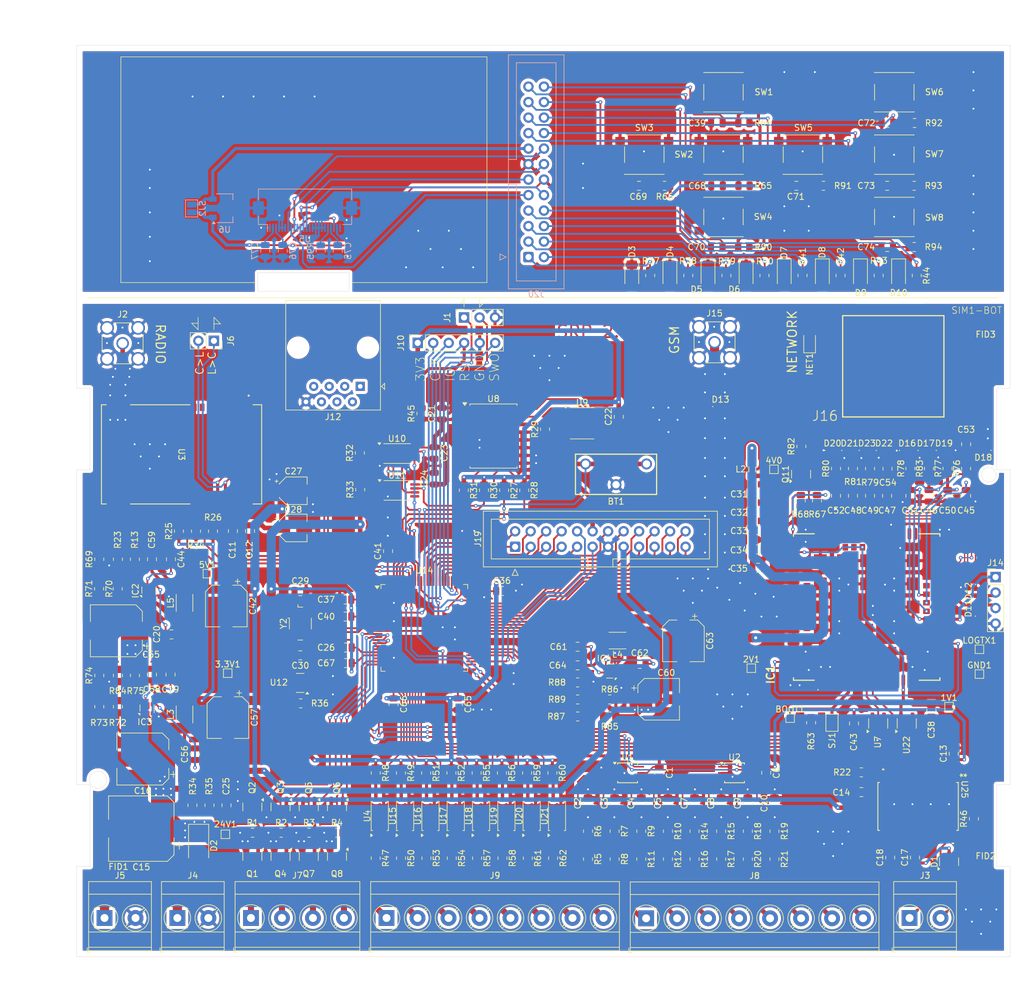
<source format=kicad_pcb>
(kicad_pcb (version 20240108) (generator "pcbnew") (generator_version "8.0")
  (layers (0 "F.Cu" signal) (31 "B.Cu" signal) (34 "B.Paste" user) (35 "F.Paste" user) (36 "B.SilkS" user "B.Silkscreen") (37 "F.SilkS" user "F.Silkscreen") (38 "B.Mask" user) (39 "F.Mask" user) (44 "Edge.Cuts" user))
  (net 0 "")
  (net 1 "GND")
  (net 2 "+5V")
  (net 3 "+24V")
  (net 4 "SW_4")
  (net 5 "/CONTROLLER/BAT_V")
  (net 6 "+2V5")
  (net 7 "Net-(U14-PH0)")
  (net 8 "Net-(U14-PH1)")
  (net 9 "Net-(D1-A2)")
  (net 10 "Net-(D1-A1)")
  (net 11 "Net-(D2-A)")
  (net 12 "Net-(D3-A)")
  (net 13 "Net-(D4-A)")
  (net 14 "Net-(D5-A)")
  (net 15 "Net-(D6-A)")
  (net 16 "Net-(D7-A)")
  (net 17 "Net-(D8-A)")
  (net 18 "Net-(D9-A)")
  (net 19 "Net-(D10-A)")
  (net 20 "LORA_UART_RX")
  (net 21 "LORA_UART_TX")
  (net 22 "DO_1_OUT")
  (net 23 "Net-(Q1-G)")
  (net 24 "Net-(Q3-C)")
  (net 25 "DO_2_OUT")
  (net 26 "DO_3_OUT")
  (net 27 "Net-(Q5-C)")
  (net 28 "Net-(Q6-C)")
  (net 29 "DO_4_OUT")
  (net 30 "SCL")
  (net 31 "SDA")
  (net 32 "/PERIPH/RAM_BP")
  (net 33 "Net-(U8-VBAT)")
  (net 34 "EXT_32K_CLK")
  (net 35 "RTC_INT")
  (net 36 "SRAM2_CS")
  (net 37 "SRAM1_CS")
  (net 38 "+3V3")
  (net 39 "LED1")
  (net 40 "LED2")
  (net 41 "LED3")
  (net 42 "LED4")
  (net 43 "LED5")
  (net 44 "LED6")
  (net 45 "LED7")
  (net 46 "LED8")
  (net 47 "/CONTROLLER/NRST")
  (net 48 "/IO/AI_1_ADC_IN")
  (net 50 "/IO/AI_3_ADC_IN")
  (net 51 "/IO/AI_2_ADC_IN")
  (net 52 "/IO/AI_4_ADC_IN")
  (net 53 "/IO/AI_5_ADC_IN")
  (net 54 "/IO/AI_8_ADC_IN")
  (net 55 "/IO/AI_7_ADC_IN")
  (net 56 "/IO/AI_6_ADC_IN")
  (net 58 "LORA_AUX")
  (net 60 "LORA_M1")
  (net 61 "LORA_M0")
  (net 66 "Net-(J2-In)")
  (net 68 "DI_1")
  (net 69 "Net-(R47-Pad1)")
  (net 70 "MB_UART_RX")
  (net 71 "MB_UART_TX")
  (net 75 "SPI_MOSI")
  (net 76 "SPI_MISO")
  (net 77 "SPI_SCK")
  (net 80 "Net-(IC3-SS)")
  (net 81 "Net-(IC2-SW)")
  (net 82 "Net-(IC2-BST)")
  (net 83 "Net-(IC2-SS)")
  (net 84 "Net-(IC3-BST)")
  (net 85 "Net-(IC3-SW)")
  (net 87 "Net-(IC2-FB)")
  (net 88 "Net-(IC2-EN)")
  (net 90 "Net-(IC3-EN)")
  (net 91 "Net-(IC3-FB)")
  (net 92 "Net-(C58-Pad1)")
  (net 93 "Net-(C59-Pad1)")
  (net 94 "Net-(IC4-SS)")
  (net 95 "Net-(IC4-BST)")
  (net 96 "Net-(IC4-SW)")
  (net 97 "Net-(C63-Pad1)")
  (net 100 "DISP_SPI_SCK")
  (net 116 "DISP_SPI_MOSI")
  (net 120 "/CONTROLLER/SWO")
  (net 121 "/CONTROLLER/SWCLK")
  (net 122 "/CONTROLLER/SWDIO")
  (net 125 "DISP_SPI_MISO")
  (net 127 "Net-(R50-Pad1)")
  (net 128 "DI_2")
  (net 129 "Net-(R53-Pad1)")
  (net 130 "DI_3")
  (net 131 "Net-(R54-Pad1)")
  (net 132 "DI_4")
  (net 133 "DI_5")
  (net 134 "Net-(R57-Pad1)")
  (net 135 "Net-(R58-Pad1)")
  (net 136 "DI_6")
  (net 137 "DI_7")
  (net 138 "Net-(R61-Pad1)")
  (net 139 "DI_8")
  (net 140 "Net-(R62-Pad1)")
  (net 141 "/IO/AI_1_IN")
  (net 142 "/IO/AI_6_IN")
  (net 143 "/IO/AI_5_IN")
  (net 144 "/IO/AI_4_IN")
  (net 145 "/IO/AI_3_IN")
  (net 146 "/IO/AI_2_IN")
  (net 147 "/IO/AI_7_IN")
  (net 148 "/IO/AI_8_IN")
  (net 149 "/IO/DI_6_P")
  (net 150 "/IO/DI_2_P")
  (net 151 "/IO/DI_7_P")
  (net 152 "/IO/DI_3_P")
  (net 153 "/IO/DI_1_P")
  (net 154 "/IO/DI_4_P")
  (net 155 "/IO/DI_5_P")
  (net 156 "/IO/DI_8_P")
  (net 157 "DO_1_CTR")
  (net 158 "DO_2_CTR")
  (net 159 "DO_3_CTR")
  (net 160 "DO_4_CTR")
  (net 161 "MB_UART_DIR")
  (net 162 "VDD_EXT")
  (net 163 "/GSM/VDD_2V8")
  (net 164 "/GSM/BOOT")
  (net 165 "+BATT")
  (net 166 "Net-(C64-Pad1)")
  (net 167 "Net-(IC4-FB)")
  (net 168 "Net-(IC4-EN)")
  (net 171 "USIM2_VDD")
  (net 172 "USIM2_DATA")
  (net 173 "USIM1_VDD")
  (net 174 "USIM1_DATA")
  (net 175 "USIM1_RST")
  (net 176 "USIM2_RST")
  (net 177 "USIM2_CLK")
  (net 178 "USIM1_CLK")
  (net 179 "USB_DP")
  (net 180 "USB_DM")
  (net 181 "/GSM/GSM")
  (net 183 "/GSM/USIM2CLK")
  (net 184 "/GSM/USIM2DATA")
  (net 185 "/GSM/USIM2RST")
  (net 186 "/GSM/USIM1CLK")
  (net 187 "/GSM/USIM1DATA")
  (net 188 "/GSM/USIM1RST")
  (net 189 "USB_VBUS")
  (net 190 "/GSM/UART_LOG_TX")
  (net 191 "/GSM/TXD")
  (net 192 "TXD_EXT")
  (net 193 "/GSM/RXD")
  (net 194 "RXD_EXT")
  (net 195 "Net-(NET1-K)")
  (net 196 "NETLIGHT")
  (net 197 "Net-(Q11-C)")
  (net 198 "Net-(SJ1-A)")
  (net 199 "GNSS_TXD")
  (net 200 "Net-(IC1-GNSS_TXD)")
  (net 201 "Net-(IC1-GNSS_RXD)")
  (net 202 "GNSS_RXD")
  (net 208 "GNSS_PWRCTL")
  (net 258 "EM_UART_TX")
  (net 259 "EM_PULSE_OUT")
  (net 262 "EM_UART_RX")
  (net 264 "EM_POWER")
  (net 265 "/CONTROLLER/DEBUG_RX")
  (net 266 "/CONTROLLER/DEBUG_TX")
  (net 267 "SW_1")
  (net 268 "SW_7")
  (net 269 "SW_5")
  (net 270 "SW_6")
  (net 271 "SW_2")
  (net 272 "SW_8")
  (net 273 "SW_3")
  (net 280 "GNDD")
  (net 281 "Net-(U25-MODE)")
  (net 282 "Net-(U25-DE)")
  (net 288 "SW_1D")
  (net 289 "SW_2D")
  (net 290 "SW_3D")
  (net 291 "SW_4D")
  (net 292 "SW_5D")
  (net 293 "SW_6D")
  (net 294 "SW_7D")
  (net 295 "SW_8D")
  (net 296 "LED1D")
  (net 297 "LED6D")
  (net 298 "LED4D")
  (net 299 "LED7D")
  (net 300 "LED8D")
  (net 301 "LED5D")
  (net 302 "LED2D")
  (net 303 "LED3D")
  (net 304 "DISP_CS")
  (net 305 "SPI_SCK_D")
  (net 306 "SPI_MOSI_D")
  (net 307 "DISP_CS_D")
  (net 310 "Net-(U5-VCOMH)")
  (net 311 "Net-(U5-IREF)")
  (net 312 "VDD")
  (net 313 "VDD_IN")
  (net 314 "+3V3_IN")
  (net 315 "DISP_D{slash}C_D")
  (net 316 "DISP_RES_D")
  (net 317 "DISP_RES")
  (net 318 "DISP_D{slash}C")
  (net 319 "GND_D")
  (footprint "Resistor_SMD:R_0805_2012Metric" (layer "F.Cu") (at 87.672 176.68)
    (property "Reference" "R4")
    (property "Value" "R")
  )
  (footprint "Capacitor_SMD:C_0805_2012Metric" (layer "F.Cu") (at 181.656 121.45 -90)
    (property "Reference" "C51")
    (property "Value" "33PF")
  )
  (footprint "Capacitor_SMD:C_0805_2012Metric" (layer "F.Cu") (at 173.6256 170.0252)
    (property "Reference" "C14")
    (property "Value" "0.1UF")
  )
  (footprint "Diode_SMD:D_0402_1005Metric_Pad0.77x0.64mm_HandSolder" (layer "F.Cu") (at 150.537 106.83)
    (property "Reference" "D13")
    (property "Value" "LXES15AAA1-153")
  )
  (footprint "Button_Switch_SMD:SW_Push_1P1T_NO_6x6mm_H9.5mm" (layer "F.Cu") (at 151.025 55.304 180)
    (property "Reference" "SW1")
    (property "Value" "SW_Push")
  )
  (footprint "Resistor_SMD:R_0805_2012Metric" (layer "F.Cu") (at 114.704855 166.8775 -90)
    (property "Reference" "R56")
    (property "Value" "10K")
  )
  (footprint "Capacitor_SMD:C_0805_2012Metric" (layer "F.Cu") (at 156.723 127.074)
    (property "Reference" "C33")
    (property "Value" "100nF")
  )
  (footprint "Resistor_SMD:R_0805_2012Metric" (layer "F.Cu") (at 159.38 180.998 -90)
    (property "Reference" "R21")
    (property "Value" "R")
  )
  (footprint "Resistor_SMD:R_0805_2012Metric" (layer "F.Cu") (at 141.917142 176.426 -90)
    (property "Reference" "R10")
    (property "Value" "R")
  )
  (footprint "Resistor_SMD:R_0805_2012Metric_Pad1.20x1.40mm_HandSolder" (layer "F.Cu") (at 51.76 150.904 -90)
    (property "Reference" "R84")
    (property "Value" "9.09K")
  )
  (footprint "Resistor_SMD:R_0805_2012Metric" (layer "F.Cu") (at 145.257432 85.3435 90)
    (property "Reference" "R38")
    (property "Value" "1.5K")
  )
  (footprint "Package_TO_SOT_SMD:SOT-23-5" (layer "F.Cu") (at 176.384 158.7675 90)
    (property "Reference" "U7")
    (property "Value" "SN74LV1T34DBV")
  )
  (footprint "Resistor_SMD:R_0805_2012Metric" (layer "F.Cu") (at 169.464 116.9815 90)
    (property "Reference" "R80")
    (property "Value" "22E")
  )
  (footprint "Capacitor_SMD:C_0805_2012Metric" (layer "F.Cu") (at 57.348 150.754 -90)
    (property "Reference" "C58")
    (property "Value" "470PF")
  )
  (footprint "Resistor_SMD:R_0805_2012Metric" (layer "F.Cu") (at 184.704 116.9815 90)
    (property "Reference" "R83")
    (property "Value" "22E")
  )
  (footprint "Capacitor_SMD:C_0805_2012Metric" (layer "F.Cu") (at 149.968 70.635)
    (property "Reference" "C68")
    (property "Value" "100NF")
  )
  (footprint "Resistor_SMD:R_0805_2012Metric_Pad1.20x1.40mm_HandSolder" (layer "F.Cu") (at 48.683 136.691 -90)
    (property "Reference" "R71")
    (property "Value" "49.9K")
  )
  (footprint "Resistor_SMD:R_0805_2012Metric" (layer "F.Cu") (at 102.331428 180.8475 -90)
    (property "Reference" "R53")
    (property "Value" "R")
  )
  (footprint "Capacitor_SMD:C_0805_2012Metric" (layer "F.Cu") (at 156.723 124.064)
    (property "Reference" "C32")
    (property "Value" "1uF,50V")
  )
  (footprint "TerminalBlock_Phoenix:TerminalBlock_Phoenix_MKDS-3-2-5.08_1x02_P5.08mm_Horizontal" (layer "F.Cu") (at 49.572 190.65)
    (property "Reference" "J5")
    (property "Value" "Bat")
  )
  (footprint "Button_Switch_SMD:SW_Push_1P1T_NO_6x6mm_H9.5mm" (layer "F.Cu") (at 179.025 65.527 180)
    (property "Reference" "SW7")
    (property "Value" "SW_Push")
  )
  (footprint "Resistor_SMD:R_0805_2012Metric" (layer "F.Cu") (at 137.551428 176.426 -90)
    (property "Reference" "R9")
    (property "Value" "R")
  )
  (footprint "Package_TO_SOT_SMD:SOT-583-8" (layer "F.Cu") (at 56.5475 156.3625 90)
    (property "Reference" "IC3")
    (property "Value" "MP2338GTL-Z")
  )
  (footprint "Resistor_SMD:R_0805_2012Metric" (layer "F.Cu") (at 163.788 113.357 90)
    (property "Reference" "R82")
    (property "Value" "1.5K")
  )
  (footprint "Capacitor_SMD:C_0805_2012Metric" (layer "F.Cu") (at 149.9405 60.348)
    (property "Reference" "C39")
    (property "Value" "100NF")
  )
  (footprint "Resistor_SMD:R_0805_2012Metric" (layer "F.Cu") (at 133.185714 176.426 -90)
    (property "Reference" "R7")
    (property "Value" "R")
  )
  (footprint "Resistor_SMD:R_0805_2012Metric" (layer "F.Cu") (at 118.841426 166.8775 -90)
    (property "Reference" "R59")
    (property "Value" "10K")
  )
  (footprint "Diode_SMD:D_0402_1005Metric_Pad0.77x0.64mm_HandSolder" (layer "F.Cu") (at 181.134 114.018)
    (property "Reference" "D16")
    (property "Value" "LXES15AAA1-153")
  )
  (footprint "Capacitor_SMD:C_0805_2012Metric" (layer "F.Cu") (at 184.704 121.45 -90)
    (property "Reference" "C46")
    (property "Value" "33PF")
  )
  (footprint "Diode_SMD:D_0402_1005Metric_Pad0.77x0.64mm_HandSolder" (layer "F.Cu") (at 177.338 114.018)
    (property "Reference" "D22")
    (property "Value" "LXES15AAA1-153")
  )
  (footprint "Capacitor_SMD:C_0805_2012Metric" (layer "F.Cu") (at 81.667 137.097)
    (property "Reference" "C29")
    (property "Value" "20pF")
  )
  (footprint "Capacitor_SMD:C_0805_2012Metric" (layer "F.Cu") (at 70.62 127.2291 -90)
    (property "Reference" "C11")
    (property "Value" "0.1UF")
  )
  (footprint "Capacitor_SMD:CP_Elec_4x5.4" (layer "F.Cu") (at 80.526 120.6251)
    (property "Reference" "C27")
    (property "Value" "10uF,25V")
  )
  (footprint "Connector_PinSocket_2.54mm:PinSocket_1x03_P2.54mm_Vertical" (layer "F.Cu") (at 108.5 92.225 90)
    (property "Reference" "J1")
    (property "Value" "DEBUG")
  )
  (footprint "Resistor_SMD:R_0805_2012Metric" (layer "F.Cu") (at 128.82 176.426 -90)
    (property "Reference" "R6")
    (property "Value" "R")
  )
  (footprint "Capacitor_SMD:C_0805_2012Metric" (layer "F.Cu") (at 57.348 131.85 -90)
    (property "Reference" "C59")
    (property "Value" "300PF")
  )
  (footprint "Crystal:Crystal_SMD_Abracon_ABM3B-4Pin_5.0x3.2mm" (layer "F.Cu") (at 81.667 142.397 -90)
    (property "Reference" "Y2")
    (property "Value" "8MHz")
  )
  (footprint "Resistor_SMD:R_0805_2012Metric" (layer "F.Cu") (at 94.022 180.8475 -90)
    (property "Reference" "R47")
    (property "Value" "R")
  )
  (footprint "Capacitor_SMD:C_0805_2012Metric" (layer "F.Cu") (at 96.943 155.598 -90)
    (property "Reference" "C66")
    (property "Value" "100NF")
  )
  (footprint "Capacitor_SMD:C_0805_2012Metric" (layer "F.Cu") (at 128.82 171.854 90)
    (property "Reference" "C2")
    (property "Value" "100NF")
  )
  (footprint "TestPoint:TestPoint_Pad_1.0x1.0mm" (layer "F.Cu") (at 159.3 117.117)
    (property "Reference" "4V0")
    (property "Value" "TP7")
  )
  (footprint "Connector_PinSocket_2.54mm:PinSocket_1x06_P2.54mm_Vertical" (layer "F.Cu") (at 100.905 96.391 90)
    (property "Reference" "J10")
    (property "Value" "STM_PROG")
  )
  (footprint "Resistor_SMD:R_0805_2012Metric" (layer "F.Cu") (at 166.352 122.2395 -90)
    (property "Reference" "R67")
    (property "Value" "10K")
  )
  (footprint "Resistor_SMD:R_0805_2012Metric" (layer "F.Cu") (at 81.7265 155.471)
    (property "Reference" "R36")
    (property "Value" "1.5K")
  )
  (footprint "Resistor_SMD:R_0805_2012Metric_Pad1.20x1.40mm_HandSolder" (layer "F.Cu") (at 51.76 156.022 90)
    (property "Reference" "R72")
    (property "Value" "191K")
  )
  (footprint "Capacitor_SMD:C_0805_2012Metric" (layer "F.Cu") (at 190.8 113.002 90)
    (property "Reference" "C53")
    (property "Value" "100nF")
  )
  (footprint "Capacitor_SMD:CP_Elec_6.3x5.3" (layer "F.Cu") (at 69.534 139.512 -90)
    (property "Reference" "C42")
    (property "Value" "22uF,25V")
  )
  (footprint "Resistor_SMD:R_0805_2012Metric" (layer "F.Cu") (at 163.691 122.2395 -90)
    (property "Reference" "R68")
    (property "Value" "10K")
  )
  (footprint "Capacitor_SMD:C_0805_2012Metric" (layer "F.Cu") (at 103.5915 114.427 -90)
    (property "Reference" "C23")
    (property "Value" "0.1UF")
  )
  (footprint "Resistor_SMD:R_0805_2012Metric" (layer "F.Cu") (at 121.7735 110.534 90)
    (property "Reference" "R29")
    (property "Value" "10K")
  )
  (footprint "Connector_IDC:IDC-Header_2x12_P2.54mm_Vertical" (layer "F.Cu") (at 116.8725 129.8075 90)
    (property "Reference" "J19")
    (property "Value" "DISP_CONN")
  )
  (footprint "Capacitor_SMD:C_0805_2012Metric" (layer "F.Cu") (at 175.052 121.45 -90)
    (property "Reference" "C49")
    (property "Value" "33PF")
  )
  (footprint "Capacitor_SMD:C_0805_2012Metric" (layer "F.Cu") (at 137.551428 171.854 90)
    (property "Reference" "C4")
    (property "Value" "100NF")
  )
  (footprint "LED_SMD:LED_1206_3216Metric_Pad1.42x1.75mm_HandSolder" (layer "F.Cu") (at 167.23 85.076 -90)
    (property "Reference" "D8")
    (property "Value" "LED")
  )
  (footprint "Capacitor_SMD:C_0805_2012Metric" (layer "F.Cu") (at 178.35 180.744 90)
    (property "Reference" "C18")
    (property "Value" "0.1UF")
  )
  (footprint "Connector_PinHeader_2.54mm:PinHeader_1x04_P2.54mm_Vertical" (layer "F.Cu") (at 195.622 134.77)
    (property "Reference" "J14")
    (property "Value" "USB-DNP")
  )
  (footprint "Package_TO_SOT_SMD:SOT-23" (layer "F.Cu") (at 73.797 172.4405 -90)
    (property "Reference" "Q2")
    (property "Value" "DTC114E")
  )
  (footprint "Capacitor_SMD:C_0805_2012Metric" (layer "F.Cu") (at 187.752 121.45 -90)
    (property "Reference" "C50")
    (property "Value" "33PF")
  )
  (footprint "Inductor_SMD:L_2010_5025Metric" (layer "F.Cu") (at 62.682 139.004 90)
    (property "Reference" "L5")
    (property "Value" "6.8uH,2A")
  )
  (footprint "Resistor_SMD:R_0805_2012Metric" (layer "F.Cu") (at 141.3695 70.635)
    (property "Reference" "R66")
    (property "Value" "10K")
  )
  (footprint "Resistor_SMD:R_0805_2012Metric" (layer "F.Cu") (at 176.463142 85.3435 90)
    (property "Reference" "R43")
    (property "Value" "1.5K")
  )
  (footprint "Capacitor_SMD:CP_Elec_6.3x5.3" (layer "F.Cu") (at 144.4604 145.2348 -90)
    (property "Reference" "C63")
    (property "Value" "22uF,25V")
  )
  (footprint "Package_SO:SOIC-4_4.55x2.6mm_P1.27mm" (layer "F.Cu") (at 102.99 173.9375 90)
    (property "Reference" "U16")
    (property "Value" "TLP292")
  )
  (footprint "Resistor_SMD:R_0805_2012Metric" (layer "F.Cu") (at 146.282856 180.998 -90)
    (property "Reference" "R16")
    (property "Value" "R")
  )
  (footprint "Inductor_SMD:L_2010_5025Metric" (layer "F.Cu") (at 62.682 157.292 90)
    (property "Reference" "L3")
    (property "Value" "6.8uH,2A")
  )
  (footprint "Capacitor_SMD:C_0805_2012Metric" (layer "F.Cu") (at 96.054 130.518 90)
    (property "Reference" "C41")
    (property "Value" "100NF")
  )
  (footprint "TerminalBlock_Phoenix:TerminalBlock_Phoenix_MKDS-3-4-5.08_1x04_P5.08mm_Horizontal" (layer "F.Cu") (at 73.575 190.65)
    (property "Reference" "J7")
    (property "Value" "DO")
  )
  (footprint "Package_SO:SOIC-16W_7.5x10.3mm_P1.27mm" (layer "F.Cu") (at 113.326 111.656)
    (property "Reference" "U8")
    (property "Value" "DS3231M")
  )
  (footprint "LED_SMD:LED_1206_3216Metric_Pad1.42x1.75mm_HandSolder" (layer "F.Cu") (at 160.982858 85.076 -90)
    (property "Reference" "D7")
    (property "Value" "LED")
  )
  (footprint "Resistor_SMD:R_0805_2012Metric_Pad1.20x1.40mm_HandSolder" (layer "F.Cu") (at 48.712 131.85 90)
    (property "Reference" "R69")
    (property "Value" "10K")
  )
  (footprint "Resistor_SMD:R_0805_2012Metric_Pad1.20x1.40mm_HandSolder" (layer "F.Cu") (at 127.114 154.83)
    (property "Reference" "R89")
    (property "Value" "10K")
  )
  (footprint "Resistor_SMD:R_0805_2012Metric" (layer "F.Cu") (at 163.980858 85.3435 90)
    (property "Reference" "R41")
    (property "Value" "1.5K")
  )
  (footprint "Resistor_SMD:R_0805_2012Metric" (layer "F.Cu") (at 108.462 120.5435 -90)
    (property "Reference" "R31")
    (property "Value" "10K")
  )
  (footprint "Package_SO:SOIC-4_4.55x2.6mm_P1.27mm" (layer "F.Cu") (at 98.84 173.9375 90)
    (property "Reference" "U15")
    (property "Value" "TLP292")
  )
  (footprint "Resistor_SMD:R_0805_2012Metric" (layer "F.Cu") (at 139.01629 85.3435 90)
    (property "Reference" "R37")
    (property "Value" "1.5K")
  )
  (footprint "TerminalBlock_Phoenix:TerminalBlock_Phoenix_MKDS-3-2-5.08_1x02_P5.08mm_Horizontal" (layer "F.Cu") (at 181.525 190.65)
    (property "Reference" "J3")
    (property "Value" "MODBUS")
  )
  (footprint "TestPoint:TestPoint_Pad_1.0x1.0mm" (layer "F.Cu") (at 161.9416 157.884)
    (property "Reference" "BOOT1")
    (property "Value" "TP6")
  )
  (footprint "Capacitor_SMD:C_0805_2012Metric" (layer "F.Cu") (at 146.282856 171.854 90)
    (property "Reference" "C7")
    (property "Value" "100NF")
  )
  (footprint "Resistor_SMD:R_0805_2012Metric" (layer "F.Cu") (at 159.38 176.426 -90)
    (property "Reference" "R19")
    (property "Value" "R")
  )
  (footprint "Resistor_SMD:R_0805_2012Metric" (layer "F.Cu") (at 106.431713 166.8775 -90)
    (property "Reference" "R52")
    (property "Value" "10K")
  )
  (footprint "Resistor_SMD:R_0805_2012Metric_Pad1.20x1.40mm_HandSolder" (layer "F.Cu") (at 51.76 131.85 -90)
    (property "Reference" "R23")
    (property "Value" "10K")
  )
  (footprint "Package_TO_SOT_SMD:SOT-23" (layer "F.Cu") (at 83.047 172.4405 -90)
    (property "Reference" "Q5")
    (property "Value" "DTC114E")
  )
  (footprint "Package_QFP:LQFP-100_14x14mm_P0.5mm" (layer "F.Cu") (at 101.992 143.097)
    (property "Reference" "U14")
    (property "Value" "STM32L471VETx")
  )
  (footprint "Package_SO:TSSOP-10_3x3mm_P0.5mm" (layer "F.Cu") (at 135.306 166.856)
    (property "Reference" "U1")
    (property "Value" "ADS1115IDGS")
  )
  (footprint "Capacitor_SMD:C_0805_2012Metric" (layer "F.Cu") (at 169.464 121.45 -90)
    (property "Reference" "C52")
    (property "Value" "33PF")
  )
  (footprint "Connector_PinSocket_2.54mm:PinSocket_1x02_P2.54mm_Vertical" (layer "F.Cu") (at 67.5 96.05 -90)
    (property "Reference" "J6")
    (property "Value" "SERIAL_DEBUG")
  )
  (footprint "Package_TO_SOT_SMD:SOT-23" (layer "F.Cu") (at 78.422 180.5685 -90)
    (property "Reference" "Q4")
    (property "Value" "AO3401A")
  )
  (footprint "Package_TO_SOT_SMD:SOT-23" (layer "F.Cu") (at 163.745 117.9065 90)
    (property "Reference" "Q11")
    (property "Value" "PDTC114ET")
  )
  (footprint "Capacitor_SMD:C_0805_2012Metric" (layer "F.Cu") (at 133.185714 171.854 90)
    (property "Reference" "C3")
    (property "Value" "100NF")
  )
  (footprint "Resistor_SMD:R_0805_2012Metric" (layer "F.Cu") (at 154.347 80.668)
    (property "Reference" "R90")
    (property "Value" "10K")
  )
  (footprint "Resistor_SMD:R_0805_2012Metric" (layer "F.Cu") (at 122.978 166.8775 -90)
    (property "Reference" "R60")
    (property "Value" "10K")
  )
  (footprint "Button_Switch_SMD:SW_Push_1P1T_NO_6x6mm_H9.5mm" (layer "F.Cu") (at 138.05 65.527 180)
    (property "Reference" "SW3")
    (property "Value" "SW_Push")
  )
  (footprint "Package_SO:SOIC-4_4.55x2.6mm_P1.27mm" (layer "F.Cu") (at 111.29 173.9375 90)
    (property "Reference" "U18")
    (property "Value" "TLP292")
  )
  (footprint "Diode_SMD:D_0402_1005Metric_Pad0.77x0.64mm_HandSolder" (layer "F.Cu") (at 184.182 114.018)
    (property "Reference" "D17")
    (property "Value" "LXES15AAA1-153")
  )
  (footprint "TestPoint:TestPoint_Pad_1.0x1.0mm" (layer "F.Cu") (at 192.9804 150.6704)
    (property "Reference" "GND1")
    (property "Value" "TP1")
  )
  (footprint "Diode_SMD:D_SMA" (layer "F.Cu") (at 65 178.8 -90)
    (property "Reference" "D2")
    (property "Value" "SS34")
  )
  (footprint "Capacitor_SMD:C_0805_2012Metric" (layer "F.Cu") (at 60.396 150.754 -90)
    (property "Reference" "C19")
    (property "Value" "22NF")
  )
  (footprint "Capacitor_SMD:C_0805_2012Metric" (layer "F.Cu") (at 177.912 117.0015 -90)
    (property "Reference" "C54")
    (property "Value" "100nF")
  )
  (footprint "Resistor_SMD:R_0805_2012Metric" (layer "F.Cu") (at 172.258 116.9815 90)
    (property "Reference" "R81")
    (property "Value" "22E")
  )
  (footprint "Button_Switch_SMD:SW_Push_1P1T_NO_6x6mm_H9.5mm" (layer "F.Cu") (at 151.025 65.527 180)
    (property "Reference" "SW2")
    (property "Value" "SW_Push")
  )
  (footprint "Diode_SMD:D_0402_1005Metric_Pad0.77x0.64mm_HandSolder" (layer "F.Cu") (at 171.6855 114.018)
    (property "Reference" "D21")
    (property "Value" "LXES15AAA1-153")
  )
  (footprint "Resistor_SMD:R_0805_2012Metric" (layer "F.Cu") (at 91.415 114.427 90)
    (property "Reference" "R32")
    (property "Value" "10K")
  )
  (footprint "Capacitor_SMD:C_0805_2012Metric" (layer "F.Cu") (at 188.764 163.726 90)
    (property "Reference" "C13")
    (property "Value" "0.1UF")
  )
  (footprint "Capacitor_SMD:C_0805_2012Metric" (layer "F.Cu") (at 64.4 163.8 90)
    (property "Reference" "C56")
    (property "Value" "0.1UF,25V")
  )
  (footprint "Package_SO:SOIC-4_4.55x2.6mm_P1.27mm" (layer "F.Cu") (at 119.59 173.9375 90)
    (property "Reference" "U20")
    (property "Value" "TLP292")
  )
  (footprint "Resistor_SMD:R_0805_2012Metric" (layer "F.Cu") (at 73.8455 176.68)
    (property "Reference" "R1")
    (property "Value" "R")
  )
  (footprint "Inductor_SMD:L_0805_2012Metric" (layer "F.Cu") (at 155.744 117.117 -90)
    (property "Reference" "L2")
    (property "Value" "220 ohm@100MHz")
  )
  (footprint "TerminalBlock_Phoenix:TerminalBlock_Phoenix_MKDS-3-8-5.08_1x08_P5.08mm_Horizontal" (layer "F.Cu") (at 95.8 190.65)
    (property "Reference" "J9")
    (property "Value" "DI")
  )
  (footprint "Package_TO_SOT_SMD:SOT-583-8" (layer "F.Cu") (at 56.85 137.034 90)
    (property "Reference" "IC2")
    (property "Value" "MP2338GTL-Z")
  )
  (footprint "TerminalBlock_Phoenix:TerminalBlock_Phoenix_MKDS-3-8-5.08_1x08_P5.08mm_Horizontal" (layer "F.Cu") (at 138.345 190.7)
    (property "Reference" "J8")
    (property "Value" "AI")
  )
  (footprint "LED_SMD:LED_1206_3216Metric_Pad1.42x1.75mm_HandSolder" (layer "F.Cu") (at 142.241432 85.076 -90)
    (property "Reference" "D4")
    (property "Value" "LED")
  )
  (footprint "Connector_RJ:RJ45_Amphenol_54602-x08_Horizontal" (layer "F.Cu") (at 91.482 103.515 180)
    (property "Reference" "J12")
    (property "Value" "RJ45")
  )
  (footprint "Package_TO_SOT_SMD:SOT-23" (layer "F.Cu") (at 87.672 172.4405 -90)
    (property "Reference" "Q6")
    (property "Value" "DTC114E")
  )
  (footprint "Capacitor_SMD:C_0805_2012Metric" (layer "F.Cu") (at 177.857 80.668)
    (property "Reference" "C74")
    (property "Value" "100NF")
  )
  (footprint "Inductor_SMD:L_2010_5025Metric" (layer "F.Cu") (at 133.652 145.178 180)
    (property "Reference" "L4")
    (property "Value" "6.8uH,2A")
  )
  (footprint "Resistor_SMD:R_0805_2012Metric" (layer "F.Cu") (at 157.739716 85.3435 90)
    (property "Reference" "R40")
    (property "Value" "1.5K")
  )
  (footprint "Capacitor_SMD:C_0805_2012Metric" (layer "F.Cu") (at 127.114 146.194)
    (property "Reference" "C61")
    (property "Value" "22NF")
  )
  (footprint "Capacitor_SMD:C_0805_2012Metric" (layer "F.Cu") (at 140.504 166.84 -90)
    (property "Reference" "C1")
    (property "Value" "100NF")
  )
  (footprint "Resistor_SMD:R_0805_2012Metric_Pad1.20x1.40mm_HandSolder" (layer "F.Cu") (at 51.731 136.691 90)
    (property "Reference" "R70")
    (property "Value" "191K")
  )
  (footprint "Package_TO_SOT_SMD:SOT-23-5" (layer "F.Cu") (at 181.063 158.7675 90)
    (property "Reference" "U22")
    (property "Value" "SN74LV1T34DBV")
  )
  (footprint "Capacitor_SMD:C_0805_2012Metric" (layer "F.Cu") (at 155.014284 171.854 90)
    (property "Reference" "C9")
    (property "Value" "100NF")
  )
  (footprint "Capacitor_SMD:C_0805_2012Metric" (layer "F.Cu") (at 177.846 121.45 -90)
    (property "Reference" "C47")
    (property "Value" "33PF")
  )
  (footprint "Capacitor_SMD:C_0805_2012Metric" (layer "F.Cu") (at 172.258 121.45 -90)
    (property "Reference" "C48")
    (property "Value" "33PF")
  )
  (footprint "Capacitor_SMD:C_0805_2012Metric" (layer "F.Cu") (at 162.9745 70.635)
    (property "Reference" "C71")
    (property "Value" "100NF")
  )
  (footprint "Capacitor_SMD:CP_Elec_8x5.4" (layer "F.Cu") (at 51.506 143.576 180)
    (property "Reference" "C55")
    (property "Value" "10uF,50V")
  )
  (footprint "Resistor_SMD:R_0805_2012Metric" (layer "F.Cu") (at 110.640856 180.8475 -90)
    (property "Reference" "R57")
    (property "Value" "R")
  )
  (footprint "LED_SMD:LED_1206_3216Metric_Pad1.42x1.75mm_HandSolder" (layer "F.Cu") (at 148.488574 85.076 -90)
    (property "Reference" "D5")
    (property "Value" "LED")
  )
  (footprint "Capacitor_SMD:C_0805_2012Metric" (layer "F.Cu") (at 150.64857 171.854 90)
    (property "Reference" "C8")
    (property "Value" "100NF")
  )
  (footprint "Resistor_SMD:R_0805_2012Metric" (layer "F.Cu") (at 170.222 85.3435 90)
    (property "Reference" "R42")
    (property "Value" "1.5K")
  )
  (footprint "Capacitor_SMD:C_0805_2012Metric" (layer "F.Cu") (at 69.5625 172.1735 -90)
    (property "Reference" "C25")
    (property "Value" "10UF")
  )
  (footprint "Resistor_SMD:R_0805_2012Metric" (layer "F.Cu") (at 154.3705 60.348)
    (property "Reference" "R64")
    (property "Value" "10K")
  )
  (footprint "Capacitor_SMD:C_0805_2012Metric" (layer "F.Cu") (at 141.917142 171.854 90)
    (property "Reference" "C5")
    (property "Value" "100NF")
  )
  (footprint "Library2:U_ISOW1432_TEX" (layer "F.Cu") (at 182.922 172.362 -90)
    (property "Reference" "U25")
    (property "Value" "XISOW1432DFMR")
  )
  (footprint "Button_Switch_SMD:SW_Push_1P1T_NO_6x6mm_H9.5mm" (layer "F.Cu") (at 164.05 65.527 180)
    (property "Reference" "SW5")
    (property "Value" "SW_Push")
  )
  (footprint "Capacitor_SMD:C_0805_2012Metric" (layer "F.Cu") (at 81.667 147.597 180)
    (property "Reference" "C30")
    (property "Value" "20pF")
  )
  (footprint "Package_TO_SOT_SMD:SOT-23" (layer "F.Cu") (at 78.422 172.4405 -90)
    (property "Reference" "Q3")
    (property "Value" "DTC114E")
  )
  (footprint "Diode_SMD:D_0402_1005Metric_Pad0.77x0.64mm_HandSolder" (layer "F.Cu") (at 192.32 139.9145 90)
    (property "Reference" "D11")
    (property "Value" "LXES15AAA1-153")
  )
  (footprint "Resistor_SMD:R_0805_2012Metric" (layer "F.Cu") (at 133.185714 180.998 -90)
    (property "Reference" "R8")
    (property "Value" "R")
  )
  (footprint "Capacitor_SMD:CP_Elec_8x5.4" (layer "F.Cu") (at 55.85 164.6 180)
    (property "Reference" "C16")
    (property "Value" "10uF,50V")
  )
  (footprint "Capacitor_SMD:C_0805_2012Metric" (layer "F.Cu") (at 89.135 148.867 180)
    (property "Reference" "C67")
    (property "Value" "100NF")
  )
  (footprint "Resistor_SMD:R_0805_2012Metric" (layer "F.Cu") (at 78.528 176.68)
    (property "Reference" "R2")
    (property "Value" "R")
  )
  (footprint "Capacitor_SMD:C_0805_2012Metric" (layer "F.Cu") (at 133.862 108.502 90)
    (property "Reference" "C22")
    (property "Value" "0.1UF")
  )
  (footprint "Resistor_SMD:R_0805_2012Metric_Pad1.20x1.40mm_HandSolder" (layer "F.Cu") (at 54.554 131.85 90)
    (property "Reference" "R13")
    (property "Value" "90.9K")
  )
  (footprint "Resistor_SMD:R_0805_2012Metric" (layer "F.Cu") (at 190.8 116.9815 90)
    (property "Reference" "R76")
    (property "Value" "4.7K")
  )
  (footprint "Resistor_SMD:R_0805_2012Metric" (layer "F.Cu") (at 175.052 116.9815 90)
    (property "Reference" "R79")
    (property "Value" "22E")
  )
  (footprint "Package_SO:TSSOP-8_4.4x3mm_P0.65mm" (layer "F.Cu") (at 97.5195 114.523)
    (property "Reference" "U10")
    (property "Value" "N01S830BA")
  )
  (footprint "LED_SMD:LED_1206_3216Metric_Pad1.42x1.75mm_HandSolder" (layer "F.Cu") (at 135.99429 85.076 -90)
    (property "Reference" "D3")
    (property "Value" "LED")
  )
  (footprint "TerminalBlock_Phoenix:TerminalBlock_Phoenix_MKDS-3-2-5.08_1x02_P5.08mm_Horizontal" (layer "F.Cu") (at 61.51 190.65)
    (property "Reference" "J4")
    (property "Value" "+12V")
  )
  (footprint "Resistor_SMD:R_0805_2012Metric_Pad1.20x1.40mm_HandSolder" (layer "F.Cu") (at 192.066 174.394 90)
    (property "Reference" "R46")
    (property "Value" "120E")
  )
  (footprint "Resistor_SMD:R_0805_2012Metric" (layer "F.Cu") (at 173.6256 166.774 180)
    (property "Reference" "R22")
    (property "Value" "10K")
  )
  (footprint "Package_SO:SOIC-4_4.55x2.6mm_P1.27mm" (layer "F.Cu") (at 123.74 173.9375 90)
    (property "Reference" "U21")
    (property "Value" "TLP292")
  )
  (footprint "Resistor_SMD:R_0805_2012Metric" (layer "F.Cu") (at 137.551428 180.998 -90)
    (property "Reference" "R11")
    (property "Value" "R")
  )
  (footprint "Capacitor_SMD:C_0805_2012Metric" (layer "F.Cu") (at 104.906 107.994 90)
    (property "Reference" "C21")
    (property "Value" "0.1UF")
  )
  (footprint "Capacitor_SMD:C_0805_2012Metric" (layer "F.Cu") (at 73.414 127.2291 -90)
    (property "Reference" "C12")
    (property "Value" "10UF")
  )
  (footprint "Resistor_SMD:R_0805_2012Metric" (layer "F.Cu") (at 165.396 158.646 -90)
    (property "Reference" "R63")
    (property "Value" "10K-DNP")
  )
  (footprint "Package_SO:TSSOP-8_4.4x3mm_P0.65mm" (layer "F.Cu") (at 97.564 120.564)
    (property "Reference" "U11")
    (property "Value" "N01S830BA")
  )
  (footprint "Resistor_SMD:R_0805_2012Metric_Pad1.20x1.40mm_HandSolder" (layer "F.Cu") (at 48.712 156.022 -90)
    (property "Reference" "R73")
    (property "Value" "49.9K")
  )
  (footprint "Package_SO:SOIC-4_4.55x2.6mm_P1.27mm" (layer "F.Cu") (at 94.69 173.9375 90)
    (property "Reference" "U4")
    (property "Value" "TLP292")
  )
  (footprint "Capacitor_SMD:CP_Elec_10x10.5" (layer "F.Cu") (at 55.6 176 180)
    (property "Reference" "C15")
    (property "Value" "470uF,50V")
  )
  (footprint "Library2:RTC_2032_VERTICLE_HOLDER" (layer "F.Cu") (at 133.4136 117.928 180)
    (property "Reference" "BT1")
    (property "Value" "3.0V")
  )
  (footprint "Capacitor_SMD:C_0805_2012Metric" (layer "F.Cu") (at 89.069 141.247 180)
    (property "Reference" "C40")
    (property "Value" "100NF")
  )
  (footprint "Package_SO:SOIC-4_4.55x2.6mm_P1.27mm" (layer "F.Cu") (at 115.44 173.9375 90)
    (property "Reference" "U19")
    (property "Value" "TLP292")
  )
  (footprint "Resistor_SMD:R_0805_2012Metric" (layer "F.Cu") (at 67.352 127.2535 90)
    (property "Reference" "R26")
    (property "Value" "4K7")
  )
  (footprint "Jumper:SolderJumper-2_P1.3mm_Open_Pad1.0x1.5mm" (layer "F.Cu") (at 168.805 158.646 90)
    (property "Reference" "SJ1")
    (property "Value" "Jumper")
  )
  (footprint "Capacitor_SMD:C_0805_2012Metric" (layer "F.Cu") (at 114.723 137.056)
    (property "Reference" "C36")
    (property "Value" "100NF")
  )
  (footprint "Resistor_SMD:R_0805_2012Metric" (layer "F.Cu") (at 91.482 120.44 90)
    (property "Reference" "R33")
    (property "Value" "10K")
  )
  (footprint "Resistor_SMD:R_0805_2012Metric" (layer "F.Cu") (at 114.79557 180.8475 -90)
    (property "Reference" "R58")
    (property "Value" "R")
  )
  (footprint "Resistor_SMD:R_0805_2012Metric_Pad1.20x1.40mm_HandSolder" (layer "F.Cu") (at 54.554 150.904 90)
    (property "Reference" "R75")
    (property "Value" "51K")
  )
  (footprint "DAPL_LIB:GCT_SIM6050-8-0-30-00-X_REVC" (layer "F.Cu") (at 178.858 100.226 180)
    (property "Reference" "J16")
    (property "Value" "SIM6050-8-0-30-00-X_REVC")
  )
  (footprint "Resistor_SMD:R_0805_2012Metric" (layer "F.Cu") (at 182.287 70.635)
    (property "Reference" "R93")
    (property "Value" "10K")
  )
  (footprint "Resistor_SMD:R_0805_2012Metric" (layer "F.Cu") (at 66.7685 172.1735 -90)
    (property "Reference" "R35")
    (property "Value" "3K")
  )
  (footprint "Resistor_SMD:R_0805_2012Metric" (layer "F.Cu") (at 182.338 60.348)
    (property "Reference" "R92")
    (property "Value" "10K")
  )
  (footprint "Button_Switch_SMD:SW_Push_1P1T_NO_6x6mm_H9.5mm" (layer "F.Cu") (at 151.025 75.75 180)
    (property "Reference" "SW4")
    (property "Value" "SW_Push")
  )
  (footprint "Capacitor_SMD:CP_Elec_4x5.4" (layer "F.Cu") (at 80.504 126.7211)
    (property "Reference" "C28")
    (property "Value" "10uF,25V")
  )
  (footprint "Resistor_SMD:R_0805_2012Metric_Pad1.20x1.40mm_HandSolder" (layer "F.Cu") (at 48.712 150.904 90)
    (property "Reference" "R74")
    (property "Value" "10K")
  )
  (footprint "Fiducial:Fiducial_1mm_Mask2mm" (layer "F.Cu") (at 194 97)
    (property "Reference" "FID3")
    (property "Value" "Fiducial")
  )
  (footprint "Package_TO_SOT_SMD:SOT-23" (layer "F.Cu") (at 188.002 181.4275 90)
    (property "Reference" "D1")
    (property "Value" "SM712_SOT23")
  )
  (footprint "Resistor_SMD:R_0805_2012Metric" (layer "F.Cu") (at 63.9745 172.1735 90)
    (property "Reference" "R34")
    (property "Value" "43K")
  )
  (footprint "TestPoint:TestPoint_Pad_1.0x1.0mm" (layer "F.Cu") (at 66.4376 134.2112)
    (property "Reference" "5V1")
    (property "Value" "5V")
  )
  (footprint "Package_TO_SOT_SMD:SOT-23" (layer "F.Cu") (at 83.047 180.5685 -90)
    (property "Reference" "Q7")
    (property "Value" "AO3401A")
  )
  (footprint "Fiducial:Fiducial_1mm_Mask2mm" (layer "F.Cu") (at 194 182.5)
    (property "Reference" "FID2")
    (property "Value" "Fiducial")
  )
  (footprint "Resistor_SMD:R_0805_2012Metric" (layer "F.Cu") (at 154.398 70.635)
    (property "Reference" "R65")
    (property "Value" "10K")
  )
  (footprint "Library2:E220-900T22S_BYT" (layer "F.Cu") (at 62.1956 114.6592 -90)
    (property "Reference" "U3")
    (property "Value" "E220-900T22S")
  )
  (footprint "Package_SO:SOIC-4_4.55x2.6mm_P1.27mm" (layer "F.Cu") (at 107.14 173.9375 90)
    (property "Reference" "U17")
    (property "Value" "TLP292")
  )
  (footprint "Resistor_SMD:R_0805_2012Metric_Pad1.20x1.40mm_HandSolder" (layer "F.Cu") (at 127.114 152.036 180)
    (property "Reference" "R88")
    (property "Value" "70K")
  )
  (footprint "Capacitor_SMD:C_0805_2012Metric" (layer "F.Cu") (at 158.03 166.84 -90)
    (property "Reference" "C6")
    (property "Value" "100NF")
  )
  (footprint "Resistor_SMD:R_0805_2012Metric" (layer "F.Cu") (at 182.70429 85.3435 90)
    (property "Reference" "R44")
    (property "Value" "1.5K")
  )
  (footprint "Capacitor_SMD:C_0805_2012Metric" (layer "F.Cu") (at 182.414 180.744 90)
    (property "Reference" "C17")
    (property "Value" "0.1UF")
  )
  (footprint "Package_SO:SOIC-8_3.9x4.9mm_P1.27mm" (layer "F.Cu") (at 127.851 109.561)
    (property "Reference" "U9")
    (property "Value" "24LC08")
  )
  (footprint "Button_Switch_SMD:SW_Push_1P1T_NO_6x6mm_H9.5mm" (layer "F.Cu") (at 179.025 55.304 180)
    (property "Reference" "SW6")
    (property "Value" "SW_Push")
  )
  (footprint "Capacitor_SMD:C_0805_2012Metric" (layer "F.Cu") (at 177.908 60.348)
    (property "Reference" "C72")
    (property "Value" "100NF")
  )
  (footprint "Capacitor_SMD:C_0805_2012Metric" (layer "F.Cu") (at 103.636 118.641 90)
    (property "Reference" "C24")
    (property "Value" "0.1UF")
  )
  (footprint "Connector_Coaxial:SMA_Amphenol_901-144_Vertical" (layer "F.Cu") (at 52.54 96.46)
    (property "Reference" "J2")
    (property "Value" "LORA_ANT")
  )
  (footprint "TestPoint:TestPoint_Pad_1.0x1.0mm" (layer "F.Cu") (at 155.5916 149.7052)
    (property "Reference" "2V1")
    (property "Value" "TP5")
  )
  (footprint "Diode_SMD:D_0402_1005Metric_Pad0.77x0.64mm_HandSolder" (layer "F.Cu") (at 174.544 114.018)
    (property "Reference" "D23")
    (property "Value" "LXES15AAA1-153")
  )
  (footprint "Resistor_SMD:R_0805_2012Metric" (layer "F.Cu") (at 115.066 120.5435 -90)
    (property "Reference" "R27")
    (property "Value" "4.7K")
  )
  (footprint "Resistor_SMD:R_0805_2012Metric" (layer "F.Cu") (at 118.368 120.5435 -90)
    (property "Reference" "R28")
    (property "Value" "4.7K")
  )
  (footprint "Diode_SMD:D_0402_1005Metric_Pad0.77x0.64mm_HandSolder" (layer "F.Cu") (at 192.32 137.2405 -90)
    (property "Reference" "D12")
    (property "Value" "LXES15AAA1-153")
  )
  (footprint "Resistor_SMD:R_0805_2012Metric" (layer "F.Cu") (at 128.82 180.998 -90)
    (property "Reference" "R5")
    (property "Value" "R")
  )
  (footprint "Capacitor_SMD:C_0805_2012Metric" (layer "F.Cu") (at 190.8 121.45 -90)
    (property "Reference" "C45")
    (property "Value" "33PF")
  )
  (footprint "Resistor_SMD:R_0805_2012Metric" (layer "F.Cu") (at 64.558 127.2535 90)
    (property "Reference" "R24")
    (property "Value" "4K7")
  )
  (footprint "Resistor_SMD:R_0805_2012Metric" (layer "F.Cu") (at 150.64857 180.998 -90)
    (property "Reference" "R17")
    (property "Value" "R")
  )
  (footprint "Capacitor_SMD:C_0805_2012Metric" (layer "F.Cu") (at 137.17 70.635)
    (property "Reference" "C69")
    (property "Value" "100NF")
  )
  (footprint "Resistor_SMD:R_0805_2012Metric_Pad1.20x1.40mm_HandSolder" (layer "F.Cu") (at 132.382 157.624 180)
    (property "Reference" "R85")
    (property "Value" "191K")
  )
  (footprint "Resistor_SMD:R_0805_2012Metric" (layer "F.Cu") (at 167.4045 70.635)
    (property "Reference" "R91")
    (property "Value" "10K")
  )
  (footprint "Capacitor_SMD:C_0805_2012Metric" (layer "F.Cu") (at 172.427 158.764 90)
    (property "Reference" "C43")
    (property "Value" "100nF")
  )
  (footprint "Resistor_SMD:R_0805_2012Metric" (layer "F.Cu") (at 155.014284 180.998 -90)
    (property "Reference" "R20")
    (property "Value" "R")
  )
  (footprint "Package_TO_SOT_SMD:SOT-583-8" (layer "F.Cu") (at 132.4865 150.1725 180)
    (property "Reference" "IC4")
    (property "Value" "MP2338GTL-Z")
  )
  (footprint "Capacitor_SMD:C_0805_2012Metric" (layer "F.Cu") (at 60.5448 144.168)
    (property "Reference" "C20")
    (property "Value" "0.1UF,25V")
  )
  (footprint "TestPoint:TestPoint_Pad_1.0x1.0mm" (layer "F.Cu") (at 188.002 156.0044)
    (property "Reference" "1V1")
    (property "Value" "TP7")
  )
  (footprint "Capacitor_SMD:C_0805_2012Metric" (layer "F.Cu") (at 185.1064 156.7156 -90)
    (property "Reference" "C38")
    (property "Value" "2.2uF")
  )
  (footprint "Resistor_SMD:R_0805_2012Metric" (layer "F.Cu") (at 123.105 180.8475 -90)
    (property "Reference" "R62")
    (property "Value" "R")
  )
  (footprint "Capacitor_SMD:C_0805_2012Metric" (layer "F.Cu") (at 149.917 80.668)
    (property "Reference" "C70")
    (property "Value" "100NF")
  )
  (footprint "Resistor_SMD:R_0805_2012Metric" (layer "F.Cu") (at 150.64857 176.426 -90)
    (property "Reference" "R15")
    (property "Value" "R")
  )
  (footprint "Capacitor_SMD:C_0805_2012Metric" (layer "F.Cu") (at 127.114 149.242)
    (property "Reference" "C64")
    (property "Value" "300PF")
  )
  (footprint "Capacitor_SMD:C_0805_2012Metric" (layer "F.Cu") (at 177.857 70.635)
    (property "Reference" "C73")
    (property "Value" "100NF")
  )
  (footprint "Resistor_SMD:R_0805_2012Metric" (layer "F.Cu") (at 83.1 176.68)
    (property "Reference" "R3")
    (property "Value" "R")
  )
  (footprint "LED_SMD:LED_1206_3216Metric_Pad1.42x1.75mm_HandSolder" (layer "F.Cu") (at 179.72429 85.076 -90)
    (property "Reference" "D10")
    (property "Value" "LED")
  )
  (footprint "Resistor_SMD:R_0805_2012Metric" (layer "F.Cu") (at 181.656 116.9815 90)
    (property "Reference" "R78")
    (property "Value" "22E")
  )
  (footprint "Resistor_SMD:R_0805_2012Metric" (layer "F.Cu") (at 155.014284 176.426 -90)
    (property "Reference" "R18")
    (property "Value" "R")
  )
  (footprint "Package_SO:TSSOP-10_3x3mm_P0.5mm" (layer "F.Cu") (at 152.832 166.856)
    (property "Reference" "U2")
    (property "Value" "ADS1115IDGS")
  )
  (footprint "Package_TO_SOT_SMD:SOT-23" (layer "F.Cu") (at 87.672 180.5685 -90)
    (property "Reference" "Q8")
    (property "Value" "AO3401A")
  )
  (footprint "Resistor_SMD:R_0805_2012Metric" (layer "F.Cu") (at 110.568284 166.8775 -90)
    (property "Reference" "R55")
    (property "Value" "10K")
  )
  (footprint "Resistor_SMD:R_0805_2012Metric" (layer "F.Cu") (at 98.158571 166.8775 -90)
    (property "Reference" "R49")
    (property "Value" "10K")
  )
  (footprint "Capacitor_SMD:C_0805_2012Metric" (layer "F.Cu") (at 156.694 130.236)
    (property "Reference" "C34")
    (property "Value" "33PF")
  )
  (footprint "Resistor_SMD:R_0805_2012Metric" (layer "F.Cu") (at 101.515 107.973 -90)
    (property "Reference" "R45")
    (property "Value" "10K")
  )
  (footprint "Capacitor_SMD:C_0805_2012Metric" (layer "F.Cu") (at 137.3036 148.994 180)
    (property "Reference" "C62")
    (property "Value" "0.1UF,25V")
  )
  (footprint "Resistor_SMD:R_0805_2012Metric" (layer "F.Cu") (at 61.764 127.2535 90)
    (property "Reference" "R25")
    (property "Value" "4K7")
  )
  (footprint "TestPoint:TestPoint_Pad_1.0x1.0mm" (layer "F.Cu") (at 69.384 176.934)
    (property "Reference" "24V1")
    (property "Value" "24V")
  )
  (footprint "Resistor_SMD:R_0805_2012Metric" (layer "F.Cu") (at 94.022 166.8775 -90)
    (property "Reference" "R48")
    (property "Value" "10K")
  )
  (footprint "Resistor_SMD:R_0805_2012Metric" (layer "F.Cu") (at 98.176714 180.8475 -90)
    (property "Reference" "R50")
    (property "Value" "R")
  )
  (footprint "Resistor_SMD:R_0805_2012Metric" (layer "F.Cu") (at 111.764 120.5255 -90)
    (property "Reference" "R30")
    (property "Value" "10K")
  )
  (footprint "Resistor_SMD:R_0805_2012Metric" (layer "F.Cu") (at 151.498574 85.3435 90)
    (property "Reference" "R39")
    (property "Value" "1.5K")
  )
  (footprint "Capacitor_SMD:C_0805_2012Metric" (layer "F.Cu") (at 156.694 133.246)
    (property "Reference" "C35")
    (property "Value" "10PF")
  )
  (footprint "Resistor_SMD:R_0805_2012Metric_Pad1.20x1.40mm_HandSolder" (layer "F.Cu") (at 127.13 157.624 180)
    (property "Reference" "R87")
    (property "Value" "10K")
  )
  (footprint "Capacitor_SMD:C_0805_2012Metric" (layer "F.Cu") (at 60.462 131.85 -90)
    (property "Reference" "C44")
    (property "Value" "22NF")
  )
  (footprint "Capacitor_SMD:C_0805_2012Metric" (layer "F.Cu") (at 89.135 146.327 180)
    (property "Reference" "C26")
    (property "Value" "10UF")
  )
  (footprint "Button_Switch_SMD:SW_Push_1P1T_NO_6x6mm_H9.5mm" (layer "F.Cu") (at 179.025 75.75 180)
    (property "Reference" "SW8")
    (property "Value" "SW_Push")
  )
  (footprint "Resistor_SMD:R_0805_2012Metric" (layer "F.Cu") (at 102.295142 166.8775 -90)
    (property "Reference" "R51")
    (property "Value" "10K")
  )
  (footprint "Resistor_SMD:R_0805_2012Metric" (layer "F.Cu") (at 187.752 116.9815 90)
    (property "Reference" "R77")
    (property "Value" "22E")
  )
  (footprint "Resistor_SMD:R_0805_2012Metric" (layer "F.Cu") (at 146.282856 176.426 -90)
    (property "Reference" "R14")
    (property "Value" "R")
  )
  (footprint "Resistor_SMD:R_0805_2012Metric_Pad1.20x1.40mm_HandSolder" (layer "F.Cu") (at 132.382 154.83)
    (property "Reference" "R86")
    (property "Value" "49.9K")
  )
  (footprint "Library2:A7672SA" (layer "F.Cu") (at 174.5 139.68 90)
    (property "Reference" "IC1")
    (property "Value" "A7672S" (hide yes))
  )
  (footprint "Resistor_SMD:R_0805_2012Metric" (layer "F.Cu") (at 141.917142 180.998 -90)
    (property "Reference" "R12")
    (property "Value" "R")
  )
  (footprint "Capacitor_SMD:C_0805_2012Metric" (layer "F.Cu") (at 89.069 138.453 180)
    (property "Reference" "C37")
    (property "Value" "100NF")
  )
  (footprint "Diode_SMD:D_0402_1005Metric_Pad0.77x0.64mm_HandSolder" (layer "F.Cu") (at 168.8915 114.018)
    (property "Reference" "D20")
    (property "Value" "LXES15AAA1-153")
  )
  (footprint "Package_TO_SOT_SMD:SOT-23" (layer "F.Cu") (at 81.639 152.114 180)
    (property "Reference" "U12")
    (property "Value" "LM4040DBZ-2.0")
  )
  (footprint "Resistor_SMD:R_0805_2012Metric" (layer "F.Cu") (at 182.287 80.668)
    (property "Reference" "R94")
    (property "Value" "10K")
  )
  (footprint "Resistor_SMD:R_0805_2012Metric" (layer "F.Cu") (at 106.486142 180.8475 -90)
    (property "Reference" "R54")
    (property "Value" "R")
  )
  (footprint "Connector_Coaxial:SMA_Amphenol_901-144_Vertical" (layer "F.Cu") (at 149.564 96.29)
    (property "Reference" "J15")
    (property "Value" "GSM_ANT")
  )
  (footprint "LED_SMD:LED_1206_3216Metric_Pad1.42x1.75mm_HandSolder" (layer "F.Cu") (at 173.477142 85.076 -90)
    (property "Reference" "D9")
    (property "Value" "LED")
  )
  (footprint "Capacitor_SMD:CP_Elec_6.3x5.3" (layer "F.Cu") (at 140.4 154.8)
    (property "Reference" "C60")
    (property "Value" "10uF,50V")
  )
  (footprint "Fiducial:Fiducial_1mm_Mask2mm" (layer "F.Cu") (at 49 182.5)
    (property "Reference" "FID1")
    (property "Value" "Fiducial")
  )
  (footprint "TestPoint:TestPoint_Pad_1.0x1.0mm" (layer "F.Cu") (at 192.9804 146.6064)
    (property "Reference" "LOGTX1")
    (property "Value" "TP8")
  )
  (footprint "LED_SMD:LED_1206_3216Metric_Pad1.42x1.75mm_HandSolder" (layer "F.Cu") (at 154.735716 85.076 -90)
    (property "Reference" "D6")
    (property "Value" "LED")
  )
  (footprint "Capacitor_SMD:C_0805_2012Metric" (layer "F.Cu") (at 107.484 155.598 -90)
    (property "Reference" "C65")
    (property "Value" "100NF")
  )
  (footprint "Capacitor_SMD:C_0805_2012Metric" (layer "F.Cu") (at 156.723 121.054)
    (property "Reference" "C31")
    (property "Value" "10uF")
  )
  (footprint "Capacitor_SMD:C_0805_2012Metric" (layer "F.Cu") (at 159.38 171.854 90)
    (property "Reference" "C10")
    (property "Value" "100NF")
  )
  (footprint "LED_SMD:LED_0805_2012Metric_Pad1.15x1.40mm_HandSolder" (layer "F.Cu") (at 165.142 96.153 90)
    (property "Reference" "NET1")
    (property "Value" "LED3")
  )
  (footprint "Capacitor_SMD:CP_Elec_6.3x5.3" (layer "F.Cu") (at 69.8 157.8 -90)
    (property "Reference" "C57")
    (property "Value" "22uF,25V")
  )
  (footprint "TestPoint:TestPoint_Pad_1.0x1.0mm" (layer "F.Cu") (at 69.765 150.518)
    (property "Reference" "3.3V1")
    (property "Value" "3.3V")
  )
  (footprint "Diode_SMD:D_0402_1005Metric_Pad0.77x0.64mm_HandSolder" (layer "F.Cu") (at 187.1655 114.018)
    (property "Reference" "D19")
    (property "Value" "LXES15AAA1-153")
  )
  (footprint "Package_TO_SOT_SMD:SOT-23" (layer "F.Cu") (at 73.797 180.5685 -90)
    (property "Reference" "Q1")
    (property "Value" "AO3401A")
  )
  (footprint "Resistor_SMD:R_0805_2012Metric" (layer "F.Cu") (at 118.950284 180.8475 -90)
    (property "Reference" "R61")
    (property "Value" "R")
  )
  (footprint "Diode_SMD:D_0402_1005Metric_Pad0.77x0.64mm_HandSolder" (layer "F.Cu") (at 193.6 114 180)
    (property "Reference" "D18")
    (property "Value" "LXES15AAA1-153")
  )
  (footprint "Connector_IDC:IDC-Header_2x12_P2.54mm_Vertical" (layer "B.Cu") (at 119.06 82.319)
    (property "Reference" "J20")
    (property "Value" "DISP_CONN")
  )
  (footprint "Connector_FFC-FPC:Hirose_FH12-24S-0.5SH_1x24-1MP_P0.50mm_Horizontal" (layer "B.Cu") (at 82.434 75.676)
    (property "Reference" "U5")
    (property "Value" "~")
  )
  (footprint "Resistor_SMD:R_0805_2012Metric" (layer "B.Cu") (at 85.005 81.303 90)
    (property "Reference" "R95")
    (property "Value" "900K")
  )
  (footprint "Capacitor_SMD:C_0805_2012Metric" (layer "B.Cu") (at 78.782 81.303 90)
    (property "Reference" "C76")
    (property "Value" "1UF")
  )
  (footprint "Capacitor_SMD:C_0805_2012Metric" (layer "B.Cu") (at 87.799 81.303 90)
    (property "Reference" "C75")
    (property "Value" "2.2UF")
  )
  (footprint "Capacitor_SMD:C_0805_2012Metric" (layer "B.Cu") (at 75.922 81.303 90)
    (property "Reference" "C77")
    (property "Value" "2.2UF")
  )
  (footprint "Jumper:SolderJumper-2_P1.3mm_Open_Pad1.0x1.5mm" (layer "B.Cu") (at 63.838 74.349 90)
    (property "Reference" "SJ2")
    (property "Value" "12V - SORT")
  )
  (footprint "Package_TO_SOT_SMD:SOT-89-3" (layer "B.Cu") (at 69.257 74.318)
    (property "Reference" "U6")
    (property "Value" "L78L12_SOT89")
  )
  (gr_line (start 64.9136 92.1996) (end 64.9136 94.2316) (stroke (width 0.1)) (layer "F.SilkS"))
  (gr_line (start 67.5044 92.1996) (end 68.5712 93.2664) (stroke (width 0.1)) (layer "F.SilkS"))
  (gr_line (start 67.5044 94.2316) (end 67.5044 92.1996) (stroke (width 0.1)) (layer "F.SilkS"))
  (gr_line (start 108.5 90.4724) (end 108.5 89.2532) (stroke (width 0.1)) (layer "F.SilkS"))
  (gr_line (start 107.9412 89.812) (end 108.5 89.812) (stroke (width 0.1)) (layer "F.SilkS"))
  (gr_line (start 68.5712 93.2664) (end 67.5044 93.2664) (stroke (width 0.1)) (layer "F.SilkS"))
  (gr_line (start 64.9136 94.2316) (end 63.8468 93.1648) (stroke (width 0.1)) (layer "F.SilkS"))
  (gr_line (start 108.5 89.2532) (end 107.9412 89.812) (stroke (width 0.1)) (layer "F.SilkS"))
  (gr_line (start 111.04 90.5232) (end 111.5988 89.9644) (stroke (width 0.1)) (layer "F.SilkS"))
  (gr_line (start 52.25 49.5) (end 52.25 86.5) (stroke (width 0.1)) (layer "F.SilkS"))
  (gr_line (start 52.25 86.5) (end 74.25 86.5) (stroke (width 0.1)) (layer "F.SilkS"))
  (gr_line (start 47 89) (end 196 89) (stroke (width 0.1)) (layer "F.SilkS"))
  (gr_line (start 112.25 86.5) (end 112.25 49.5) (stroke (width 0.1)) (layer "F.SilkS"))
  (gr_line (start 111.5988 89.9644) (end 111.0908 89.9644) (stroke (width 0.1)) (layer "F.SilkS"))
  (gr_line (start 112.25 49.5) (end 52.25 49.5) (stroke (width 0.1)) (layer "F.SilkS"))
  (gr_line (start 90.25 86.5) (end 112.25 86.5) (stroke (width 0.1)) (layer "F.SilkS"))
  (gr_line (start 111.04 89.2532) (end 111.04 90.5232) (stroke (width 0.1)) (layer "F.SilkS"))
  (gr_line (start 63.8468 93.1648) (end 64.9136 93.1648) (stroke (width 0.1)) (layer "F.SilkS"))
  (gr_circle (center 194.5 118) (end 195.7 118) (stroke (width 0.05)) (fill none) (layer "Edge.Cuts"))
  (gr_line (start 47.2 103.8) (end 47.2 117.2) (stroke (width 0.05)) (layer "Edge.Cuts"))
  (gr_rect (start 74.7 84.907) (end 89.7 87.907) (stroke (width 0.05)) (fill none) (layer "Edge.Cuts"))
  (gr_line (start 195.8 182.2) (end 195.8 168.8) (stroke (width 0.05)) (layer "Edge.Cuts"))
  (gr_line (start 198 103.8) (end 195.8 103.8) (stroke (width 0.05)) (layer "Edge.Cuts"))
  (gr_line (start 195.8 117.2) (end 198 117.2) (stroke (width 0.05)) (layer "Edge.Cuts"))
  (gr_line (start 198 103.8) (end 198 89) (stroke (width 0.05)) (layer "Edge.Cuts"))
  (gr_line (start 45 182.2) (end 47.2 182.2) (stroke (width 0.05)) (layer "Edge.Cuts"))
  (gr_line (start 198 117.2) (end 198 168.8) (stroke (width 0.05)) (layer "Edge.Cuts"))
  (gr_line (start 198 182.2) (end 195.8 182.2) (stroke (width 0.05)) (layer "Edge.Cuts"))
  (gr_line (start 198 197) (end 198 182.2) (stroke (width 0.05)) (layer "Edge.Cuts"))
  (gr_line (start 195.8 168.8) (end 198 168.8) (stroke (width 0.05)) (layer "Edge.Cuts"))
  (gr_line (start 195.8 103.8) (end 195.8 117.2) (stroke (width 0.05)) (layer "Edge.Cuts"))
  (gr_line (start 45 103.8) (end 47.2 103.8) (stroke (width 0.05)) (layer "Edge.Cuts"))
  (gr_circle (center 48.5 168) (end 49.9 168) (stroke (width 0.05)) (fill none) (layer "Edge.Cuts"))
  (gr_line (start 47.2 182.2) (end 47.2 168.8) (stroke (width 0.05)) (layer "Edge.Cuts"))
  (gr_line (start 47.2 168.8) (end 45 168.8) (stroke (width 0.05)) (layer "Edge.Cuts"))
  (gr_line (start 45 89) (end 45 103.8) (stroke (width 0.05)) (layer "Edge.Cuts"))
  (gr_line (start 198 47.6) (end 45 47.6) (stroke (width 0.05)) (layer "Edge.Cuts"))
  (gr_line (start 45 197) (end 198 197) (stroke (width 0.05)) (layer "Edge.Cuts"))
  (gr_line (start 45 197) (end 45 182.2) (stroke (width 0.05)) (layer "Edge.Cuts"))
  (gr_line (start 45 89) (end 45 47.6) (stroke (width 0.05)) (layer "Edge.Cuts"))
  (gr_line (start 198 89) (end 198 47.6) (stroke (width 0.05)) (layer "Edge.Cuts"))
  (gr_line (start 47.2 117.2) (end 45 117.2) (stroke (width 0.05)) (layer "Edge.Cuts"))
  (gr_line (start 45 117.2) (end 45 168.8) (stroke (width 0.05)) (layer "Edge.Cuts"))
  (gr_text "SRP 2.0" (at 123.486 95.7048 0) (layer "F.Cu") (effects (font (size 2 2) (thickness 0.3) (bold yes)) (justify left bottom)))
  (gr_text "RADIO" (at 57.8524 96.5684 -90) (layer "F.SilkS") (effects (font (size 1.5 1.5) (thickness 0.2) (bold yes)) (justify bottom)))
  (gr_text "C>L\nL>C" (at 67.9108 99.718 90) (layer "F.SilkS") (effects (font (size 1.25 1.25)) (justify bottom)))
  (gr_text "SIM1-BOT" (at 188.3068 91.6916 0) (layer "F.SilkS") (effects (font (size 1.1 1.1) (thickness 0.1)) (justify left bottom)))
  (gr_text "3V3\nCLK\nIO\nRST\nGND\nSWO" (at 114.342 102.8168 90) (layer "F.SilkS") (effects (font (size 1.5 1.5) (thickness 0.1)) (justify left bottom)))
  (gr_text "GSM" (at 143.8568 98.3464 90) (layer "F.SilkS") (effects (font (size 1.5 1.5) (thickness 0.2) (bold yes)) (justify left bottom)))
  (gr_text "NETWORK" (at 163.1608 96.2128 90) (layer "F.SilkS") (effects (font (size 1.5 1.5) (thickness 0.2) (bold yes)) (justify bottom)))
  (segment (start 96.492 135.422) (end 96.492 138.492) (width 0.3) (layer "F.Cu") (net 1))
  (segment (start 162.5 142.68) (end 162.5 143.68) (width 0.3) (layer "F.Cu") (net 1))
  (segment (start 107.492 150.772) (end 107.492 145.492) (width 0.3) (layer "F.Cu") (net 1))
  (segment (start 141.917142 175.5135) (end 141.917142 174.156142) (width 0.3) (layer "F.Cu") (net 1))
  (segment (start 181.656 122.4) (end 180.4584 122.4) (width 0.3) (layer "F.Cu") (net 1))
  (segment (start 190.8 122.4) (end 192.2948 122.4) (width 0.3) (layer "F.Cu") (net 1))
  (segment (start 111.065 96.391) (end 111.065 101.435) (width 0.3) (layer "F.Cu") (net 1))
  (segment (start 133.2265 149.4225) (end 133.2265 147.2545) (width 0.3) (layer "F.Cu") (net 1))
  (segment (start 150.682 166.856) (end 152.143 166.856) (width 0.3) (layer "F.Cu") (net 1))
  (segment (start 137.551428 174.171572) (end 137.583 174.14) (width 0.3) (layer "F.Cu") (net 1))
  (segment (start 150.64857 175.5135) (end 150.64857 174.15543) (width 0.3) (layer "F.Cu") (net 1))
  (segment (start 180.4584 122.4) (end 180.382 122.4764) (width 0.3) (layer "F.Cu") (net 1))
  (segment (start 111.327 137.597) (end 111.802 138.072) (width 0.3) (layer "F.Cu") (net 1))
  (segment (start 133.185714 175.5135) (end 133.185714 174.187714) (width 0.3) (layer "F.Cu") (net 1))
  (segment (start 94.657 115.498) (end 94.657 116.5074) (width 0.3) (layer "F.Cu") (net 1))
  (segment (start 94.657 116.5074) (end 94.6824 116.5328) (width 0.3) (layer "F.Cu") (net 1))
  (segment (start 171.5 127.68) (end 171.5 126.2436) (width 0.3) (layer "F.Cu") (net 1))
  (segment (start 130.326 108.926) (end 131.926 108.926) (width 0.3) (layer "F.Cu") (net 1))
  (segment (start 162.5 141.68) (end 162.5 142.68) (width 0.3) (layer "F.Cu") (net 1))
  (segment (start 162.5 140.68) (end 162.5 141.68) (width 0.3) (layer "F.Cu") (net 1))
  (segment (start 155.014284 174.172284) (end 154.982 174.14) (width 0.3) (layer "F.Cu") (net 1))
  (segment (start 155.014284 169.600284) (end 154.982 169.568) (width 0.3) (layer "F.Cu") (net 1))
  (segment (start 133.156 166.856) (end 134.744 166.856) (width 0.3) (layer "F.Cu") (net 1))
  (segment (start 155.014284 170.904) (end 155.014284 169.600284) (width 0.3) (layer "F.Cu") (net 1))
  (segment (start 96.492 138.492) (end 97 139) (width 0.3) (layer "F.Cu") (net 1))
  (segment (start 151.905 165.856) (end 152.188 166.139) (width 0.3) (layer "F.Cu") (net 1))
  (segment (start 182.287 169.963) (end 182 170.25) (width 0.3) (layer "F.Cu") (net 1))
  (segment (start 177.846 122.4) (end 177.846 123.4884) (width 0.5) (layer "F.Cu") (net 1))
  (segment (start 109.667 137.597) (end 111.327 137.597) (width 0.3) (layer "F.Cu") (net 1))
  (segment (start 137.551428 170.904) (end 137.551428 169.599572) (width 0.3) (layer "F.Cu") (net 1))
  (segment (start 177.846 123.4884) (end 177.842 123.4924) (width 0.5) (layer "F.Cu") (net 1))
  (segment (start 107.492 145.492) (end 107 145) (width 0.3) (layer "F.Cu") (net 1))
  (segment (start 182 170.25) (end 182 172) (width 0.3) (layer "F.Cu") (net 1))
  (segment (start 146.282856 175.5135) (end 146.282856 174.203144) (width 0.3) (layer "F.Cu") (net 1))
  (segment (start 94.317 146.097) (end 94.317 146.597) (width 0.3) (layer "F.Cu") (net 1))
  (segment (start 57.2975 157.1025) (end 57.9345 157.1025) (width 0.3) (layer "F.Cu") (net 1))
  (segment (start 134.744 166.856) (end 134.789 166.901) (width 0.3) (layer "F.Cu") (net 1))
  (segment (start 189.6988 136.68) (end 189.9324 136.4464) (width 0.3) (layer "F.Cu") (net 1))
  (segment (start 187.752 122.4) (end 190.8 122.4) (width 0.3) (layer "F.Cu") (net 1))
  (segment (start 162.5 144.68) (end 162.5 143.68) (width 0.3) (layer "F.Cu") (net 1))
  (segment (start 88.185 148.867) (end 88.185 146.327) (width 0.3) (layer "F.Cu") (net 1))
  (segment (start 111.065 101.435) (end 111 101.5) (width 0.3) (layer "F.Cu") (net 1))
  (segment (start 159.38 175.5135) (end 159.38 174.187) (width 0.3) (layer "F.Cu") (net 1))
  (segment (start 152.143 166.856) (end 152.188 166.901) (width 0.3) (layer "F.Cu") (net 1))
  (segment (start 172.258 122.4) (end 172.258 123.5392) (width 0.3) (layer "F.Cu") (net 1))
  (segment (start 155.014284 175.5135) (end 155.014284 174.172284) (width 0.3) (layer "F.Cu") (net 1))
  (segment (start 57.6 137.774) (end 59.942 137.774) (width 0.3) (layer "F.Cu") (net 1))
  (segment (start 175.052 123.4884) (end 175.048 123.4924) (width 0.3) (layer "F.Cu") (net 1))
  (segment (start 96.492 150.772) (end 96.492 148.508) (width 0.3) (layer "F.Cu") (net 1))
  (segment (start 172.258 123.5392) (end 172.254 123.5432) (width 0.3) (layer "F.Cu") (net 1))
  (segment (start 178.5 127.68) (end 178.5 126.1872) (width 0.3) (layer "F.Cu") (net 1))
  (segment (start 184.704 122.4) (end 187.752 122.4) (width 0.3) (layer "F.Cu") (net 1))
  (segment (start 182.287 167.5106) (end 182.287 169.963) (width 0.3) (layer "F.Cu") (net 1))
  (segment (start 152.188 166.901) (end 152.188 167.188) (width 0.3) (layer "F.Cu") (net 1))
  (segment (start 131.926 108.926) (end 132.452 109.452) (width 0.3) (layer "F.Cu") (net 1))
  (segment (start 159.38 174.187) (end 159.427 174.14) (width 0.3) (layer "F.Cu") (net 1))
  (segment (start 181.656 122.4) (end 184.704 122.4) (width 0.3) (layer "F.Cu") (net 1))
  (segment (start 133.156 165.856) (end 131.144 165.856) (width 0.3) (layer "F.Cu") (net 1))
  (segment (start 146.282856 174.203144) (end 146.346 174.14) (width 0.3) (layer "F.Cu") (net 1))
  (segment (start 177 161.5) (end 176.25 161.5) (width 0.3) (layer "F.Cu") (net 1))
  (segment (start 128.82 170.904) (end 128.82 169.568) (width 0.3) (layer "F.Cu") (net 1))
  (segment (start 169.46 124.2036) (end 169.46 123.5432) (width 0.3) (layer "F.Cu") (net 1))
  (segment (start 150.682 165.856) (end 151.905 165.856) (width 0.3) (layer "F.Cu") (net 1))
  (segment (start 132.452 109.452) (end 133.862 109.452) (width 0.3) (layer "F.Cu") (net 1))
  (segment (start 94.7015 121.539) (end 95.9802 121.539) (width 0.3) (layer "F.Cu") (net 1))
  (segment (start 96.597 141.597) (end 97 142) (width 0.3) (layer "F.Cu") (net 1))
  (segment (start 94.317 141.597) (end 96.597 141.597) (width 0.3) (layer "F.Cu") (net 1))
  (segment (start 137.551428 175.5135) (end 137.551428 174.171572) (width 0.3) (layer "F.Cu") (net 1))
  (segment (start 186.5 136.68) (end 189.6988 136.68) (width 0.3) (layer "F.Cu") (net 1))
  (segment (start 95.597 146.597) (end 97 148) (width 0.3) (layer "F.Cu") (net 1))
  (segment (start 175.052 122.4) (end 175.052 123.4884) (width 0.3) (layer "F.Cu") (net 1))
  (segment (start 131.144 165.856) (end 131 166) (width 0.3) (layer "F.Cu") (net 1))
  (segment (start 141.917142 174.156142) (end 141.901 174.14) (width 0.3) (layer "F.Cu") (net 1))
  (segment (start 178.5 126.1872) (end 178.5024 126.1848) (width 0.3) (layer "F.Cu") (net 1))
  (segment (start 152.188 167.188) (end 152.5 167.5) (width 0.3) (layer "F.Cu") (net 1))
  (segment (start 133.185714 174.187714) (end 133.138 174.14) (width 0.3) (layer "F.Cu") (net 1))
  (segment (start 57.9345 157.1025) (end 58.462 157.63) (width 0.3) (layer "F.Cu") (net 1))
  (segment (start 95.9802 121.539) (end 96.0032 121.562) (width 0.3) (layer "F.Cu") (net 1))
  (segment (start 150.64857 174.15543) (end 150.664 174.14) (width 0.3) (layer "F.Cu") (net 1))
  (segment (start 171.5 127.68) (end 172.5 127.68) (width 0.3) (layer "F.Cu") (net 1))
  (segment (start 152.188 166.139) (end 152.188 166.901) (width 0.3) (layer "F.Cu") (net 1))
  (segment (start 133.2265 147.2545) (end 133.265 147.216) (width 0.3) (layer "F.Cu") (net 1))
  (segment (start 177.334 159.905) (end 177.334 161.166) (width 0.3) (layer "F.Cu") (net 1))
  (segment (start 162.5 138.68) (end 162.5 137.68) (width 0.3) (layer "F.Cu") (net 1))
  (segment (start 137.551428 169.599572) (end 137.583 169.568) (width 0.3) (layer "F.Cu") (net 1))
  (segment (start 96.492 148.508) (end 97 148) (width 0.3) (layer "F.Cu") (net 1))
  (segment (start 192.2948 122.4) (end 192.32 122.3748) (width 0.3) (layer "F.Cu") (net 1))
  (segment (start 94.317 146.597) (end 95.597 146.597) (width 0.3) (layer "F.Cu") (net 1))
  (segment (start 59.942 137.774) (end 60.113 137.945) (width 0.3) (layer "F.Cu") (net 1))
  (segment (start 171.5 126.2436) (end 169.46 124.2036) (width 0.3) (layer "F.Cu") (net 1))
  (segment (start 177.334 161.166) (end 177 161.5) (width 0.3) (layer "F.Cu") (net 1))
  (via (at 111 101.5) (size 0.6) (drill 0.3) (layers "F.Cu" "B.Cu") (net 1))
  (via (at 49.9784 96.416) (size 0.6) (drill 0.3) (layers "F.Cu" "B.Cu") (net 1))
  (via (at 151.25 115.25) (size 0.6) (drill 0.3) (layers "F.Cu" "B.Cu") (net 1))
  (via (at 189.9324 136.4464) (size 0.6) (drill 0.3) (layers "F.Cu" "B.Cu") (net 1))
  (via (at 179 144) (size 0.6) (drill 0.3) (layers "F.Cu" "B.Cu") (net 1))
  (via (at 151.25 124.75) (size 0.6) (drill 0.3) (layers "F.Cu" "B.Cu") (net 1))
  (via (at 179 172) (size 0.6) (drill 0.3) (layers "F.Cu" "B.Cu") (net 1))
  (via (at 76.115 174.14) (size 0.6) (drill 0.3) (layers "F.Cu" "B.Cu") (net 1))
  (via (at 180.382 122.4764) (size 0.6) (drill 0.3) (layers "F.Cu" "B.Cu") (net 1))
  (via (at 170 137) (size 0.6) (drill 0.3) (layers "F.Cu" "B.Cu") (net 1))
  (via (at 194.352 112.037) (size 0.6) (drill 0.3) (layers "F.Cu" "B.Cu") (net 1))
  (via (at 57 113) (size 0.6) (drill 0.3) (layers "F.Cu" "B.Cu") (net 1))
  (via (at 191.75 191.25) (size 0.6) (drill 0.3) (layers "F.Cu" "B.Cu") (net 1))
  (via (at 148 101.5) (size 0.6) (drill 0.3) (layers "F.Cu" "B.Cu") (net 1))
  (via (at 152 96.25) (size 0.6) (drill 0.3) (layers "F.Cu" "B.Cu") (net 1))
  (via (at 151.25 104.5) (size 0.6) (drill 0.3) (layers "F.Cu" "B.Cu") (net 1))
  (via (at 139.5 107) (size 0.6) (drill 0.3) (layers "F.Cu" "B.Cu") (net 1))
  (via (at 137.583 174.14) (size 0.6) (drill 0.3) (layers "F.Cu" "B.Cu") (net 1))
  (via (at 150 154) (size 0.6) (drill 0.3) (layers "F.Cu" "B.Cu") (net 1))
  (via (at 111.421 156.487) (size 0.6) (drill 0.3) (layers "F.Cu" "B.Cu") (net 1))
  (via (at 194.75 191.25) (size 0.6) (drill 0.3) (layers "F.Cu" "B.Cu") (net 1))
  (via (at 52.5184 93.876) (size 0.6) (drill 0.3) (layers "F.Cu" "B.Cu") (net 1))
  (via (at 148.5 135) (size 0.6) (drill 0.3) (layers "F.Cu" "B.Cu") (net 1))
  (via (at 87 154) (size 0.6) (drill 0.3) (layers "F.Cu" "B.Cu") (net 1))
  (via (at 162 152.5) (size 0.6) (drill 0.3) (layers "F.Cu" "B.Cu") (net 1))
  (via (at 151 156) (size 0.6) (drill 0.3) (layers "F.Cu" "B.Cu") (net 1))
  (via (at 193.25 193.25) (size 0.6) (drill 0.3) (layers "F.Cu" "B.Cu") (net 1))
  (via (at 60.113 137.945) (size 0.6) (drill 0.3) (layers "F.Cu" "B.Cu") (net 1))
  (via (at 152 138.5) (size 0.6) (drill 0.3) (layers "F.Cu" "B.Cu") (net 1))
  (via (at 50.5 103.25) (size 0.6) (drill 0.3) (layers "F.Cu" "B.Cu") (net 1))
  (via (at 118 136) (size 0.6) (drill 0.3) (layers "F.Cu" "B.Cu") (net 1))
  (via (at 195.75 189.25) (size 0.6) (drill 0.3) (layers "F.Cu" "B.Cu") (net 1))
  (via (at 173.6256 115.2628) (size 0.6) (drill 0.3) (layers "F.Cu" "B.Cu") (net 1))
  (via (at 148.5 133.5) (size 0.6) (drill 0.3) (layers "F.Cu" "B.Cu") (net 1))
  (via (at 50.334 132.865) (size 0.6) (drill 0.3) (layers "F.Cu" "B.Cu") (net 1))
  (via (at 50.5 105) (size 0.6) (drill 0.3) (layers "F.Cu" "B.Cu") (net 1))
  (via (at 99.356 117.117) (size 0.6) (drill 0.3) (layers "F.Cu" "B.Cu") (net 1))
  (via (at 152.5 158) (size 0.6) (drill 0.3) (layers "F.Cu" "B.Cu") (net 1))
  (via (at 170.5 178.5) (size 0.6) (drill 0.3) (layers "F.Cu" "B.Cu") (net 1))
  (via (at 50.334 151.915) (size 0.6) (drill 0.3) (layers "F.Cu" "B.Cu") (net 1))
  (via (at 154.5 140.25) (size 0.6) (drill 0.3) (layers "F.Cu" "B.Cu") (net 1))
  (via (at 144.5 137) (size 0.6) (drill 0.3) (layers "F.Cu" "B.Cu") (net 1))
  (via (at 116.628 152.296) (size 0.6) (drill 0.3) (layers "F.Cu" "B.Cu") (net 1))
  (via (at 170 144) (size 0.6) (drill 0.3) (layers "F.Cu" "B.Cu") (net 1))
  (via (at 193.25 189.25) (size 0.6) (drill 0.3) (layers "F.Cu" "B.Cu") (net 1))
  (via (at 96.0032 121.562) (size 0.6) (drill 0.3) (layers "F.Cu" "B.Cu") (net 1))
  (via (at 131 166) (size 0.6) (drill 0.3) (layers "F.Cu" "B.Cu") (net 1))
  (via (at 169 180.5) (size 0.6) (drill 0.3) (layers "F.Cu" "B.Cu") (net 1))
  (via (at 177.842 123.4924) (size 0.6) (drill 0.3) (layers "F.Cu" "B.Cu") (net 1))
  (via (at 137.583 169.568) (size 0.6) (drill 0.3) (layers "F.Cu" "B.Cu") (net 1))
  (via (at 120.311 114.831) (size 0.6) (drill 0.3) (layers "F.Cu" "B.Cu") (net 1))
  (via (at 53.636 101.9532) (size 0.6) (drill 0.3) (layers "F.Cu" "B.Cu") (net 1))
  (via (at 164.5 127) (size 0.6) (drill 0.3) (layers "F.Cu" "B.Cu") (net 1))
  (via (at 177.5 136) (size 0.6) (drill 0.3) (layers "F.Cu" "B.Cu") (net 1))
  (via (at 165 150) (size 0.6) (drill 0.3) (layers "F.Cu" "B.Cu") (net 1))
  (via (at 151.25 112) (size 0.6) (drill 0.3) (layers "F.Cu" "B.Cu") (net 1))
  (via (at 121 100.5) (size 0.6) (drill 0.3) (layers "F.Cu" "B.Cu") (net 1))
  (via (at 176.25 161.5) (size 0.6) (drill 0.3) (layers "F.Cu" "B.Cu") (net 1))
  (via (at 154.982 174.14) (size 0.6) (drill 0.3) (layers "F.Cu" "B.Cu") (net 1))
  (via (at 143.5 135) (size 0.6) (drill 0.3) (layers "F.Cu" "B.Cu") (net 1))
  (via (at 54.5 113) (size 0.6) (drill 0.3) (layers "F.Cu" "B.Cu") (net 1))
  (via (at 111.802 138.072) (size 0.6) (drill 0.3) (layers "F.Cu" "B.Cu") (net 1))
  (via (at 51.35 100.6324) (size 0.6) (drill 0.3) (layers "F.Cu" "B.Cu") (net 1))
  (via (at 146.346 174.14) (size 0.6) (drill 0.3) (layers "F.Cu" "B.Cu") (net 1))
  (via (at 159.427 174.14) (size 0.6) (drill 0.3) (layers "F.Cu" "B.Cu") (net 1))
  (via (at 183.176 115.212) (size 0.6) (drill 0.3) (layers "F.Cu" "B.Cu") (net 1))
  (via (at 149.5 93.75) (size 0.6) (drill 0.3) (layers "F.Cu" "B.Cu") (net 1))
  (via (at 175.5 139.5) (size 0.6) (drill 0.3) (layers "F.Cu" "B.Cu") (net 1))
  (via (at 141.901 174.14) (size 0.6) (drill 0.3) (layers "F.Cu" "B.Cu") (net 1))
  (via (at 147.5 137) (size 0.6) (drill 0.3) (layers "F.Cu" "B.Cu") (net 1))
  (via (at 148 108.75) (size 0.6) (drill 0.3) (layers "F.Cu" "B.Cu") (net 1))
  (via (at 133.138 169.568) (size 0.6) (drill 0.3) (layers "F.Cu" "B.Cu") (net 1))
  (via (at 108.1952 127.2008) (size 0.6) (drill 0.3) (layers "F.Cu" "B.Cu") (net 1))
  (via (at 179 142) (size 0.6) (drill 0.3) (layers "F.Cu" "B.Cu") (net 1))
  (via (at 167 149.5) (size 0.6) (drill 0.3) (layers "F.Cu" "B.Cu") (net 1))
  (via (at 159.75 141.25) (size 0.6) (drill 0.3) (layers "F.Cu" "B.Cu") (net 1))
  (via (at 111.04 113.561) (size 0.6) (drill 0.3) (layers "F.Cu" "B.Cu") (net 1))
  (via (at 154 156) (size 0.6) (drill 0.3) (layers "F.Cu" "B.Cu") (net 1))
  (via (at 148 115.25) (size 0.6) (drill 0.3) (layers "F.Cu" "B.Cu") (net 1))
  (via (at 151.25 118.25) (size 0.6) (drill 0.3) (layers "F.Cu" "B.Cu") (net 1))
  (via (at 163.5 152.5) (size 0.6) (drill 0.3) (layers "F.Cu" "B.Cu") (net 1))
  (via (at 71.416 168.298) (size 0.6) (drill 0.3) (layers "F.Cu" "B.Cu") (net 1))
  (via (at 111.04 112.291) (size 0.6) (drill 0.3) (layers "F.Cu" "B.Cu") (net 1))
  (via (at 148 124.75) (size 0.6) (drill 0.3) (layers "F.Cu" "B.Cu") (net 1))
  (via (at 148 112) (size 0.6) (drill 0.3) (layers "F.Cu" "B.Cu") (net 1))
  (via (at 128.82 169.568) (size 0.6) (drill 0.3) (layers "F.Cu" "B.Cu") (net 1))
  (via (at 169.46 123.5432) (size 0.6) (drill 0.3) (layers "F.Cu" "B.Cu") (net 1))
  (via (at 179 135) (size 0.6) (drill 0.3) (layers "F.Cu" "B.Cu") (net 1))
  (via (at 154.982 169.568) (size 0.6) (drill 0.3) (layers "F.Cu" "B.Cu") (net 1))
  (via (at 116.628 150.518) (size 0.6) (drill 0.3) (layers "F.Cu" "B.Cu") (net 1))
  (via (at 134.789 166.901) (size 0.6) (drill 0.3) (layers "F.Cu" "B.Cu") (net 1))
  (via (at 164.5 129) (size 0.6) (drill 0.3) (layers "F.Cu" "B.Cu") (net 1))
  (via (at 50.9436 101.9532) (size 0.6) (drill 0.3) (layers "F.Cu" "B.Cu") (net 1))
  (via (at 51.75 109) (size 0.6) (drill 0.3) (layers "F.Cu" "B.Cu") (net 1))
  (via (at 96 128) (size 0.6) (drill 0.3) (layers "F.Cu" "B.Cu") (net 1))
  (via (at 166.5 176.5) (size 0.6) (drill 0.3) (layers "F.Cu" "B.Cu") (net 1))
  (via (at 170 135) (size 0.6) (drill 0.3) (layers "F.Cu" "B.Cu") (net 1))
  (via (at 50.5 109) (size 0.6) (drill 0.3) (layers "F.Cu" "B.Cu") (net 1))
  (via (at 159.427 169.568) (size 0.6) (drill 0.3) (layers "F.Cu" "B.Cu") (net 1))
  (via (at 142 107) (size 0.6) (drill 0.3) (layers "F.Cu" "B.Cu") (net 1))
  (via (at 152 133.5) (size 0.6) (drill 0.3) (layers "F.Cu" "B.Cu") (net 1))
  (via (at 175.5 141) (size 0.6) (drill 0.3) (layers "F.Cu" "B.Cu") (net 1))
  (via (at 97 148) (size 0.6) (drill 0.3) (layers "F.Cu" "B.Cu") (net 1))
  (via (at 134.281 152.931) (size 0.6) (drill 0.3) (layers "F.Cu" "B.Cu") (net 1))
  (via (at 141.901 169.568) (size 0.6) (drill 0.3) (layers "F.Cu" "B.Cu") (net 1))
  (via (at 194.352 110.513) (size 0.6) (drill 0.3) (layers "F.Cu" "B.Cu") (net 1))
  (via (at 182 172) (size 0.6) (drill 0.3) (layers "F.Cu" "B.Cu") (net 1))
  (via (at 94.6824 116.5328) (size 0.6) (drill 0.3) (layers "F.Cu" "B.Cu") (net 1))
  (via (at 184 150) (size 0.6) (drill 0.3) (layers "F.Cu" "B.Cu") (net 1))
  (via (at 110.1764 127.2008) (size 0.6) (drill 0.3) (layers "F.Cu" "B.Cu") (net 1))
  (via (at 122.5 98.5) (size 0.6) (drill 0.3) (layers "F.Cu" "B.Cu") (net 1))
  (via (at 143.5 109) (size 0.6) (drill 0.3) (layers "F.Cu" "B.Cu") (net 1))
  (via (at 120.311 116.101) (size 0.6) (drill 0.3) (layers "F.Cu" "B.Cu") (net 1))
  (via (at 128.82 174.14) (size 0.6) (drill 0.3) (layers "F.Cu" "B.Cu") (net 1))
  (via (at 77.766 117.879) (size 0.6) (drill 0.3) (layers "F.Cu" "B.Cu") (net 1))
  (via (at 105 143) (size 0.6) (drill 0.3) (layers "F.Cu" "B.Cu") (net 1))
  (via (at 147 96.25) (size 0.6) (drill 0.3) (layers "F.Cu" "B.Cu") (net 1))
  (via (at 186.5 127) (size 0.6) (drill 0.3) (layers "F.Cu" "B.Cu") (net 1))
  (via (at 110.024 156.487) (size 0.6) (drill 0.3) (layers "F.Cu" "B.Cu") (net 1))
  (via (at 159.25 138) (size 0.6) (drill 0.3) (layers "F.Cu" "B.Cu") (net 1))
  (via (at 146 135) (size 0.6) (drill 0.3) (layers "F.Cu" "B.Cu") (net 1))
  (via (at 112.945 156.487) (size 0.6) (drill 0.3) (layers "F.Cu" "B.Cu") (net 1))
  (via (at 96 125) (size 0.6) (drill 0.3) (layers "F.Cu" "B.Cu") (net 1))
  (via (at 87 151) (size 0.6) (drill 0.3) (layers "F.Cu" "B.Cu") (net 1))
  (via (at 85.386 174.14) (size 0.6) (drill 0.3) (layers "F.Cu" "B.Cu") (net 1))
  (via (at 83.735 122.832) (size 0.6) (drill 0.3) (layers "F.Cu" "B.Cu") (net 1))
  (via (at 192.32 122.3748) (size 0.6) (drill 0.3) (layers "F.Cu" "B.Cu") (net 1))
  (via (at 71.416 169.568) (size 0.6) (drill 0.3) (layers "F.Cu" "B.Cu") (net 1))
  (via (at 133.138 174.14) (size 0.6) (drill 0.3) (layers "F.Cu" "B.Cu") (net 1))
  (via (at 175.048 123.4924) (size 0.6) (drill 0.3) (layers "F.Cu" "B.Cu") (net 1))
  (via (at 170.8316 115.2628) (size 0.6) (drill 0.3) (layers "F.Cu" "B.Cu") (net 1))
  (via (at 53.7376 100.6324) (size 0.6) (drill 0.3) (layers "F.Cu" "B.Cu") (net 1))
  (via (at 152.5 154) (size 0.6) (drill 0.3) (layers "F.Cu" "B.Cu") (net 1))
  (via (at 188 172) (size 0.6) (drill 0.3) (layers "F.Cu" "B.Cu") (net 1))
  (via (at 148 118.25) (size 0.6) (drill 0.3) (layers "F.Cu" "B.Cu") (net 1))
  (via (at 151.25 121.75) (size 0.6) (drill 0.3) (layers "F.Cu" "B.Cu") (net 1))
  (via (at 140.5 109) (size 0.6) (drill 0.3) (layers "F.Cu" "B.Cu") (net 1))
  (via (at 180 130) (size 0.6) (drill 0.3) (layers "F.Cu" "B.Cu") (net 1))
  (via (at 176.4704 115.212) (size 0.6) (drill 0.3) (layers "F.Cu" "B.Cu") (net 1))
  (via (at 178.5024 126.1848) (size 0.6) (drill 0.3) (layers "F.Cu" "B.Cu") (net 1))
  (via (at 57 117) (size 0.6) (drill 0.3) (layers "F.Cu" "B.Cu") (net 1))
  (via (at 152.5 167.5) (size 0.6) (drill 0.3) (layers "F.Cu" "B.Cu") (net 1))
  (via (at 151.25 108.75) (size 0.6) (drill 0.3) (layers "F.Cu" "B.Cu") (net 1))
  (via (at 83.735 124.102) (size 0.6) (drill 0.3) (layers "F.Cu" "B.Cu") (net 1))
  (via (at 151.25 127.75) (size 0.6) (drill 0.3) (layers "F.Cu" "B.Cu") (net 1))
  (via (at 179.4168 114.0436) (size 0.6) (drill 0.3) (layers "F.Cu" "B.Cu") (net 1))
  (via (at 184.5 147) (size 0.6) (drill 0.3) (layers "F.Cu" "B.Cu") (net 1))
  (via (at 168.5 149.5) (size 0.6) (drill 0.3) (layers "F.Cu" "B.Cu") (net 1))
  (via (at 76.623 118.768) (size 0.6) (drill 0.3) (layers "F.Cu" "B.Cu") (net 1))
  (via (at 142 111) (size 0.6) (drill 0.3) (layers "F.Cu" "B.Cu") (net 1))
  (via (at 58.462 157.63) (size 0.6) (drill 0.3) (layers "F.Cu" "B.Cu") (net 1))
  (via (at 171.5 176.5) (size 0.6) (drill 0.3) (layers "F.Cu" "B.Cu") (net 1))
  (via (at 170 142) (size 0.6) (drill 0.3) (layers "F.Cu" "B.Cu") (net 1))
  (via (at 150 136.5) (size 0.6) (drill 0.3) (layers "F.Cu" "B.Cu") (net 1))
  (via (at 148 127.75) (size 0.6) (drill 0.3) (layers "F.Cu" "B.Cu") (net 1))
  (via (at 53 103.25) (size 0.6) (drill 0.3) (layers "F.Cu" "B.Cu") (net 1))
  (via (at 117 137) (size 0.6) (drill 0.3) (layers "F.Cu" "B.Cu") (net 1))
  (via (at 155 154) (size 0.6) (drill 0.3) (layers "F.Cu" "B.Cu") (net 1))
  (via (at 129.709 151.915) (size 0.6) (drill 0.3) (layers "F.Cu" "B.Cu") (net 1))
  (via (at 167.5 178.5) (size 0.6) (drill 0.3) (layers "F.Cu" "B.Cu") (net 1))
  (via (at 97 139) (size 0.6) (drill 0.3) (layers "F.Cu" "B.Cu") (net 1))
  (via (at 107 145) (size 0.6) (drill 0.3) (layers "F.Cu" "B.Cu") (net 1))
  (via (at 167.428 113.9928) (size 0.6) (drill 0.3) (layers "F.Cu" "B.Cu") (net 1))
  (via (at 185 172) (size 0.6) (drill 0.3) (layers "F.Cu" "B.Cu") (net 1))
  (via (at 124 100.5) (size 0.6) (drill 0.3) (layers "F.Cu" "B.Cu") (net 1))
  (via (at 157.25 141.25) (size 0.6) (drill 0.3) (layers "F.Cu" "B.Cu") (net 1))
  (via (at 55.1092 96.416) (size 0.6) (drill 0.3) (layers "F.Cu" "B.Cu") (net 1))
  (via (at 55.5 115) (size 0.6) (drill 0.3) (layers "F.Cu" "B.Cu") (net 1))
  (via (at 58.5 115) (size 0.6) (drill 0.3) (layers "F.Cu" "B.Cu") (net 1))
  (via (at 150.664 174.14) (size 0.6) (drill 0.3) (layers "F.Cu" "B.Cu") (net 1))
  (via (at 146.346 169.568) (size 0.6) (drill 0.3) (layers "F.Cu" "B.Cu") (net 1))
  (via (at 153.75 135.75) (size 0.6) (drill 0.3) (layers "F.Cu" "B.Cu") (net 1))
  (via (at 169 176.5) (size 0.6) (drill 0.3) (layers "F.Cu" "B.Cu") (net 1))
  (via (at 150.664 169.568) (size 0.6) (drill 0.3) (layers "F.Cu" "B.Cu") (net 1))
  (via (at 146 139) (size 0.6) (drill 0.3) (layers "F.Cu" "B.Cu") (net 1))
  (via (at 172.254 123.5432) (size 0.6) (drill 0.3) (layers "F.Cu" "B.Cu") (net 1))
  (via (at 186.224 115.1612) (size 0.6) (drill 0.3) (layers "F.Cu" "B.Cu") (net 1))
  (via (at 190.75 189.25) (size 0.6) (drill 0.3) (layers "F.Cu" "B.Cu") (net 1))
  (via (at 148 104.5) (size 0.6) (drill 0.3) (layers "F.Cu" "B.Cu") (net 1))
  (via (at 151.25 101.5) (size 0.6) (drill 0.3) (layers "F.Cu" "B.Cu") (net 1))
  (via (at 59.5 113) (size 0.6) (drill 0.3) (layers "F.Cu" "B.Cu") (net 1))
  (via (at 171.5 136) (size 0.6) (drill 0.3) (layers "F.Cu" "B.Cu") (net 1))
  (via (at 144.5 107) (size 0.6) (drill 0.3) (layers "F.Cu" "B.Cu") (net 1))
  (via (at 125 98.5) (size 0.6) (drill 0.3) (layers "F.Cu" "B.Cu") (net 1))
  (via (at 122.5 102.5) (size 0.6) (drill 0.3) (layers "F.Cu" "B.Cu") (net 1))
  (via (at 71.416 171.473) (size 0.6) (drill 0.3) (layers "F.Cu" "B.Cu") (net 1))
  (via (at 97 142) (size 0.6) (drill 0.3) (layers "F.Cu" "B.Cu") (net 1))
  (via (at 164.5 147) (size 0.6) (drill 0.3) (layers "F.Cu" "B.Cu") (net 1))
  (via (at 182 149.5) (size 0.6) (drill 0.3) (layers "F.Cu" "B.Cu") (net 1))
  (via (at 120 98.5) (size 0.6) (drill 0.3) (layers "F.Cu" "B.Cu") (net 1))
  (via (at 156.25 137.5) (size 0.6) (drill 0.3) (layers "F.Cu" "B.Cu") (net 1))
  (via (at 53 105) (size 0.6) (drill 0.3) (layers "F.Cu" "B.Cu") (net 1))
  (via (at 188 127) (size 0.6) (drill 0.3) (layers "F.Cu" "B.Cu") (net 1))
  (via (at 148 121.75) (size 0.6) (drill 0.3) (layers "F.Cu" "B.Cu") (net 1))
  (via (at 148 130.75) (size 0.6) (drill 0.3) (layers "F.Cu" "B.Cu") (net 1))
  (via (at 179 137) (size 0.6) (drill 0.3) (layers "F.Cu" "B.Cu") (net 1))
  (via (at 107 143) (size 0.6) (drill 0.3) (layers "F.Cu" "B.Cu") (net 1))
  (via (at 151.25 130.75) (size 0.6) (drill 0.3) (layers "F.Cu" "B.Cu") (net 1))
  (via (at 189.0688 113.9928) (size 0.6) (drill 0.3) (layers "F.Cu" "B.Cu") (net 1))
  (via (at 53 109) (size 0.6) (drill 0.3) (layers "F.Cu" "B.Cu") (net 1))
  (via (at 133.265 147.216) (size 0.6) (drill 0.3) (layers "F.Cu" "B.Cu") (net 1))
  (via (at 80.814 174.14) (size 0.6) (drill 0.3) (layers "F.Cu" "B.Cu") (net 1))
  (segment (start 57.348 132.8) (end 57.348 133.91) (width 0.5) (layer "F.Cu") (net 2))
  (segment (start 78.704 123.594) (end 78.655 120.5541) (width 1.5) (layer "F.Cu") (net 2))
  (segment (start 54.554 132.85) (end 57.298 132.85) (width 0.75) (layer "F.Cu") (net 2))
  (segment (start 177.7912 170.0252) (end 178.477 169.3394) (width 0.5) (layer "F.Cu") (net 2))
  (segment (start 78.655 120.5541) (end 78.726 120.6251) (width 1.5) (layer "F.Cu") (net 2))
  (segment (start 174.5756 170.0252) (end 177.7912 170.0252) (width 0.5) (layer "F.Cu") (net 2))
  (segment (start 75.8131 126.7211) (end 78.704 126.7211) (width 0.75) (layer "F.Cu") (net 2))
  (segment (start 57.348 133.91) (end 60.192 136.754) (width 0.5) (layer "F.Cu") (net 2))
  (segment (start 75.3711 126.2791) (end 75.8131 126.7211) (width 0.75) (layer "F.Cu") (net 2))
  (segment (start 78.704 120.6471) (end 78.726 120.6251) (width 1) (layer "F.Cu") (net 2))
  (segment (start 174.5756 171.666) (end 174.5756 170.0252) (width 0.75) (layer "F.Cu") (net 2))
  (segment (start 73.414 126.2791) (end 75.3711 126.2791) (width 0.75) (layer "F.Cu") (net 2))
  (segment (start 70.62 126.2791) (end 73.414 126.2791) (width 0.75) (layer "F.Cu") (net 2))
  (segment (start 62.682 136.754) (end 66.3868 136.754) (width 1.5) (layer "F.Cu") (net 2))
  (segment (start 178.477 169.3394) (end 178.477 167.5106) (width 0.5) (layer "F.Cu") (net 2))
  (segment (start 60.192 136.754) (end 62.682 136.754) (width 0.5) (layer "F.Cu") (net 2))
  (segment (start 69.492 136.754) (end 69.534 136.712) (width 1.5) (layer "F.Cu") (net 2))
  (segment (start 71.9256 123.8464) (end 70.62 125.152) (width 0.75) (layer "F.Cu") (net 2))
  (segment (start 70.62 125.152) (end 70.62 126.2791) (width 0.75) (layer "F.Cu") (net 2))
  (segment (start 74.173 136.712) (end 74.21 136.675) (width 1.5) (layer "F.Cu") (net 2))
  (segment (start 66.4376 134.2112) (end 66.4376 136.7032) (width 0.5) (layer "F.Cu") (net 2))
  (segment (start 57.298 132.85) (end 57.348 132.8) (width 0.75) (layer "F.Cu") (net 2))
  (segment (start 66.4376 136.7032) (end 66.3868 136.754) (width 0.5) (layer "F.Cu") (net 2))
  (segment (start 173.6764 172.5652) (end 174.5756 171.666) (width 0.75) (layer "F.Cu") (net 2))
  (segment (start 169.7648 172.5652) (end 173.6764 172.5652) (width 0.75) (layer "F.Cu") (net 2))
  (segment (start 66.3868 136.754) (end 69.492 136.754) (width 1.5) (layer "F.Cu") (net 2))
  (segment (start 69.534 136.712) (end 74.173 136.712) (width 1.5) (layer "F.Cu") (net 2))
  (segment (start 71.9256 122.3681) (end 71.9256 123.8464) (width 0.75) (layer "F.Cu") (net 2))
  (segment (start 78.704 126.7211) (end 78.704 120.6471) (width 1) (layer "F.Cu") (net 2))
  (via (at 78.704 123.594) (size 1) (drill 0.5) (layers "F.Cu" "B.Cu") (net 2))
  (via (at 74.21 136.675) (size 1) (drill 0.5) (layers "F.Cu" "B.Cu") (net 2))
  (via (at 169.7648 172.5652) (size 0.6) (drill 0.3) (layers "F.Cu" "B.Cu") (net 2))
  (segment (start 74.21 136.675) (end 74.21 167.1296) (width 0.75) (layer "B.Cu") (net 2))
  (segment (start 76.8008 123.594) (end 74.21 126.1848) (width 1.5) (layer "B.Cu") (net 2))
  (segment (start 168.444 171.2444) (end 169.7648 172.5652) (width 0.75) (layer "B.Cu") (net 2))
  (segment (start 78.3248 171.2444) (end 168.444 171.2444) (width 0.75) (layer "B.Cu") (net 2))
  (segment (start 78.704 123.594) (end 76.8008 123.594) (width 1.5) (layer "B.Cu") (net 2))
  (segment (start 74.21 167.1296) (end 78.3248 171.2444) (width 0.75) (layer "B.Cu") (net 2))
  (segment (start 74.21 126.1848) (end 74.21 136.675) (width 1.5) (layer "B.Cu") (net 2))
  (segment (start 65.134 176.934) (end 65 176.8) (width 0.5) (layer "F.Cu") (net 3))
  (segment (start 51.731 137.691) (end 51.731 139.0118) (width 0.5) (layer "F.Cu") (net 3))
  (segment (start 62.272 169.4664) (end 60.4432 169.4664) (width 1) (layer "F.Cu") (net 3))
  (segment (start 51.76 159.6148) (end 52.4168 160.2716) (width 0.5) (layer "F.Cu") (net 3))
  (segment (start 68.4188 166.52) (end 66.844 168.0948) (width 1) (layer "F.Cu") (net 3))
  (segment (start 51.731 139.0118) (end 54.556 141.8368) (width 0.5) (layer "F.Cu") (net 3))
  (segment (start 69.384 176.934) (end 65.134 176.934) (width 0.5) (layer "F.Cu") (net 3))
  (segment (start 59.8 174.58) (end 59.8 176) (width 0.5) (layer "F.Cu") (net 3))
  (segment (start 52.493 184.427) (end 57.7 184.427) (width 1.5) (layer "F.Cu") (net 3))
  (segment (start 59.8 182.327) (end 59.8 176) (width 1.5) (layer "F.Cu") (net 3))
  (segment (start 63.9745 173.086) (end 61.294 173.086) (width 0.5) (layer "F.Cu") (net 3))
  (segment (start 66.844 168.0948) (end 63.6436 168.0948) (width 1) (layer "F.Cu") (net 3))
  (segment (start 57.5984 161.0844) (end 57.5984 163.2984) (width 0.5) (layer "F.Cu") (net 3))
  (segment (start 57.7 184.427) (end 59.8 182.327) (width 1.5) (layer "F.Cu") (net 3))
  (segment (start 75.734 166.52) (end 68.4188 166.52) (width 1) (layer "F.Cu") (net 3))
  (segment (start 54.556 141.8368) (end 54.556 143.576) (width 0.5) (layer "F.Cu") (net 3))
  (segment (start 52.4168 160.2716) (end 56.7856 160.2716) (width 0.5) (layer "F.Cu") (net 3))
  (segment (start 136.4968 157.624) (end 137.6 156.5208) (width 0.75) (layer "F.Cu") (net 3))
  (segment (start 49.572 187.348) (end 52.493 184.427) (width 1.5) (layer "F.Cu") (net 3))
  (segment (start 137.6 156.5208) (end 137.6 154.8) (width 0.75) (layer "F.Cu") (net 3))
  (segment (start 56.7856 160.2716) (end 57.5984 161.0844) (width 0.5) (layer "F.Cu") (net 3))
  (segment (start 63.6436 168.0948) (end 62.272 169.4664) (width 1) (layer "F.Cu") (net 3))
  (segment (start 49.572 190.65) (end 49.572 187.348) (width 1.5) (layer "F.Cu") (net 3))
  (segment (start 61.294 173.086) (end 59.8 174.58) (width 0.5) (layer "F.Cu") (net 3))
  (segment (start 133.382 157.624) (end 136.4968 157.624) (width 0.75) (layer "F.Cu") (net 3))
  (segment (start 51.76 157.022) (end 51.76 159.6148) (width 0.5) (layer "F.Cu") (net 3))
  (segment (start 57.5984 163.2984) (end 58.9 164.6) (width 0.5) (layer "F.Cu") (net 3))
  (via (at 71.797 176.68) (size 0.6) (drill 0.3) (layers "F.Cu" "B.Cu") (net 3))
  (via (at 53.3312 147.3684) (size 0.6) (drill 0.3) (layers "F.Cu" "B.Cu") (net 3))
  (via (at 53.3312 145.946) (size 0.6) (drill 0.3) (layers "F.Cu" "B.Cu") (net 3))
  (via (at 58.6652 168.1964) (size 0.6) (drill 0.3) (layers "F.Cu" "B.Cu") (net 3))
  (via (at 56.0236 147.4192) (size 0.6) (drill 0.3) (layers "F.Cu" "B.Cu") (net 3))
  (via (at 58.0048 169.4664) (size 0.6) (drill 0.3) (layers "F.Cu" "B.Cu") (net 3))
  (via (at 62.78 176.299) (size 0.6) (drill 0.3) (layers "F.Cu" "B.Cu") (net 3))
  (via (at 54.652 145.946) (size 0.6) (drill 0.3) (layers "F.Cu" "B.Cu") (net 3))
  (via (at 76.817361 178.077201) (size 0.6) (drill 0.3) (layers "F.Cu" "B.Cu") (net 3))
  (via (at 60.494 170.4824) (size 0.6) (drill 0.3) (layers "F.Cu" "B.Cu") (net 3))
  (via (at 72.178 178.077) (size 0.6) (drill 0.3) (layers "F.Cu" "B.Cu") (net 3))
  (via (at 138.6752 156.5124) (size 0.6) (drill 0.3) (layers "F.Cu" "B.Cu") (net 3))
  (via (at 59.224 170.4824) (size 0.6) (drill 0.3) (layers "F.Cu" "B.Cu") (net 3))
  (via (at 76.436361 176.680201) (size 0.6) (drill 0.3) (layers "F.Cu" "B.Cu") (net 3))
  (via (at 86.850361 178.077201) (size 0.6) (drill 0.3) (layers "F.Cu" "B.Cu") (net 3))
  (via (at 59.224 169.4664) (size 0.6) (drill 0.3) (layers "F.Cu" "B.Cu") (net 3))
  (via (at 136.4908 156.5124) (size 0.6) (drill 0.3) (layers "F.Cu" "B.Cu") (net 3))
  (via (at 75.734 166.52) (size 0.6) (drill 0.3) (layers "F.Cu" "B.Cu") (net 3))
  (via (at 73.067 178.077) (size 0.6) (drill 0.3) (layers "F.Cu" "B.Cu") (net 3))
  (via (at 59.4272 167.4852) (size 0.6) (drill 0.3) (layers "F.Cu" "B.Cu") (net 3))
  (via (at 64.304 174.902) (size 0.6) (drill 0.3) (layers "F.Cu" "B.Cu") (net 3))
  (via (at 58.0048 170.4824) (size 0.6) (drill 0.3) (layers "F.Cu" "B.Cu") (net 3))
  (via (at 85.580361 176.680201) (size 0.6) (drill 0.3) (layers "F.Cu" "B.Cu") (net 3))
  (via (at 85.961361 178.077201) (size 0.6) (drill 0.3) (layers "F.Cu" "B.Cu") (net 3))
  (via (at 81.008361 176.680201) (size 0.6) (drill 0.3) (layers "F.Cu" "B.Cu") (net 3))
  (via (at 65.955 174.902) (size 0.6) (drill 0.3) (layers "F.Cu" "B.Cu") (net 3))
  (via (at 62.78 177.442) (size 0.6) (drill 0.3) (layers "F.Cu" "B.Cu") (net 3))
  (via (at 56.0236 145.946) (size 0.6) (drill 0.3) (layers "F.Cu" "B.Cu") (net 3))
  (via (at 54.652 147.3684) (size 0.6) (drill 0.3) (layers "F.Cu" "B.Cu") (net 3))
  (via (at 62.78 175.156) (size 0.6) (drill 0.3) (layers "F.Cu" "B.Cu") (net 3))
  (via (at 82.278361 178.077201) (size 0.6) (drill 0.3) (layers "F.Cu" "B.Cu") (net 3))
  (via (at 137.6 156.5208) (size 0.6) (drill 0.3) (layers "F.Cu" "B.Cu") (net 3))
  (via (at 60.4432 169.4664) (size 0.6) (drill 0.3) (layers "F.Cu" "B.Cu") (net 3))
  (via (at 81.389361 178.077201) (size 0.6) (drill 0.3) (layers "F.Cu" "B.Cu") (net 3))
  (via (at 77.706361 178.077201) (size 0.6) (drill 0.3) (layers "F.Cu" "B.Cu") (net 3))
  (segment (start 138.6752 156.5124) (end 140.4532 156.5124) (width 1) (layer "B.Cu") (net 3))
  (segment (start 133.1296 156.5208) (end 137.6 156.5208) (width 1) (layer "B.Cu") (net 3))
  (segment (start 78.9852 169.7712) (end 124.4512 169.7712) (width 1) (layer "B.Cu") (net 3))
  (segment (start 134.6525 137.8593) (end 134.6525 129.8075) (width 1) (layer "B.Cu") (net 3))
  (segment (start 137.6 156.5208) (end 138.6668 156.5208) (width 1) (layer "B.Cu") (net 3))
  (segment (start 130.9536 158.6968) (end 133.1296 156.5208) (width 1) (layer "B.Cu") (net 3))
  (segment (start 75.734 166.52) (end 78.9852 169.7712) (width 1) (layer "B.Cu") (net 3))
  (segment (start 141.6216 144.8284) (end 134.6525 137.8593) (width 1) (layer "B.Cu") (net 3))
  (segment (start 130.9536 163.2688) (end 130.9536 158.6968) (width 1) (layer "B.Cu") (net 3))
  (segment (start 141.6216 155.344) (end 141.6216 144.8284) (width 1) (layer "B.Cu") (net 3))
  (segment (start 138.6668 156.5208) (end 138.6752 156.5124) (width 1) (layer "B.Cu") (net 3))
  (segment (start 124.4512 169.7712) (end 130.9536 163.2688) (width 1) (layer "B.Cu") (net 3))
  (segment (start 140.4532 156.5124) (end 141.6216 155.344) (width 1) (layer "B.Cu") (net 3))
  (segment (start 142.2725 131.0711) (end 142.2725 129.8075) (width 0.3) (layer "F.Cu") (net 4))
  (segment (start 123.994 139.6468) (end 128.1596 135.4812) (width 0.3) (layer "F.Cu") (net 4))
  (segment (start 119.8326 143.097) (end 123.2828 139.6468) (width 0.3) (layer "F.Cu") (net 4))
  (segment (start 123.2828 139.6468) (end 123.994 139.6468) (width 0.3) (layer "F.Cu") (net 4))
  (segment (start 137.8624 135.4812) (end 142.2725 131.0711) (width 0.3) (layer "F.Cu") (net 4))
  (segment (start 109.667 143.097) (end 119.8326 143.097) (width 0.3) (layer "F.Cu") (net 4))
  (segment (start 128.1596 135.4812) (end 137.8624 135.4812) (width 0.3) (layer "F.Cu") (net 4))
  (segment (start 66.7685 171.261) (end 69.525 171.261) (width 0.5) (layer "F.Cu") (net 5))
  (segment (start 69.525 171.261) (end 69.5625 171.2235) (width 0.5) (layer "F.Cu") (net 5))
  (segment (start 63.9745 171.261) (end 66.7685 171.261) (width 0.5) (layer "F.Cu") (net 5))
  (segment (start 89.831 145.057) (end 90.085 145.311) (width 0.3) (layer "F.Cu") (net 6))
  (segment (start 85.259 145.819) (end 86.021 145.057) (width 0.3) (layer "F.Cu") (net 6))
  (segment (start 90.085 145.311) (end 90.085 146.327) (width 0.3) (layer "F.Cu") (net 6))
  (segment (start 84.237 153.064) (end 85.259 152.042) (width 0.3) (layer "F.Cu") (net 6))
  (segment (start 90.9486 146.327) (end 91.7186 147.097) (width 0.3) (layer "F.Cu") (net 6))
  (segment (start 85.259 152.042) (end 85.259 145.819) (width 0.3) (layer "F.Cu") (net 6))
  (segment (start 82.639 155.471) (end 82.639 153.1265) (width 0.5) (layer "F.Cu") (net 6))
  (segment (start 86.021 145.057) (end 89.831 145.057) (width 0.3) (layer "F.Cu") (net 6))
  (segment (start 82.5765 153.064) (end 84.237 153.064) (width 0.3) (layer "F.Cu") (net 6))
  (segment (start 91.7186 147.097) (end 94.317 147.097) (width 0.3) (layer "F.Cu") (net 6))
  (segment (start 90.085 146.327) (end 90.9486 146.327) (width 0.3) (layer "F.Cu") (net 6))
  (segment (start 82.639 153.1265) (end 82.5765 153.064) (width 0.5) (layer "F.Cu") (net 6))
  (segment (start 80.467 141.789) (end 80.467 140.397) (width 0.3) (layer "F.Cu") (net 7))
  (segment (start 80.717 138.042) (end 80.717 137.097) (width 0.3) (layer "F.Cu") (net 7))
  (segment (start 80.467 140.397) (end 80.467 138.673) (width 0.3) (layer "F.Cu") (net 7))
  (segment (start 90.974 143.152) (end 85.005 143.152) (width 0.3) (layer "F.Cu") (net 7))
  (segment (start 80.687 138.072) (end 80.717 138.042) (width 0.3) (layer "F.Cu") (net 7))
  (segment (start 81.068 142.39) (end 80.467 141.789) (width 0.3) (layer "F.Cu") (net 7))
  (segment (start 84.243 142.39) (end 81.068 142.39) (width 0.3) (layer "F.Cu") (net 7))
  (segment (start 80.467 138.673) (end 80.687 138.453) (width 0.3) (layer "F.Cu") (net 7))
  (segment (start 85.005 143.152) (end 84.243 142.39) (width 0.3) (layer "F.Cu") (net 7))
  (segment (start 94.317 142.597) (end 91.529 142.597) (width 0.3) (layer "F.Cu") (net 7))
  (segment (start 80.687 138.453) (end 80.687 138.072) (width 0.3) (layer "F.Cu") (net 7))
  (segment (start 91.529 142.597) (end 90.974 143.152) (width 0.3) (layer "F.Cu") (net 7))
  (segment (start 82.867 144.397) (end 82.867 146.052) (width 0.3) (layer "F.Cu") (net 8))
  (segment (start 82.867 146.052) (end 82.617 146.302) (width 0.3) (layer "F.Cu") (net 8))
  (segment (start 94.317 143.097) (end 91.88625 143.097) (width 0.3) (layer "F.Cu") (net 8))
  (segment (start 84.497 143.787) (end 83.887 144.397) (width 0.3) (layer "F.Cu") (net 8))
  (segment (start 82.617 146.302) (end 82.617 147.597) (width 0.3) (layer "F.Cu") (net 8))
  (segment (start 83.887 144.397) (end 82.867 144.397) (width 0.3) (layer "F.Cu") (net 8))
  (segment (start 91.19625 143.787) (end 84.497 143.787) (width 0.3) (layer "F.Cu") (net 8))
  (segment (start 91.88625 143.097) (end 91.19625 143.787) (width 0.3) (layer "F.Cu") (net 8))
  (segment (start 188.952 181.445) (end 189.399 180.998) (width 0.3) (layer "F.Cu") (net 9))
  (segment (start 188.952 182.365) (end 188.952 181.445) (width 0.3) (layer "F.Cu") (net 9))
  (segment (start 189.161 175.394) (end 188.637 175.918) (width 0.3) (layer "F.Cu") (net 9))
  (segment (start 188.637 175.918) (end 188.637 177.2134) (width 0.3) (layer "F.Cu") (net 9))
  (segment (start 188.952 188.303) (end 186.605 190.65) (width 0.5) (layer "F.Cu") (net 9))
  (segment (start 189.399 179.347) (end 188.637 178.585) (width 0.3) (layer "F.Cu") (net 9))
  (segment (start 189.399 180.998) (end 189.399 179.347) (width 0.3) (layer "F.Cu") (net 9))
  (segment (start 192.066 175.394) (end 189.161 175.394) (width 0.3) (layer "F.Cu") (net 9))
  (segment (start 188.952 182.365) (end 188.952 188.303) (width 0.5) (layer "F.Cu") (net 9))
  (segment (start 188.637 178.585) (end 188.637 177.2134) (width 0.3) (layer "F.Cu") (net 9))
  (segment (start 187.367 175.156) (end 187.367 177.2134) (width 0.3) (layer "F.Cu") (net 10))
  (segment (start 187.052 182.365) (end 187.052 185.123) (width 0.5) (layer "F.Cu") (net 10))
  (segment (start 192.066 173.394) (end 189.129 173.394) (width 0.3) (layer "F.Cu") (net 10))
  (segment (start 186.605 180.871) (end 186.605 179.22) (width 0.3) (layer "F.Cu") (net 10))
  (segment (start 187.052 185.123) (end 181.525 190.65) (width 0.5) (layer "F.Cu") (net 10))
  (segment (start 187.052 182.365) (end 187.052 181.318) (width 0.3) (layer "F.Cu") (net 10))
  (segment (start 186.605 179.22) (end 187.367 178.458) (width 0.3) (layer "F.Cu") (net 10))
  (segment (start 189.129 173.394) (end 187.367 175.156) (width 0.3) (layer "F.Cu") (net 10))
  (segment (start 187.052 181.318) (end 186.605 180.871) (width 0.3) (layer "F.Cu") (net 10))
  (segment (start 187.367 178.458) (end 187.367 177.2134) (width 0.3) (layer "F.Cu") (net 10))
  (segment (start 65 184.493) (end 65 180.8) (width 1.5) (layer "F.Cu") (net 11))
  (segment (start 61.51 187.983) (end 65 184.493) (width 1.5) (layer "F.Cu") (net 11))
  (segment (start 61.51 190.65) (end 61.51 187.983) (width 1.5) (layer "F.Cu") (net 11))
  (segment (start 136.30179 86.256) (end 135.99429 86.5635) (width 0.5) (layer "F.Cu") (net 12))
  (segment (start 139.01629 86.256) (end 136.30179 86.256) (width 0.5) (layer "F.Cu") (net 12))
  (segment (start 145.257432 86.256) (end 142.548932 86.256) (width 0.5) (layer "F.Cu") (net 13))
  (segment (start 142.548932 86.256) (end 142.241432 86.5635) (width 0.5) (layer "F.Cu") (net 13))
  (segment (start 151.498574 86.256) (end 148.796074 86.256) (width 0.5) (layer "F.Cu") (net 14))
  (segment (start 148.796074 86.256) (end 148.488574 86.5635) (width 0.5) (layer "F.Cu") (net 14))
  (segment (start 157.739716 86.256) (end 155.043216 86.256) (width 0.5) (layer "F.Cu") (net 15))
  (segment (start 155.043216 86.256) (end 154.735716 86.5635) (width 0.5) (layer "F.Cu") (net 15))
  (segment (start 163.980858 86.256) (end 161.290358 86.256) (width 0.5) (layer "F.Cu") (net 16))
  (segment (start 161.290358 86.256) (end 160.982858 86.5635) (width 0.5) (layer "F.Cu") (net 16))
  (segment (start 167.5375 86.256) (end 167.23 86.5635) (width 0.5) (layer "F.Cu") (net 17))
  (segment (start 170.222 86.256) (end 167.5375 86.256) (width 0.5) (layer "F.Cu") (net 17))
  (segment (start 173.784642 86.256) (end 173.477142 86.5635) (width 0.5) (layer "F.Cu") (net 18))
  (segment (start 176.463142 86.256) (end 173.784642 86.256) (width 0.5) (layer "F.Cu") (net 18))
  (segment (start 182.70429 86.256) (end 180.03179 86.256) (width 0.5) (layer "F.Cu") (net 19))
  (segment (start 180.03179 86.256) (end 179.72429 86.5635) (width 0.5) (layer "F.Cu") (net 19))
  (segment (start 90.6184 133.8048) (end 85.5892 128.7756) (width 0.3) (layer "F.Cu") (net 20))
  (segment (start 74.972 117.8028) (end 70.8572 117.8028) (width 0.3) (layer "F.Cu") (net 20))
  (segment (start 83.7096 116.0756) (end 76.6992 116.0756) (width 0.3) (layer "F.Cu") (net 20))
  (segment (start 99.492 135.422) (end 99.492 134.0932) (width 0.3) (layer "F.Cu") (net 20))
  (segment (start 99.492 134.0932) (end 99.2036 133.8048) (width 0.3) (layer "F.Cu") (net 20))
  (segment (start 94.6824 133.8048) (end 90.6184 133.8048) (width 0.3) (layer "F.Cu") (net 20))
  (segment (start 70.8572 117.8028) (end 69.384 119.276) (width 0.3) (layer "F.Cu") (net 20))
  (segment (start 85.5892 128.7756) (end 85.5892 117.9552) (width 0.3) (layer "F.Cu") (net 20))
  (segment (start 69.3856 119.2776) (end 69.384 119.276) (width 0.5) (layer "F.Cu") (net 20))
  (segment (start 76.6992 116.0756) (end 74.972 117.8028) (width 0.3) (layer "F.Cu") (net 20))
  (segment (start 69.3856 122.3681) (end 69.3856 119.2776) (width 0.5) (layer "F.Cu") (net 20))
  (segment (start 85.5892 117.9552) (end 83.7096 116.0756) (width 0.3) (layer "F.Cu") (net 20))
  (via (at 94.6824 133.8048) (size 0.6) (drill 0.3) (layers "F.Cu" "B.Cu") (net 20))
  (via (at 99.2036 133.8048) (size 0.6) (drill 0.3) (layers "F.Cu" "B.Cu") (net 20))
  (via (at 69.384 119.276) (size 0.6) (drill 0.3) (layers "F.Cu" "B.Cu") (net 20))
  (segment (start 64.96 118.4588) (end 66.4884 119.9872) (width 0.3) (layer "B.Cu") (net 20))
  (segment (start 64.96 96.05) (end 64.96 118.4588) (width 0.3) (layer "B.Cu") (net 20))
  (segment (start 94.6824 133.8048) (end 99.2036 133.8048) (width 0.3) (layer "B.Cu") (net 20))
  (segment (start 66.4884 119.9872) (end 68.6728 119.9872) (width 0.3) (layer "B.Cu") (net 20))
  (segment (start 68.6728 119.9872) (end 69.384 119.276) (width 0.3) (layer "B.Cu") (net 20))
  (segment (start 95.0888 133.0936) (end 90.7708 133.0936) (width 0.3) (layer "F.Cu") (net 21))
  (segment (start 68.114 119.276) (end 68.1156 119.7856) (width 0.5) (layer "F.Cu") (net 21))
  (segment (start 99.992 135.422) (end 99.992 133.374) (width 0.3) (layer "F.Cu") (net 21))
  (segment (start 70.1968 117.1932) (end 68.114 119.276) (width 0.3) (layer "F.Cu") (net 21))
  (segment (start 84.0144 115.466) (end 76.3436 115.466) (width 0.3) (layer "F.Cu") (net 21))
  (segment (start 86.1988 117.6504) (end 84.0144 115.466) (width 0.3) (layer "F.Cu") (net 21))
  (segment (start 90.7708 133.0936) (end 86.1988 128.5216) (width 0.3) (layer "F.Cu") (net 21))
  (segment (start 76.3436 115.466) (end 74.6164 117.1932) (width 0.3) (layer "F.Cu") (net 21))
  (segment (start 74.6164 117.1932) (end 70.1968 117.1932) (width 0.3) (layer "F.Cu") (net 21))
  (segment (start 68.1156 119.7856) (end 68.1156 122.3681) (width 0.5) (layer "F.Cu") (net 21))
  (segment (start 99.992 133.374) (end 99.7116 133.0936) (width 0.3) (layer "F.Cu") (net 21))
  (segment (start 86.1988 128.5216) (end 86.1988 117.6504) (width 0.3) (layer "F.Cu") (net 21))
  (via (at 68.114 119.276) (size 0.6) (drill 0.3) (layers "F.Cu" "B.Cu") (net 21))
  (via (at 99.7116 133.0936) (size 0.6) (drill 0.3) (layers "F.Cu" "B.Cu") (net 21))
  (via (at 95.0888 133.0936) (size 0.6) (drill 0.3) (layers "F.Cu" "B.Cu") (net 21))
  (segment (start 65.6756 100.1244) (end 65.6756 118.1076) (width 0.3) (layer "B.Cu") (net 21))
  (segment (start 67.5 98.3) (end 65.6756 100.1244) (width 0.3) (layer "B.Cu") (net 21))
  (segment (start 66.844 119.276) (end 68.114 119.276) (width 0.3) (layer "B.Cu") (net 21))
  (segment (start 65.6756 118.1076) (end 66.844 119.276) (width 0.3) (layer "B.Cu") (net 21))
  (segment (start 67.5 96.05) (end 67.5 98.3) (width 0.3) (layer "B.Cu") (net 21))
  (segment (start 95.0888 133.0936) (end 99.7116 133.0936) (width 0.3) (layer "B.Cu") (net 21))
  (segment (start 73.797 181.506) (end 73.8 181.509) (width 1) (layer "F.Cu") (net 22))
  (segment (start 73.8 181.509) (end 73.8 185.6) (width 1) (layer "F.Cu") (net 22))
  (segment (start 73.8 185.6) (end 73.575 185.825) (width 1) (layer "F.Cu") (net 22))
  (segment (start 73.575 185.825) (end 73.575 190.65) (width 1) (layer "F.Cu") (net 22))
  (segment (start 74.758 176.68) (end 74.758 179.62) (width 0.5) (layer "F.Cu") (net 23))
  (segment (start 74.758 179.62) (end 74.747 179.631) (width 0.5) (layer "F.Cu") (net 23))
  (segment (start 73.797 174.597) (end 73.797 173.378) (width 0.5) (layer "F.Cu") (net 23))
  (segment (start 74.758 176.68) (end 74.758 175.558) (width 0.5) (layer "F.Cu") (net 23))
  (segment (start 74.758 175.558) (end 73.797 174.597) (width 0.5) (layer "F.Cu") (net 23))
  (segment (start 78.422 174.422) (end 78.422 173.378) (width 0.5) (layer "F.Cu") (net 24))
  (segment (start 79.4405 179.5625) (end 79.372 179.631) (width 0.5) (layer "F.Cu") (net 24))
  (segment (start 79.4405 175.4405) (end 78.422 174.422) (width 0.5) (layer "F.Cu") (net 24))
  (segment (start 79.4405 176.68) (end 79.4405 179.5625) (width 0.5) (layer "F.Cu") (net 24))
  (segment (start 79.4405 176.68) (end 79.4405 175.4405) (width 0.5) (layer "F.Cu") (net 24))
  (segment (start 78.422 184.578) (end 78.4 184.6) (width 1) (layer "F.Cu") (net 25))
  (segment (start 78.4 184.6) (end 78.4 185.4) (width 1) (layer "F.Cu") (net 25))
  (segment (start 78.655 185.655) (end 78.655 190.65) (width 1) (layer "F.Cu") (net 25))
  (segment (start 78.4 185.4) (end 78.655 185.655) (width 1) (layer "F.Cu") (net 25))
  (segment (start 78.422 181.506) (end 78.422 184.578) (width 1) (layer "F.Cu") (net 25))
  (segment (start 83.735 186.735) (end 83.735 190.65) (width 1) (layer "F.Cu") (net 26))
  (segment (start 83.047 181.506) (end 83.047 186.047) (width 1) (layer "F.Cu") (net 26))
  (segment (start 83.047 186.047) (end 83.735 186.735) (width 1) (layer "F.Cu") (net 26))
  (segment (start 84.0125 176.68) (end 84.0125 179.6155) (width 0.5) (layer "F.Cu") (net 27))
  (segment (start 84.0125 175.4125) (end 83.047 174.447) (width 0.5) (layer "F.Cu") (net 27))
  (segment (start 84.0125 176.68) (end 84.0125 175.4125) (width 0.5) (layer "F.Cu") (net 27))
  (segment (start 83.047 174.447) (end 83.047 173.378) (width 0.5) (layer "F.Cu") (net 27))
  (segment (start 84.0125 179.6155) (end 83.997 179.631) (width 0.5) (layer "F.Cu") (net 27))
  (segment (start 88.5845 176.68) (end 88.5845 179.5935) (width 0.5) (layer "F.Cu") (net 28))
  (segment (start 88.5845 179.5935) (end 88.622 179.631) (width 0.5) (layer "F.Cu") (net 28))
  (segment (start 88.5845 175.5845) (end 87.672 174.672) (width 0.5) (layer "F.Cu") (net 28))
  (segment (start 88.5845 176.68) (end 88.5845 175.5845) (width 0.5) (layer "F.Cu") (net 28))
  (segment (start 87.672 174.672) (end 87.672 173.378) (width 0.5) (layer "F.Cu") (net 28))
  (segment (start 88.815 186.415) (end 88.815 190.65) (width 1) (layer "F.Cu") (net 29))
  (segment (start 87.672 185.272) (end 88.815 186.415) (width 1) (layer "F.Cu") (net 29))
  (segment (start 87.672 181.506) (end 87.672 185.272) (width 1) (layer "F.Cu") (net 29))
  (segment (start 128.4 106.8) (end 128.4 109.6) (width 0.3) (layer "F.Cu") (net 30))
  (segment (start 137.456 166.356) (end 136.019262 166.356) (width 0.25) (layer "F.Cu") (net 30))
  (segment (start 116.247 107.211) (end 114.596 108.862) (width 0.3) (layer "F.Cu") (net 30))
  (segment (start 123.1304 160.8304) (end 118.5584 156.2584) (width 0.3) (layer "F.Cu") (net 30))
  (segment (start 114.596 108.862) (end 114.596 116.804) (width 0.3) (layer "F.Cu") (net 30))
  (segment (start 136.019262 166.356) (end 136.015571 166.359691) (width 0.25) (layer "F.Cu") (net 30))
  (segment (start 153.204 166.3676) (end 154.9704 166.3676) (width 0.25) (layer "F.Cu") (net 30))
  (segment (start 128.4 109.6) (end 128.996 110.196) (width 0.3) (layer "F.Cu") (net 30))
  (segment (start 98.492 135.422) (end 98.492 137.3604) (width 0.3) (layer "F.Cu") (net 30))
  (segment (start 128.996 110.196) (end 130.326 110.196) (width 0.3) (layer "F.Cu") (net 30))
  (segment (start 117.136 156.2584) (end 111.1924 150.3148) (width 0.3) (layer "F.Cu") (net 30))
  (segment (start 127.2 105.6) (end 128.4 106.8) (width 0.3) (layer "F.Cu") (net 30))
  (segment (start 120.389 107.211) (end 122 105.6) (width 0.3) (layer "F.Cu") (net 30))
  (segment (start 113.856 121.456) (end 115.066 121.456) (width 0.3) (layer "F.Cu") (net 30))
  (segment (start 117.976 107.211) (end 116.247 107.211) (width 0.3) (layer "F.Cu") (net 30))
  (segment (start 117.976 107.211) (end 120.389 107.211) (width 0.3) (layer "F.Cu") (net 30))
  (segment (start 154.9704 166.3676) (end 154.982 166.356) (width 0.25) (layer "F.Cu") (net 30))
  (segment (start 118.5584 156.2584) (end 117.136 156.2584) (width 0.3) (layer "F.Cu") (net 30))
  (segment (start 99.864 138.7324) (end 99.864 139.85) (width 0.3) (layer "F.Cu") (net 30))
  (segment (start 122 105.6) (end 127.2 105.6) (width 0.3) (layer "F.Cu") (net 30))
  (segment (start 113.4 121) (end 113.856 121.456) (width 0.3) (layer "F.Cu") (net 30))
  (segment (start 98.492 137.3604) (end 99.864 138.7324) (width 0.3) (layer "F.Cu") (net 30))
  (segment (start 115.0532 121.4688) (end 115.066 121.456) (width 0.3) (layer "F.Cu") (net 30))
  (segment (start 98.492 133.3988) (end 98.9496 132.9412) (width 0.3) (layer "F.Cu") (net 30))
  (segment (start 134.802056 160.8304) (end 123.1304 160.8304) (width 0.3) (layer "F.Cu") (net 30))
  (segment (start 115.0532 123.5432) (end 115.0532 121.4688) (width 0.3) (layer "F.Cu") (net 30))
  (segment (start 99.7116 125.2196) (end 115.0532 125.2196) (width 0.3) (layer "F.Cu") (net 30))
  (segment (start 98.9496 132.9412) (end 98.9496 125.9816) (width 0.3) (layer "F.Cu") (net 30))
  (segment (start 98.492 135.422) (end 98.492 133.3988) (width 0.3) (layer "F.Cu") (net 30))
  (segment (start 114.596 116.804) (end 113.4 118) (width 0.3) (layer "F.Cu") (net 30))
  (segment (start 134.810056 160.8224) (end 134.802056 160.8304) (width 0.3) (layer "F.Cu") (net 30))
  (segment (start 113.4 118) (end 113.4 121) (width 0.3) (layer "F.Cu") (net 30))
  (segment (start 98.9496 125.9816) (end 99.7116 125.2196) (width 0.3) (layer "F.Cu") (net 30))
  (via (at 134.810056 160.8224) (size 0.6) (drill 0.3) (layers "F.Cu" "B.Cu") (net 30))
  (via (at 115.0532 123.5432) (size 0.6) (drill 0.3) (layers "F.Cu" "B.Cu") (net 30))
  (via (at 136.015571 166.359691) (size 0.6) (drill 0.3) (layers "F.Cu" "B.Cu") (net 30))
  (via (at 153.204 166.3676) (size 0.6) (drill 0.3) (layers "F.Cu" "B.Cu") (net 30))
  (via (at 99.864 139.85) (size 0.6) (drill 0.3) (layers "F.Cu" "B.Cu") (net 30))
  (via (at 111.1924 150.3148) (size 0.6) (drill 0.3) (layers "F.Cu" "B.Cu") (net 30))
  (via (at 115.0532 125.2196) (size 0.6) (drill 0.3) (layers "F.Cu" "B.Cu") (net 30))
  (segment (start 100.9308 147.724) (end 108.6016 147.724) (width 0.3) (layer "B.Cu") (net 30))
  (segment (start 99.864 139.85) (end 99.864 146.6572) (width 0.3) (layer "B.Cu") (net 30))
  (segment (start 115.0532 125.2196) (end 115.0532 123.5432) (width 0.3) (layer "B.Cu") (net 30))
  (segment (start 134.810056 160.8224) (end 134.8144 160.826744) (width 0.3) (layer "B.Cu") (net 30))
  (segment (start 153.196091 166.359691) (end 153.204 166.3676) (width 0.25) (layer "B.Cu") (net 30))
  (segment (start 134.8144 160.826744) (end 134.8144 165.204039) (width 0.3) (layer "B.Cu") (net 30))
  (segment (start 136.015571 166.359691) (end 153.196091 166.359691) (width 0.25) (layer "B.Cu") (net 30))
  (segment (start 134.8144 165.204039) (end 135.970052 166.359691) (width 0.3) (layer "B.Cu") (net 30))
  (segment (start 108.6016 147.724) (end 111.1924 150.3148) (width 0.3) (layer "B.Cu") (net 30))
  (segment (start 99.864 146.6572) (end 100.9308 147.724) (width 0.3) (layer "B.Cu") (net 30))
  (segment (start 135.970052 166.359691) (end 136.015571 166.359691) (width 0.3) (layer "B.Cu") (net 30))
  (segment (start 136.3856 165.856) (end 135.9828 165.4532) (width 0.25) (layer "F.Cu") (net 31))
  (segment (start 117.976 108.481) (end 120.242 108.481) (width 0.3) (layer "F.Cu") (net 31))
  (segment (start 127.804 110.604) (end 128.666 111.466) (width 0.3) (layer "F.Cu") (net 31))
  (segment (start 99.0004 138.7324) (end 99.0004 139.85) (width 0.3) (layer "F.Cu") (net 31))
  (segment (start 122.401 106.322) (end 127.042 106.322) (width 0.3) (layer "F.Cu") (net 31))
  (segment (start 117.644 124.4576) (end 118.368 123.7336) (width 0.3) (layer "F.Cu") (net 31))
  (segment (start 120.242 108.481) (end 122.401 106.322) (width 0.3) (layer "F.Cu") (net 31))
  (segment (start 127.804 107.084) (end 127.804 110.604) (width 0.3) (layer "F.Cu") (net 31))
  (segment (start 117.256 121.456) (end 118.368 121.456) (width 0.3) (layer "F.Cu") (net 31))
  (segment (start 128.666 111.466) (end 130.326 111.466) (width 0.3) (layer "F.Cu") (net 31))
  (segment (start 135.3916 161.4724) (end 135.5256 161.3384) (width 0.3) (layer "F.Cu") (net 31))
  (segment (start 97.992 133.1368) (end 98.4416 132.6872) (width 0.3) (layer "F.Cu") (net 31))
  (segment (start 97.992 135.422) (end 97.992 133.1368) (width 0.3) (layer "F.Cu") (net 31))
  (segment (start 127.042 106.322) (end 127.804 107.084) (width 0.3) (layer "F.Cu") (net 31))
  (segment (start 115.358 116.82) (end 116.628 118.09) (width 0.3) (layer "F.Cu") (net 31))
  (segment (start 153.204 165.4532) (end 153.6068 165.856) (width 0.25) (layer "F.Cu") (net 31))
  (segment (start 117.976 108.481) (end 115.993 108.481) (width 0.3) (layer "F.Cu") (net 31))
  (segment (start 115.358 109.116) (end 115.358 116.82) (width 0.3) (layer "F.Cu") (net 31))
  (segment (start 116.628 120.828) (end 117.256 121.456) (width 0.3) (layer "F.Cu") (net 31))
  (segment (start 97.992 135.422) (end 97.992 137.724) (width 0.3) (layer "F.Cu") (net 31))
  (segment (start 110.5828 150.8736) (end 116.5264 156.8172) (width 0.3) (layer "F.Cu") (net 31))
  (segment (start 99.356 124.4576) (end 117.644 124.4576) (width 0.3) (layer "F.Cu") (net 31))
  (segment (start 118.368 123.7336) (end 118.368 121.456) (width 0.3) (layer "F.Cu") (net 31))
  (segment (start 153.6068 165.856) (end 154.982 165.856) (width 0.25) (layer "F.Cu") (net 31))
  (segment (start 116.628 118.09) (end 116.628 120.828) (width 0.3) (layer "F.Cu") (net 31))
  (segment (start 118.3552 156.8172) (end 123.0104 161.4724) (width 0.3) (layer "F.Cu") (net 31))
  (segment (start 116.5264 156.8172) (end 118.3552 156.8172) (width 0.3) (layer "F.Cu") (net 31))
  (segment (start 97.992 137.724) (end 99.0004 138.7324) (width 0.3) (layer "F.Cu") (net 31))
  (segment (start 123.0104 161.4724) (end 135.3916 161.4724) (width 0.3) (layer "F.Cu") (net 31))
  (segment (start 98.4416 125.372) (end 99.356 124.4576) (width 0.3) (layer "F.Cu") (net 31))
  (segment (start 98.4416 132.6872) (end 98.4416 125.372) (width 0.3) (layer "F.Cu") (net 31))
  (segment (start 115.993 108.481) (end 115.358 109.116) (width 0.3) (layer "F.Cu") (net 31))
  (segment (start 137.456 165.856) (end 136.3856 165.856) (width 0.25) (layer "F.Cu") (net 31))
  (via (at 135.5256 161.3384) (size 0.6) (drill 0.3) (layers "F.Cu" "B.Cu") (net 31))
  (via (at 99.0004 139.85) (size 0.6) (drill 0.3) (layers "F.Cu" "B.Cu") (net 31))
  (via (at 135.9828 165.4532) (size 0.6) (drill 0.3) (layers "F.Cu" "B.Cu") (net 31))
  (via (at 153.204 165.4532) (size 0.6) (drill 0.3) (layers "F.Cu" "B.Cu") (net 31))
  (via (at 110.5828 150.8736) (size 0.6) (drill 0.3) (layers "F.Cu" "B.Cu") (net 31))
  (segment (start 100.6768 148.2828) (end 107.992 148.2828) (width 0.3) (layer "B.Cu") (net 31))
  (segment (start 135.5256 164.9452) (end 135.9828 165.4024) (width 0.3) (layer "B.Cu") (net 31))
  (segment (start 107.992 148.2828) (end 110.5828 150.8736) (width 0.3) (layer "B.Cu") (net 31))
  (segment (start 135.9828 165.4532) (end 153.204 165.4532) (width 0.25) (layer "B.Cu") (net 31))
  (segment (start 135.9828 165.4024) (end 135.9828 165.4532) (width 0.3) (layer "B.Cu") (net 31))
  (segment (start 99.0004 146.6064) (end 100.6768 148.2828) (width 0.3) (layer "B.Cu") (net 31))
  (segment (start 135.5256 161.3384) (end 135.5256 164.9452) (width 0.3) (layer "B.Cu") (net 31))
  (segment (start 99.0004 139.85) (end 99.0004 146.6064) (width 0.3) (layer "B.Cu") (net 31))
  (segment (start 101.896 122.4764) (end 101.896 120.239) (width 0.3) (layer "F.Cu") (net 32))
  (segment (start 128.4136 116.228) (end 123.2828 116.228) (width 0.75) (layer "F.Cu") (net 32))
  (segment (start 138.4136 116.228) (end 128.4136 116.228) (width 0.75) (layer "F.Cu") (net 32))
  (segment (start 101.896 120.239) (end 100.4265 120.239) (width 0.3) (layer "F.Cu") (net 32))
  (segment (start 123.2828 116.228) (end 121.7735 114.7187) (width 0.75) (layer "F.Cu") (net 32))
  (segment (start 102.5056 123.086) (end 101.896 122.4764) (width 0.3) (layer "F.Cu") (net 32))
  (segment (start 110.4304 123.086) (end 102.5056 123.086) (width 0.3) (layer "F.Cu") (net 32))
  (segment (start 121.7735 114.7187) (end 121.7735 111.4465) (width 0.75) (layer "F.Cu") (net 32))
  (segment (start 100.382 114.198) (end 101.896 114.198) (width 0.3) (layer "F.Cu") (net 32))
  (via (at 101.896 114.198) (size 0.6) (drill 0.3) (layers "F.Cu" "B.Cu") (net 32))
  (via (at 101.896 120.239) (size 0.6) (drill 0.3) (layers "F.Cu" "B.Cu") (net 32))
  (via (at 110.4304 123.086) (size 0.6) (drill 0.3) (layers "F.Cu" "B.Cu") (net 32))
  (segment (start 110.4304 123.086) (end 114.342 123.086) (width 0.3) (layer "B.Cu") (net 32))
  (segment (start 128.4136 121.0032) (end 128.4136 116.228) (width 0.3) (layer "B.Cu") (net 32))
  (segment (start 114.596 122.832) (end 126.5848 122.832) (width 0.3) (layer "B.Cu") (net 32))
  (segment (start 101.896 114.198) (end 101.896 114.323) (width 0.3) (layer "B.Cu") (net 32))
  (segment (start 101.896 114.323) (end 101.896 120.239) (width 0.3) (layer "B.Cu") (net 32))
  (segment (start 126.5848 122.832) (end 128.4136 121.0032) (width 0.3) (layer "B.Cu") (net 32))
  (segment (start 114.342 123.086) (end 114.596 122.832) (width 0.3) (layer "B.Cu") (net 32))
  (segment (start 119.93 109.751) (end 120.0595 109.6215) (width 0.5) (layer "F.Cu") (net 33))
  (segment (start 120.0595 109.6215) (end 121.7735 109.6215) (width 0.5) (layer "F.Cu") (net 33))
  (segment (start 117.976 109.751) (end 119.93 109.751) (width 0.5) (layer "F.Cu") (net 33))
  (segment (start 101.5912 140.612) (end 99.117 140.597) (width 0.3) (layer "F.Cu") (net 34))
  (segment (start 99.117 140.597) (end 94.317 140.597) (width 0.3) (layer "F.Cu") (net 34))
  (segment (start 110.786 123.7464) (end 102.0484 123.7464) (width 0.3) (layer "F.Cu") (net 34))
  (segment (start 113.072 115.3136) (end 110.024 118.3616) (width 0.3) (layer "F.Cu") (net 34))
  (segment (start 111.802 107.211) (end 113.072 108.481) (width 0.3) (layer "F.Cu") (net 34))
  (segment (start 110.024 120.8) (end 110.662 121.438) (width 0.3) (layer "F.Cu") (net 34))
  (segment (start 110.662 121.438) (end 111.764 121.438) (width 0.3) (layer "F.Cu") (net 34))
  (segment (start 111.764 122.7684) (end 111.1416 123.3908) (width 0.3) (layer "F.Cu") (net 34))
  (segment (start 113.072 108.481) (end 113.072 115.3136) (width 0.3) (layer "F.Cu") (net 34))
  (segment (start 111.1416 123.3908) (end 110.786 123.7464) (width 0.3) (layer "F.Cu") (net 34))
  (segment (start 110.024 118.3616) (end 110.024 120.8) (width 0.3) (layer "F.Cu") (net 34))
  (segment (start 111.764 121.438) (end 111.764 122.7684) (width 0.3) (layer "F.Cu") (net 34))
  (segment (start 108.676 107.211) (end 111.802 107.211) (width 0.3) (layer "F.Cu") (net 34))
  (via (at 101.5912 140.612) (size 0.6) (drill 0.3) (layers "F.Cu" "B.Cu") (net 34))
  (via (at 102.0484 123.7464) (size 0.6) (drill 0.3) (layers "F.Cu" "B.Cu") (net 34))
  (segment (start 102.0484 140.1548) (end 102.0484 123.7464) (width 0.3) (layer "B.Cu") (net 34))
  (segment (start 101.5912 140.612) (end 102.0484 140.1548) (width 0.3) (layer "B.Cu") (net 34))
  (segment (start 112.437 115.085) (end 110.1256 117.3964) (width 0.3) (layer "F.Cu") (net 35))
  (segment (start 111.548 109.751) (end 112.437 110.64) (width 0.3) (layer "F.Cu") (net 35))
  (segment (start 110.1256 117.3964) (end 107.3824 117.3964) (width 0.3) (layer "F.Cu") (net 35))
  (segment (start 107.3824 117.3964) (end 106.8236 117.9552) (width 0.3) (layer "F.Cu") (net 35))
  (segment (start 107.4332 121.456) (end 108.462 121.456) (width 0.3) (layer "F.Cu") (net 35))
  (segment (start 112.437 110.64) (end 112.437 115.085) (width 0.3) (layer "F.Cu") (net 35))
  (segment (start 106.8236 120.8464) (end 107.4332 121.456) (width 0.3) (layer "F.Cu") (net 35))
  (segment (start 106.8236 117.9552) (end 106.8236 120.8464) (width 0.3) (layer "F.Cu") (net 35))
  (segment (start 108.676 109.751) (end 111.548 109.751) (width 0.3) (layer "F.Cu") (net 35))
  (segment (start 96.9176 122.1208) (end 97.8828 123.086) (width 0.3) (layer "F.Cu") (net 36))
  (segment (start 94.657 113.548) (end 95.9648 113.548) (width 0.3) (layer "F.Cu") (net 36))
  (segment (start 94.657 113.548) (end 91.4485 113.548) (width 0.3) (layer "F.Cu") (net 36))
  (segment (start 97.492 132.8748) (end 97.492 135.422) (width 0.3) (layer "F.Cu") (net 36))
  (segment (start 96.9176 114.5008) (end 96.9176 122.1208) (width 0.3) (layer "F.Cu") (net 36))
  (segment (start 97.8828 132.484) (end 97.492 132.8748) (width 0.3) (layer "F.Cu") (net 36))
  (segment (start 97.8828 123.086) (end 97.8828 132.484) (width 0.3) (layer "F.Cu") (net 36))
  (segment (start 95.9648 113.548) (end 96.9176 114.5008) (width 0.3) (layer "F.Cu") (net 36))
  (segment (start 91.4485 113.548) (end 91.415 113.5145) (width 0.3) (layer "F.Cu") (net 36))
  (segment (start 93.1076 119.589) (end 91.5435 119.589) (width 0.3) (layer "F.Cu") (net 37))
  (segment (start 96.992 135.422) (end 96.992 132.6128) (width 0.3) (layer "F.Cu") (net 37))
  (segment (start 94.7015 119.589) (end 93.1076 119.589) (width 0.3) (layer "F.Cu") (net 37))
  (segment (start 96.5112 122.578) (end 93.6664 122.578) (width 0.3) (layer "F.Cu") (net 37))
  (segment (start 97.324 132.2808) (end 97.324 123.3908) (width 0.3) (layer "F.Cu") (net 37))
  (segment (start 96.992 132.6128) (end 97.324 132.2808) (width 0.3) (layer "F.Cu") (net 37))
  (segment (start 97.324 123.3908) (end 96.5112 122.578) (width 0.3) (layer "F.Cu") (net 37))
  (segment (start 93.1076 122.0192) (end 93.1076 119.589) (width 0.3) (layer "F.Cu") (net 37))
  (segment (start 93.6664 122.578) (end 93.1076 122.0192) (width 0.3) (layer "F.Cu") (net 37))
  (segment (start 91.5435 119.589) (end 91.482 119.5275) (width 0.3) (layer "F.Cu") (net 37))
  (segment (start 104.8475 108.8855) (end 104.906 108.944) (width 0.75) (layer "F.Cu") (net 38))
  (segment (start 103.603 119.589) (end 103.636 119.556) (width 0.3) (layer "F.Cu") (net 38))
  (segment (start 95.992 131.53) (end 96.054 131.468) (width 0.3) (layer "F.Cu") (net 38))
  (segment (start 105.706 119.0728) (end 105.706 113.8404) (width 0.75) (layer "F.Cu") (net 38))
  (segment (start 90.019 138.453) (end 90.847 138.453) (width 0.3) (layer "F.Cu") (net 38))
  (segment (start 69.8 155) (end 75.2376 155) (width 1.5) (layer "F.Cu") (net 38))
  (segment (start 75.2376 155) (end 75.7086 155.471) (width 1.5) (layer "F.Cu") (net 38))
  (segment (start 90.019 138.453) (end 90.019 139.85) (width 0.5) (layer "F.Cu") (net 38))
  (segment (start 108.55088 137.31) (end 108.76388 137.097) (width 0.25) (layer "F.Cu") (net 38))
  (segment (start 114.704855 165.965) (end 114.704855 164.800055) (width 0.5) (layer "F.Cu") (net 38))
  (segment (start 122.978 164.7928) (end 122.978 165.965) (width 0.5) (layer "F.Cu") (net 38))
  (segment (start 102.295142 164.800058) (end 102.3024 164.7928) (width 0.5) (layer "F.Cu") (net 38))
  (segment (start 90.3581 121.3525) (end 91.482 121.3525) (width 0.75) (layer "F.Cu") (net 38))
  (segment (start 111.764 118.425) (end 111.802 118.387) (width 0.75) (layer "F.Cu") (net 38))
  (segment (start 104.906 110.551) (end 103.5915 111.8655) (width 0.75) (layer "F.Cu") (net 38))
  (segment (start 97.324 108.9128) (end 90.5676 108.9128) (width 0.75) (layer "F.Cu") (net 38))
  (segment (start 64.558 128.166) (end 64.558 129.3852) (width 0.5) (layer "F.Cu") (net 38))
  (segment (start 154.982 166.856) (end 155.916 166.856) (width 0.25) (layer "F.Cu") (net 38))
  (segment (start 125.8482 118.387) (end 129.5725 122.1113) (width 0.75) (layer "F.Cu") (net 38))
  (segment (start 90.5676 108.9128) (end 89.704 109.7764) (width 0.75) (layer "F.Cu") (net 38))
  (segment (start 110.568284 164.829084) (end 110.532 164.7928) (width 0.5) (layer "F.Cu") (net 38))
  (segment (start 159.422 165.89) (end 159.4524 165.8596) (width 0.5) (layer "F.Cu") (net 38))
  (segment (start 91.482 128.3184) (end 94.6316 131.468) (width 0.75) (layer "F.Cu") (net 38))
  (segment (start 69.765 150.518) (end 69.765 154.965) (width 0.5) (layer "F.Cu") (net 38))
  (segment (start 103.5205 113.548) (end 103.5915 113.477) (width 0.3) (layer "F.Cu") (net 38))
  (segment (start 118.841426 165.965) (end 118.841426 164.814574) (width 0.5) (layer "F.Cu") (net 38))
  (segment (start 108.76388 137.097) (end 109.667 137.097) (width 0.25) (layer "F.Cu") (net 38))
  (segment (start 124.756 164.7928) (end 125.4672 164.0816) (width 0.5) (layer "F.Cu") (net 38))
  (segment (start 130.326 107.656) (end 132.312 107.656) (width 0.5) (layer "F.Cu") (net 38))
  (segment (start 109.667 137.097) (end 113.732 137.097) (width 0.3) (layer "F.Cu") (net 38))
  (segment (start 99.5319 108.8855) (end 101.515 108.8855) (width 0.75) (layer "F.Cu") (net 38))
  (segment (start 106.919 108.481) (end 108.676 108.481) (width 0.5) (layer "F.Cu") (net 38))
  (segment (start 90.085 141.247) (end 91.736 141.247) (width 0.3) (layer "F.Cu") (net 38))
  (segment (start 133.8492 107.5392) (end 133.862 107.552) (width 0.75) (layer "F.Cu") (net 38))
  (segment (start 104.906 108.944) (end 104.906 110.551) (width 0.75) (layer "F.Cu") (net 38))
  (segment (start 54.554 151.904) (end 55.806 151.904) (width 0.5) (layer "F.Cu") (net 38))
  (segment (start 110.568284 165.965) (end 110.568284 164.829084) (width 0.5) (layer "F.Cu") (net 38))
  (segment (start 108.462 118.425) (end 108.5 118.387) (width 0.75) (layer "F.Cu") (net 38))
  (segment (start 91.991 139.597) (end 94.317 139.597) (width 0.3) (layer "F.Cu") (net 38))
  (segment (start 172.427 156.533) (end 172.4064 156.5124) (width 0.5) (layer "F.Cu") (net 38))
  (segment (start 125.4672 164.0816) (end 139.996 164.0816) (width 0.5) (layer "F.Cu") (net 38))
  (segment (start 102.295142 165.965) (end 102.295142 164.800058) (width 0.5) (layer "F.Cu") (net 38))
  (segment (start 118.406 118.387) (end 125.8482 118.387) (width 0.75) (layer "F.Cu") (net 38))
  (segment (start 90.7962 148.867) (end 92.0662 147.597) (width 0.3) (layer "F.Cu") (net 38))
  (segment (start 95.8152 154.648) (end 95.8 154.6328) (width 0.5) (layer "F.Cu") (net 38))
  (segment (start 101.515 108.8855) (end 104.8475 108.8855) (width 0.75) (layer "F.Cu") (net 38))
  (segment (start 108.5 137.31) (end 108.55088 137.31) (width 0.25) (layer "F.Cu") (net 38))
  (segment (start 75.2376 141.0068) (end 76.9024 139.342) (width 1.5) (layer "F.Cu") (net 38))
  (segment (start 188.637 167.5106) (end 188.637 164.803) (width 0.5) (layer "F.Cu") (net 38))
  (segment (start 122.978 164.7928) (end 124.756 164.7928) (width 0.5) (layer "F.Cu") (net 38))
  (segment (start 96.992 153.488) (end 96.943 153.537) (width 0.3) (layer "F.Cu") (net 38))
  (segment (start 174.102 157.814) (end 172.427 157.814) (width 0.5) (layer "F.Cu") (net 38))
  (segment (start 92.586 142.097) (end 94.317 142.097) (width 0.3) (layer "F.Cu") (net 38))
  (segment (start 96.943 154.648) (end 95.8152 154.648) (width 0.5) (layer "F.Cu") (net 38))
  (segment (start 90.085 148.867) (end 90.7962 148.867) (width 0.3) (layer "F.Cu") (net 38))
  (segment (start 98.158571 164.814571) (end 98.1368 164.7928) (width 0.5) (layer "F.Cu") (net 38))
  (segment (start 132.416 107.552) (end 133.862 107.552) (width 0.5) (layer "F.Cu") (net 38))
  (segment (start 105.3426 113.477) (end 103.5915 113.477) (width 0.75) (layer "F.Cu") (net 38))
  (segment (start 91.482 121.3525) (end 91.482 126.134) (width 0.75) (layer "F.Cu") (net 38))
  (segment (start 90.019 141.181) (end 90.085 141.247) (width 0.5) (layer "F.Cu") (net 38))
  (segment (start 113.773 135.7962) (end 113.7832 135.786) (width 0.5) (layer "F.Cu") (net 38))
  (segment (start 75.2376 155) (end 75.2376 141.0068) (width 1.5) (layer "F.Cu") (net 38))
  (segment (start 141.012 164.0816) (end 157.2172 164.0816) (width 0.5) (layer "F.Cu") (net 38))
  (segment (start 89.704 114.8574) (end 90.1861 115.3395) (width 0.75) (layer "F.Cu") (net 38))
  (segment (start 65.5232 155.042) (end 69.758 155.042) (width 1.5) (layer "F.Cu") (net 38))
  (segment (start 107.992 150.772) (end 107.992 152.677) (width 0.3) (layer "F.Cu") (net 38))
  (segment (start 158.03 165.89) (end 159.422 165.89) (width 0.5) (layer "F.Cu") (net 38))
  (segment (start 156.882 165.89) (end 158.03 165.89) (width 0.25) (layer "F.Cu") (net 38))
  (segment (start 90.019 139.85) (end 90.019 141.181) (width 0.5) (layer "F.Cu") (net 38))
  (segment (start 115.066 119.631) (end 115.066 118.425) (width 0.75) (layer "F.Cu") (net 38))
  (segment (start 62.682 155.042) (end 65.5232 155.042) (width 1.5) (layer "F.Cu") (net 38))
  (segment (start 89.704 120.6984) (end 90.3581 121.3525) (width 0.75) (layer "F.Cu") (net 38))
  (segment (start 140.504 165.89) (end 140.504 164.5896) (width 0.5) (layer "F.Cu") (net 38))
  (segment (start 103.636 119.556) (end 105.2228 119.556) (width 0.75) (layer "F.Cu") (net 38))
  (segment (start 92.0662 147.597) (end 94.317 147.597) (width 0.3) (layer "F.Cu") (net 38))
  (segment (start 91.736 141.247) (end 92.586 142.097) (width 0.3) (layer "F.Cu") (net 38))
  (segment (start 106.431713 165.965) (end 106.431713 164.807313) (width 0.5) (layer "F.Cu") (net 38))
  (segment (start 91.415 115.3395) (end 90.1861 115.3395) (width 0.75) (layer "F.Cu") (net 38))
  (segment (start 90.085 148.867) (end 90.085 150.2386) (width 0.5) (layer "F.Cu") (net 38))
  (segment (start 114.704855 164.800055) (end 114.6976 164.7928) (width 0.5) (layer "F.Cu") (net 38))
  (segment (start 172.427 157.814) (end 172.427 156.533) (width 0.5) (layer "F.Cu") (net 38))
  (segment (start 157.2172 164.0816) (end 158.03 164.8944) (width 0.5) (layer "F.Cu") (net 38))
  (segment (start 107.4688 154.6328) (end 107.484 154.648) (width 0.5) (layer "F.Cu") (net 38))
  (segment (start 175.434 157.63) (end 174.286 157.63) (width 0.5) (layer "F.Cu") (net 38))
  (segment (start 98.4416 102.0548) (end 98.4416 107.7952) (width 0.75) (layer "F.Cu") (net 38))
  (segment (start 61.764 129.3852) (end 61.764 128.166) (width 0.5) (layer "F.Cu") (net 38))
  (segment (start 98.4416 107.7952) (end 97.324 108.9128) (width 0.75) (layer "F.Cu") (net 38))
  (segment (start 190.4912 164.6912) (end 188.7792 164.6912) (width 0.5) (layer "F.Cu") (net 38))
  (segment (start 107.992 152.677) (end 107.484 153.185) (width 0.3) (layer "F.Cu") (net 38))
  (segment (start 111.764 119.613) (end 111.764 118.425) (width 0.75) (layer "F.Cu") (net 38))
  (segment (start 106.431713 164.807313) (end 106.4172 164.7928) (width 0.5) (layer "F.Cu") (net 38))
  (segment (start 109.667 138.097) (end 108.76388 138.097) (width 0.25) (layer "F.Cu") (net 38))
  (segment (start 84.0144 164.7928) (end 80.814 161.5924) (width 0.75) (layer "F.Cu") (net 38))
  (segment (start 133.8492 106.068) (end 133.8492 107.5392) (width 0.75) (layer "F.Cu") (net 38))
  (segment (start 80.814 161.5924) (end 80.814 155.471) (width 0.75) (layer "F.Cu") (net 38))
  (segment (start 98.158571 165.965) (end 98.158571 164.814571) (width 0.5) (layer "F.Cu") (net 38))
  (segment (start 139.483 165.89) (end 140.504 165.89) (width 0.25) (layer "F.Cu") (net 38))
  (segment (start 140.504 164.5896) (end 141.012 164.0816) (width 0.5) (layer "F.Cu") (net 38))
  (segment (start 76.9024 139.342) (end 76.9024 136.7004) (width 1.5) (layer "F.Cu") (net 38))
  (segment (start 89.704 109.7764) (end 89.704 114.8574) (width 0.75) (layer "F.Cu") (net 38))
  (segment (start 69.758 155.042) (end 69.8 155) (width 1.5) (layer "F.Cu") (net 38))
  (segment (start 137.456 166.856) (end 138.517 166.856) (width 0.25) (layer "F.Cu") (net 38))
  (segment (start 139.996 164.0816) (end 140.504 164.5896) (width 0.5) (layer "F.Cu") (net 38))
  (segment (start 75.7086 155.471) (end 77.8168 155.471) (width 1.5) (layer "F.Cu") (net 38))
  (segment (start 100.905 96.391) (end 100.905 99.5914) (width 0.75) (layer "F.Cu") (net 38))
  (segment (start 103.5915 111.8655) (end 103.5915 112.418) (width 0.75) (layer "F.Cu") (net 38))
  (segment (start 155.916 166.856) (end 156.882 165.89) (width 0.25) (layer "F.Cu") (net 38))
  (segment (start 55.806 151.904) (end 56.006 151.704) (width 0.5) (layer "F.Cu") (net 38))
  (segment (start 118.406 119.593) (end 118.368 119.631) (width 0.75) (layer "F.Cu") (net 38))
  (segment (start 90.847 138.453) (end 91.991 139.597) (width 0.3) (layer "F.Cu") (net 38))
  (segment (start 98.4416 107.7952) (end 99.5319 108.8855) (width 0.75) (layer "F.Cu") (net 38))
  (segment (start 89.704 115.8216) (end 89.704 120.6984) (width 0.75) (layer "F.Cu") (net 38))
  (segment (start 96.054 131.468) (end 94.6316 131.468) (width 0.75) (layer "F.Cu") (net 38))
  (segment (start 118.841426 164.814574) (end 118.8632 164.7928) (width 0.5) (layer "F.Cu") (net 38))
  (segment (start 113.732 137.097) (end 113.773 137.056) (width 0.3) (layer "F.Cu") (net 38))
  (segment (start 108.462 119.631) (end 108.462 118.425) (width 0.75) (layer "F.Cu") (net 38))
  (segment (start 107.484 153.185) (end 107.484 154.648) (width 0.3) (layer "F.Cu") (net 38))
  (segment (start 100.905 99.5914) (end 98.4416 102.0548) (width 0.75) (layer "F.Cu") (net 38))
  (segment (start 108.5 137.83312) (end 108.5 137.31) (width 0.25) (layer "F.Cu") (net 38))
  (segment (start 104.906 108.944) (end 106.456 108.944) (width 0.5) (layer "F.Cu") (net 38))
  (segment (start 67.352 128.166) (end 67.352 129.3852) (width 0.5) (layer "F.Cu") (net 38))
  (segment (start 90.1861 115.3395) (end 89.704 115.8216) (width 0.75) (layer "F.Cu") (net 38))
  (segment (start 105.706 113.8404) (end 105.3426 113.477) (width 0.75) (layer "F.Cu") (net 38))
  (segment (start 59.176 155.042) (end 62.682 155.042) (width 0.5) (layer "F.Cu") (net 38))
  (segment (start 115.066 118.425) (end 115.104 118.387) (width 0.75) (layer "F.Cu") (net 38))
  (segment (start 91.482 126.134) (end 91.482 128.3184) (width 0.75) (layer "F.Cu") (net 38))
  (segment (start 188.637 164.803) (end 188.764 164.676) (width 0.5) (layer "F.Cu") (net 38))
  (segment (start 96.943 153.537) (end 96.943 154.648) (width 0.3) (layer "F.Cu") (net 38))
  (segment (start 174.286 157.63) (end 174.102 157.814) (width 0.5) (layer "F.Cu") (net 38))
  (segment (start 158.03 164.8944) (end 158.03 165.89) (width 0.5) (layer "F.Cu") (net 38))
  (segment (start 94.022 165.965) (end 94.022 164.7928) (width 0.5) (layer "F.Cu") (net 38))
  (segment (start 90.085 150.2386) (end 90.0596 150.264) (width 0.5) (layer "F.Cu") (net 38))
  (segment (start 95.992 135.422) (end 95.992 131.53) (width 0.3) (layer "F.Cu") (net 38))
  (segment (start 103.5915 112.418) (end 103.5915 113.477) (width 0.75) (layer "F.Cu") (net 38))
  (segment (start 138.517 166.856) (end 139.483 165.89) (width 0.25) (layer "F.Cu") (net 38))
  (segment (start 56.006 151.704) (end 57.348 151.704) (width 0.5) (layer "F.Cu") (net 38))
  (segment (start 106.214 154.6328) (end 107.4688 154.6328) (width 0.5) (layer "F.Cu") (net 38))
  (segment (start 132.312 107.656) (end 132.416 107.552) (width 0.5) (layer "F.Cu") (net 38))
  (segment (start 105.2228 119.556) (end 105.706 119.0728) (width 0.75) (layer "F.Cu") (net 38))
  (segment (start 188.7792 164.6912) (end 188.764 164.676) (width 0.5) (layer "F.Cu") (net 38))
  (segment (start 108.76388 138.097) (end 108.5 137.83312) (width 0.25) (layer "F.Cu") (net 38))
  (segment (start 69.765 154.965) (end 69.8 155) (width 0.5) (layer "F.Cu") (net 38))
  (segment (start 118.406 118.387) (end 118.406 119.593) (width 0.75) (layer "F.Cu") (net 38))
  (segment (start 100.382 113.548) (end 103.5205 113.548) (width 0.3) (layer "F.Cu") (net 38))
  (segment (start 77.8168 155.471) (end 80.814 155.471) (width 1.5) (layer "F.Cu") (net 38))
  (segment (start 96.992 150.772) (end 96.992 153.488) (width 0.3) (layer "F.Cu") (net 38))
  (segment (start 106.456 108.944) (end 106.919 108.481) (width 0.5) (layer "F.Cu") (net 38))
  (segment (start 129.5725 122.1113) (end 129.5725 127.2675) (width 0.75) (layer "F.Cu") (net 38))
  (segment (start 100.4265 119.589) (end 103.603 119.589) (width 0.3) (layer "F.Cu") (net 38))
  (segment (start 57.348 153.214) (end 59.176 155.042) (width 0.5) (layer "F.Cu") (net 38))
  (segment (start 57.348 151.704) (end 57.348 153.214) (width 0.5) (layer "F.Cu") (net 38))
  (segment (start 113.773 137.056) (end 113.773 135.7962) (width 0.5) (layer "F.Cu") (net 38))
  (via (at 98.1368 164.7928) (size 0.6) (drill 0.3) (layers "F.Cu" "B.Cu") (net 38))
  (via (at 67.352 129.3852) (size 0.6) (drill 0.3) (layers "F.Cu" "B.Cu") (net 38))
  (via (at 94.022 164.7928) (size 0.6) (drill 0.3) (layers "F.Cu" "B.Cu") (net 38))
  (via (at 115.104 118.387) (size 0.6) (drill 0.3) (layers "F.Cu" "B.Cu") (net 38))
  (via (at 106.4172 164.7928) (size 0.6) (drill 0.3) (layers "F.Cu" "B.Cu") (net 38))
  (via (at 95.8 154.6328) (size 0.6) (drill 0.3) (layers "F.Cu" "B.Cu") (net 38))
  (via (at 190.4912 164.6912) (size 0.6) (drill 0.3) (layers "F.Cu" "B.Cu") (net 38))
  (via (at 84.0144 164.7928) (size 0.6) (drill 0.3) (layers "F.Cu" "B.Cu") (net 38))
  (via (at 133.8492 106.068) (size 0.6) (drill 0.3) (layers "F.Cu" "B.Cu") (net 38))
  (via (at 108.5 118.387) (size 0.6) (drill 0.3) (layers "F.Cu" "B.Cu") (net 38))
  (via (at 110.532 164.7928) (size 0.6) (drill 0.3) (layers "F.Cu" "B.Cu") (net 38))
  (via (at 61.764 129.3852) (size 0.6) (drill 0.3) (layers "F.Cu" "B.Cu") (net 38))
  (via (at 90.0596 150.264) (size 0.6) (drill 0.3) (layers "F.Cu" "B.Cu") (net 38))
  (via (at 64.558 129.3852) (size 0.6) (drill 0.3) (layers "F.Cu" "B.Cu") (net 38))
  (via (at 114.6976 164.7928) (size 0.6) (drill 0.3) (layers "F.Cu" "B.Cu") (net 38))
  (via (at 91.482 126.134) (size 1) (drill 0.5) (layers "F.Cu" "B.Cu") (net 38))
  (via (at 172.4064 156.5124) (size 0.6) (drill 0.3) (layers "F.Cu" "B.Cu") (net 38))
  (via (at 65.5232 155.042) (size 0.6) (drill 0.3) (layers "F.Cu" "B.Cu") (net 38))
  (via (at 113.7832 135.786) (size 0.6) (drill 0.3) (layers "F.Cu" "B.Cu") (net 38))
  (via (at 122.978 164.7928) (size 0.6) (drill 0.3) (layers "F.Cu" "B.Cu") (net 38))
  (via (at 118.406 118.387) (size 0.6) (drill 0.3) (layers "F.Cu" "B.Cu") (net 38))
  (via (at 111.802 118.387) (size 0.6) (drill 0.3) (layers "F.Cu" "B.Cu") (net 38))
  (via (at 159.4524 165.8596) (size 0.6) (drill 0.3) (layers "F.Cu" "B.Cu") (net 38))
  (via (at 76.9024 136.7004) (size 1) (drill 0.5) (layers "F.Cu" "B.Cu") (net 38))
  (via (at 106.214 154.6328) (size 0.6) (drill 0.3) (layers "F.Cu" "B.Cu") (net 38))
  (via (at 102.3024 164.7928) (size 0.6) (drill 0.3) (layers "F.Cu" "B.Cu") (net 38))
  (via (at 118.8632 164.7928) (size 0.6) (drill 0.3) (layers "F.Cu" "B.Cu") (net 38))
  (via (at 90.019 139.85) (size 0.6) (drill 0.3) (layers "F.Cu" "B.Cu") (net 38))
  (segment (start 84.0144 164.7928) (end 94.022 164.7928) (width 0.75) (layer "B.Cu") (net 38))
  (segment (start 115.104 118.387) (end 118.406 118.387) (width 0.75) (layer "B.Cu") (net 38))
  (segment (start 110.532 164.7928) (end 114.6976 164.7928) (width 0.5) (layer "B.Cu") (net 38))
  (segment (start 89.0944 136.7004) (end 76.9024 136.7004) (width 0.5) (layer "B.Cu") (net 38))
  (segment (start 76.9024 136.7004) (end 76.9024 127.658) (width 1.5) (layer "B.Cu") (net 38))
  (segment (start 90.019 139.85) (end 90.0596 139.8906) (width 0.5) (layer "B.Cu") (net 38))
  (segment (start 95.8 154.6328) (end 106.214 154.6328) (width 0.75) (layer "B.Cu") (net 38))
  (segment (start 94.022 164.7928) (end 98.1368 164.7928) (width 0.5) (layer "B.Cu") (net 38))
  (segment (start 159.4524 165.8596) (end 159.4524 158.3412) (width 0.5) (layer "B.Cu") (net 38))
  (segment (start 98.1368 164.7928) (end 102.3024 164.7928) (width 0.5) (layer "B.Cu") (net 38))
  (segment (start 102.3024 164.7928) (end 106.4172 164.7928) (width 0.5) (layer "B.Cu") (net 38))
  (segment (start 67.352 129.3852) (end 67.352 153.2132) (width 0.5) (layer "B.Cu") (net 38))
  (segment (start 133.8492 96.3652) (end 133.8492 106.068) (width 0.75) (layer "B.Cu") (net 38))
  (segment (start 132.9856 95.5016) (end 133.8492 96.3652) (width 0.75) (layer "B.Cu") (net 38))
  (segment (start 190.4912 158.392) (end 190.4912 164.6912) (width 0.5) (layer "B.Cu") (net 38))
  (segment (start 122.7748 106.068) (end 118.406 110.4368) (width 0.75) (layer "B.Cu") (net 38))
  (segment (start 110.3288 154.6328) (end 113.7832 151.1784) (width 0.75) (layer "B.Cu") (net 38))
  (segment (start 161.2812 156.5124) (end 172.4064 156.5124) (width 0.5) (layer "B.Cu") (net 38))
  (segment (start 108.5 118.387) (end 111.802 118.387) (width 0.75) (layer "B.Cu") (net 38))
  (segment (start 106.4172 164.7928) (end 110.532 164.7928) (width 0.5) (layer "B.Cu") (net 38))
  (segment (start 78.4264 126.134) (end 91.482 126.134) (width 1.5) (layer "B.Cu") (net 38))
  (segment (start 159.4524 158.3412) (end 161.2812 156.5124) (width 0.5) (layer "B.Cu") (net 38))
  (segment (start 64.558 129.3852) (end 61.764 129.3852) (width 0.5) (layer "B.Cu") (net 38))
  (segment (start 188.6116 156.5124) (end 190.4912 158.392) (width 0.5) (layer "B.Cu") (net 38))
  (segment (start 113.7832 151.1784) (end 113.7832 135.786) (width 0.75) (layer "B.Cu") (net 38))
  (segment (start 67.352 129.3852) (end 64.558 129.3852) (width 0.5) (layer "B.Cu") (net 38))
  (segment (start 90.019 139.85) (end 90.019 137.625) (width 0.5) (layer "B.Cu") (net 38))
  (segment (start 131.868 94.384) (end 132.9856 95.5016) (width 0.75) (layer "B.Cu") (net 38))
  (segment (start 100.905 96.391) (end 102.912 94.384) (width 0.75) (layer "B.Cu") (net 38))
  (segment (start 102.912 94.384) (end 112.2084 94.384) (width 0.75) (layer "B.Cu") (net 38))
  (segment (start 112.2084 94.384) (end 131.868 94.384) (width 0.75) (layer "B.Cu") (net 38))
  (segment (start 111.802 118.387) (end 115.104 118.387) (width 0.75) (layer "B.Cu") (net 38))
  (segment (start 118.406 110.4368) (end 118.406 118.387) (width 0.75) (layer "B.Cu") (net 38))
  (segment (start 118.8632 164.7928) (end 122.978 164.7928) (width 0.5) (layer "B.Cu") (net 38))
  (segment (start 90.019 137.625) (end 89.0944 136.7004) (width 0.5) (layer "B.Cu") (net 38))
  (segment (start 114.6976 164.7928) (end 118.8632 164.7928) (width 0.5) (layer "B.Cu") (net 38))
  (segment (start 133.8492 106.068) (end 122.7748 106.068) (width 0.75) (layer "B.Cu") (net 38))
  (segment (start 106.214 154.6328) (end 106.214 161.2368) (width 0.75) (layer "B.Cu") (net 38))
  (segment (start 106.4172 161.44) (end 106.4172 164.7928) (width 0.75) (layer "B.Cu") (net 38))
  (segment (start 76.9024 127.658) (end 78.4264 126.134) (width 1.5) (layer "B.Cu") (net 38))
  (segment (start 172.4064 156.5124) (end 188.6116 156.5124) (width 0.5) (layer "B.Cu") (net 38))
  (segment (start 106.214 161.2368) (end 106.4172 161.44) (width 0.75) (layer "B.Cu") (net 38))
  (segment (start 106.214 154.6328) (end 110.3288 154.6328) (width 0.75) (layer "B.Cu") (net 38))
  (segment (start 67.352 153.2132) (end 65.5232 155.042) (width 0.5) (layer "B.Cu") (net 38))
  (segment (start 90.0596 139.8906) (end 90.0596 150.264) (width 0.5) (layer "B.Cu") (net 38))
  (segment (start 116.8725 129.8075) (end 104.1661 129.8075) (width 0.3) (layer "F.Cu") (net 39))
  (segment (start 102.492 131.4816) (end 102.492 135.422) (width 0.3) (layer "F.Cu") (net 39))
  (segment (start 104.1661 129.8075) (end 102.492 131.4816) (width 0.3) (layer "F.Cu") (net 39))
  (segment (start 101.992 131.118) (end 101.992 135.422) (width 0.3) (layer "F.Cu") (net 40))
  (segment (start 116.8725 127.2675) (end 114.958 129.182) (width 0.3) (layer "F.Cu") (net 40))
  (segment (start 103.928 129.182) (end 101.992 131.118) (width 0.3) (layer "F.Cu") (net 40))
  (segment (start 114.958 129.182) (end 103.928 129.182) (width 0.3) (layer "F.Cu") (net 40))
  (segment (start 103.492 132.412) (end 104.2328 131.6712) (width 0.3) (layer "F.Cu") (net 41))
  (segment (start 118.2028 131.6712) (end 119.4125 130.4615) (width 0.3) (layer "F.Cu") (net 41))
  (segment (start 119.4125 130.4615) (end 119.4125 129.8075) (width 0.3) (layer "F.Cu") (net 41))
  (segment (start 104.2328 131.6712) (end 118.2028 131.6712) (width 0.3) (layer "F.Cu") (net 41))
  (segment (start 103.492 135.422) (end 103.492 132.412) (width 0.3) (layer "F.Cu") (net 41))
  (segment (start 102.992 131.9468) (end 103.8264 131.1124) (width 0.3) (layer "F.Cu") (net 42))
  (segment (start 102.992 135.422) (end 102.992 131.9468) (width 0.3) (layer "F.Cu") (net 42))
  (segment (start 117.898 131.1124) (end 118.152 130.8584) (width 0.3) (layer "F.Cu") (net 42))
  (segment (start 118.152 130.8584) (end 118.152 128.528) (width 0.3) (layer "F.Cu") (net 42))
  (segment (start 118.152 128.528) (end 119.4125 127.2675) (width 0.3) (layer "F.Cu") (net 42))
  (segment (start 103.8264 131.1124) (end 117.898 131.1124) (width 0.3) (layer "F.Cu") (net 42))
  (segment (start 104.944 132.8904) (end 118.886553 132.8904) (width 0.3) (layer "F.Cu") (net 43))
  (segment (start 104.492 135.422) (end 104.492 133.3424) (width 0.3) (layer "F.Cu") (net 43))
  (segment (start 118.886553 132.8904) (end 121.9525 129.824453) (width 0.3) (layer "F.Cu") (net 43))
  (segment (start 104.492 133.3424) (end 104.944 132.8904) (width 0.3) (layer "F.Cu") (net 43))
  (segment (start 121.9525 129.824453) (end 121.9525 129.8075) (width 0.3) (layer "F.Cu") (net 43))
  (segment (start 103.992 132.928) (end 104.6392 132.2808) (width 0.3) (layer "F.Cu") (net 44))
  (segment (start 118.66 132.2808) (end 120.692 130.2488) (width 0.3) (layer "F.Cu") (net 44))
  (segment (start 120.692 130.2488) (end 120.692 128.528) (width 0.3) (layer "F.Cu") (net 44))
  (segment (start 104.6392 132.2808) (end 118.66 132.2808) (width 0.3) (layer "F.Cu") (net 44))
  (segment (start 103.992 135.422) (end 103.992 132.928) (width 0.3) (layer "F.Cu") (net 44))
  (segment (start 120.692 128.528) (end 121.9525 127.2675) (width 0.3) (layer "F.Cu") (net 44))
  (segment (start 105.492 134.3236) (end 105.7568 134.0588) (width 0.3) (layer "F.Cu") (net 45))
  (segment (start 105.7568 134.0588) (end 120.2348 134.0588) (width 0.3) (layer "F.Cu") (net 45))
  (segment (start 124.4861 129.8075) (end 124.4925 129.8075) (width 0.3) (layer "F.Cu") (net 45))
  (segment (start 120.2348 134.0588) (end 124.4861 129.8075) (width 0.3) (layer "F.Cu") (net 45))
  (segment (start 105.492 135.422) (end 105.492 134.3236) (width 0.3) (layer "F.Cu") (net 45))
  (segment (start 105.198 133.5) (end 120.0316 133.5) (width 0.3) (layer "F.Cu") (net 46))
  (segment (start 104.992 133.706) (end 105.198 133.5) (width 0.3) (layer "F.Cu") (net 46))
  (segment (start 120.0316 133.5) (end 123.232 130.2996) (width 0.3) (layer "F.Cu") (net 46))
  (segment (start 123.232 130.2996) (end 123.232 128.528) (width 0.3) (layer "F.Cu") (net 46))
  (segment (start 104.992 135.422) (end 104.992 133.706) (width 0.3) (layer "F.Cu") (net 46))
  (segment (start 123.232 128.528) (end 124.4925 127.2675) (width 0.3) (layer "F.Cu") (net 46))
  (segment (start 104.2836 141.7296) (end 102.4162 143.597) (width 0.3) (layer "F.Cu") (net 47))
  (segment (start 108.525 99.185) (end 108.525 96.391) (width 0.5) (layer "F.Cu") (net 47))
  (segment (start 101.515 101.877) (end 102.785 100.607) (width 0.5) (layer "F.Cu") (net 47))
  (segment (start 101.515 107.0605) (end 101.515 101.877) (width 0.5) (layer "F.Cu") (net 47))
  (segment (start 102.4162 143.597) (end 94.317 143.597) (width 0.3) (layer "F.Cu") (net 47))
  (segment (start 102.785 100.607) (end 107.103 100.607) (width 0.5) (layer "F.Cu") (net 47))
  (segment (start 107.103 100.607) (end 108.525 99.185) (width 0.5) (layer "F.Cu") (net 47))
  (segment (start 104.2836 139.0372) (end 104.2836 141.7296) (width 0.3) (layer "F.Cu") (net 47))
  (via (at 104.2836 139.0372) (size 0.6) (drill 0.3) (layers "F.Cu" "B.Cu") (net 47))
  (segment (start 105.3504 97.94) (end 103.928 99.3624) (width 0.3) (layer "B.Cu") (net 47))
  (segment (start 103.928 138.6816) (end 104.2836 139.0372) (width 0.3) (layer "B.Cu") (net 47))
  (segment (start 103.928 99.3624) (end 103.928 138.6816) (width 0.3) (layer "B.Cu") (net 47))
  (segment (start 108.525 96.391) (end 106.976 97.94) (width 0.3) (layer "B.Cu") (net 47))
  (segment (start 106.976 97.94) (end 105.3504 97.94) (width 0.3) (layer "B.Cu") (net 47))
  (segment (start 128.82 177.3385) (end 130.4475 177.3385) (width 0.5) (layer "F.Cu") (net 48))
  (segment (start 127.169 172.362) (end 127.611 172.804) (width 0.25) (layer "F.Cu") (net 48))
  (segment (start 127.611 172.804) (end 128.82 172.804) (width 0.25) (layer "F.Cu") (net 48))
  (segment (start 130.024 172.804) (end 128.82 172.804) (width 0.5) (layer "F.Cu") (net 48))
  (segment (start 133.156 167.356) (end 128.111 167.356) (width 0.25) (layer "F.Cu") (net 48))
  (segment (start 130.979 173.759) (end 130.024 172.804) (width 0.5) (layer "F.Cu") (net 48))
  (segment (start 128.111 167.356) (end 127.169 168.298) (width 0.25) (layer "F.Cu") (net 48))
  (segment (start 127.169 168.298) (end 127.169 172.362) (width 0.25) (layer "F.Cu") (net 48))
  (segment (start 128.82 180.0855) (end 128.82 177.3385) (width 0.75) (layer "F.Cu") (net 48))
  (segment (start 130.979 176.807) (end 130.979 173.759) (width 0.5) (layer "F.Cu") (net 48))
  (segment (start 130.4475 177.3385) (end 130.979 176.807) (width 0.5) (layer "F.Cu") (net 48))
  (segment (start 135.932 172.489) (end 136.247 172.804) (width 0.25) (layer "F.Cu") (net 50))
  (segment (start 139.742 176.934) (end 139.742 173.759) (width 0.5) (layer "F.Cu") (net 50))
  (segment (start 139.3375 177.3385) (end 139.742 176.934) (width 0.5) (layer "F.Cu") (net 50))
  (segment (start 135.932 168.171) (end 135.932 172.489) (width 0.25) (layer "F.Cu") (net 50))
  (segment (start 136.247 172.804) (end 137.551428 172.804) (width 0.25) (layer "F.Cu") (net 50))
  (segment (start 138.787 172.804) (end 137.551428 172.804) (width 0.5) (layer "F.Cu") (net 50))
  (segment (start 137.551428 177.3385) (end 139.3375 177.3385) (width 0.5) (layer "F.Cu") (net 50))
  (segment (start 136.247 167.856) (end 135.932 168.171) (width 0.25) (layer "F.Cu") (net 50))
  (segment (start 139.742 173.759) (end 138.787 172.804) (width 0.5) (layer "F.Cu") (net 50))
  (segment (start 137.456 167.856) (end 136.247 167.856) (width 0.25) (layer "F.Cu") (net 50))
  (segment (start 137.551428 180.0855) (end 137.551428 177.3385) (width 0.75) (layer "F.Cu") (net 50))
  (segment (start 134.8925 177.3385) (end 135.424 176.807) (width 0.5) (layer "F.Cu") (net 51))
  (segment (start 131.802 172.804) (end 133.185714 172.804) (width 0.25) (layer "F.Cu") (net 51))
  (segment (start 135.424 176.807) (end 135.424 173.759) (width 0.5) (layer "F.Cu") (net 51))
  (segment (start 133.185714 180.0855) (end 133.185714 177.3385) (width 0.75) (layer "F.Cu") (net 51))
  (segment (start 131.36 172.362) (end 131.802 172.804) (width 0.25) (layer "F.Cu") (net 51))
  (segment (start 134.469 172.804) (end 133.185714 172.804) (width 0.5) (layer "F.Cu") (net 51))
  (segment (start 135.424 173.759) (end 134.469 172.804) (width 0.5) (layer "F.Cu") (net 51))
  (segment (start 133.185714 177.3385) (end 134.8925 177.3385) (width 0.5) (layer "F.Cu") (net 51))
  (segment (start 131.802 167.856) (end 131.36 168.298) (width 0.25) (layer "F.Cu") (net 51))
  (segment (start 133.156 167.856) (end 131.802 167.856) (width 0.25) (layer "F.Cu") (net 51))
  (segment (start 131.36 168.298) (end 131.36 172.362) (width 0.25) (layer "F.Cu") (net 51))
  (segment (start 143.0415 172.804) (end 141.917142 172.804) (width 0.5) (layer "F.Cu") (net 52))
  (segment (start 138.98 167.79) (end 138.98 168.679) (width 0.25) (layer "F.Cu") (net 52))
  (segment (start 141.917142 180.0855) (end 141.917142 177.3385) (width 0.75) (layer "F.Cu") (net 52))
  (segment (start 140.438 172.804) (end 141.917142 172.804) (width 0.25) (layer "F.Cu") (net 52))
  (segment (start 137.456 167.356) (end 138.546 167.356) (width 0.25) (layer "F.Cu") (net 52))
  (segment (start 138.546 167.356) (end 138.98 167.79) (width 0.25) (layer "F.Cu") (net 52))
  (segment (start 139.615 169.314) (end 139.615 171.981) (width 0.25) (layer "F.Cu") (net 52))
  (segment (start 143.6555 177.3385) (end 144.06 176.934) (width 0.5) (layer "F.Cu") (net 52))
  (segment (start 139.615 171.981) (end 140.438 172.804) (width 0.25) (layer "F.Cu") (net 52))
  (segment (start 141.917142 177.3385) (end 143.6555 177.3385) (width 0.5) (layer "F.Cu") (net 52))
  (segment (start 144.06 173.8225) (end 143.0415 172.804) (width 0.5) (layer "F.Cu") (net 52))
  (segment (start 138.98 168.679) (end 139.615 169.314) (width 0.25) (layer "F.Cu") (net 52))
  (segment (start 144.06 176.934) (end 144.06 173.8225) (width 0.5) (layer "F.Cu") (net 52))
  (segment (start 148.505 173.886) (end 147.423 172.804) (width 0.5) (layer "F.Cu") (net 53))
  (segment (start 147.423 172.804) (end 146.282856 172.804) (width 0.5) (layer "F.Cu") (net 53))
  (segment (start 144.314 172.108) (end 145.01 172.804) (width 0.25) (layer "F.Cu") (net 53))
  (segment (start 148.505 176.934) (end 148.505 173.886) (width 0.5) (layer "F.Cu") (net 53))
  (segment (start 144.314 168.679) (end 144.314 172.108) (width 0.25) (layer "F.Cu") (net 53))
  (segment (start 150.682 167.356) (end 145.637 167.356) (width 0.25) (layer "F.Cu") (net 53))
  (segment (start 146.282856 177.3385) (end 148.1005 177.3385) (width 0.5) (layer "F.Cu") (net 53))
  (segment (start 148.1005 177.3385) (end 148.505 176.934) (width 0.5) (layer "F.Cu") (net 53))
  (segment (start 145.01 172.804) (end 146.282856 172.804) (width 0.25) (layer "F.Cu") (net 53))
  (segment (start 145.637 167.356) (end 144.314 168.679) (width 0.25) (layer "F.Cu") (net 53))
  (segment (start 146.282856 180.0855) (end 146.282856 177.3385) (width 0.75) (layer "F.Cu") (net 53))
  (segment (start 161.0545 177.3385) (end 161.586 176.807) (width 0.5) (layer "F.Cu") (net 54))
  (segment (start 161.586 176.807) (end 161.586 174.013) (width 0.5) (layer "F.Cu") (net 54))
  (segment (start 161.586 174.013) (end 160.377 172.804) (width 0.5) (layer "F.Cu") (net 54))
  (segment (start 160.377 172.804) (end 159.38 172.804) (width 0.5) (layer "F.Cu") (net 54))
  (segment (start 154.982 167.356) (end 156.199 167.356) (width 0.25) (layer "F.Cu") (net 54))
  (segment (start 159.38 177.3385) (end 161.0545 177.3385) (width 0.5) (layer "F.Cu") (net 54))
  (segment (start 156.199 167.356) (end 156.506 167.663) (width 0.25) (layer "F.Cu") (net 54))
  (segment (start 159.38 180.0855) (end 159.38 177.3385) (width 0.75) (layer "F.Cu") (net 54))
  (segment (start 156.506 171.092) (end 158.218 172.804) (width 0.25) (layer "F.Cu") (net 54))
  (segment (start 158.218 172.804) (end 159.38 172.804) (width 0.25) (layer "F.Cu") (net 54))
  (segment (start 156.506 167.663) (end 156.506 171.092) (width 0.25) (layer "F.Cu") (net 54))
  (segment (start 154.982 167.856) (end 153.773 167.856) (width 0.25) (layer "F.Cu") (net 55))
  (segment (start 155.014284 177.3385) (end 156.8635 177.3385) (width 0.5) (layer "F.Cu") (net 55))
  (segment (start 153.773 167.856) (end 153.204 168.425) (width 0.25) (layer "F.Cu") (net 55))
  (segment (start 155.014284 180.0855) (end 155.014284 177.3385) (width 0.75) (layer "F.Cu") (net 55))
  (segment (start 156.8635 177.3385) (end 157.268 176.934) (width 0.5) (layer "F.Cu") (net 55))
  (segment (start 153.204 168.425) (end 153.204 172.108) (width 0.25) (layer "F.Cu") (net 55))
  (segment (start 157.268 174.013) (end 156.059 172.804) (width 0.5) (layer "F.Cu") (net 55))
  (segment (start 153.9 172.804) (end 155.014284 172.804) (width 0.25) (layer "F.Cu") (net 55))
  (segment (start 157.268 176.934) (end 157.268 174.013) (width 0.5) (layer "F.Cu") (net 55))
  (segment (start 156.059 172.804) (end 155.014284 172.804) (width 0.5) (layer "F.Cu") (net 55))
  (segment (start 153.204 172.108) (end 153.9 172.804) (width 0.25) (layer "F.Cu") (net 55))
  (segment (start 150.64857 177.3385) (end 152.4185 177.3385) (width 0.5) (layer "F.Cu") (net 56))
  (segment (start 151.741 172.804) (end 150.64857 172.804) (width 0.5) (layer "F.Cu") (net 56))
  (segment (start 148.632 168.425) (end 148.632 172.108) (width 0.25) (layer "F.Cu") (net 56))
  (segment (start 150.64857 180.0855) (end 150.64857 177.3385) (width 0.75) (layer "F.Cu") (net 56))
  (segment (start 150.682 167.856) (end 149.201 167.856) (width 0.25) (layer "F.Cu") (net 56))
  (segment (start 149.328 172.804) (end 150.64857 172.804) (width 0.25) (layer "F.Cu") (net 56))
  (segment (start 152.823 173.886) (end 151.741 172.804) (width 0.5) (layer "F.Cu") (net 56))
  (segment (start 152.4185 177.3385) (end 152.823 176.934) (width 0.5) (layer "F.Cu") (net 56))
  (segment (start 149.201 167.856) (end 148.632 168.425) (width 0.25) (layer "F.Cu") (net 56))
  (segment (start 152.823 176.934) (end 152.823 173.886) (width 0.5) (layer "F.Cu") (net 56))
  (segment (start 148.632 172.108) (end 149.328 172.804) (width 0.25) (layer "F.Cu") (net 56))
  (segment (start 70.6556 122.3681) (end 70.6556 123.3384) (width 0.3) (layer "F.Cu") (net 58))
  (segment (start 69.5364 131.3156) (end 68.7744 130.5536) (width 0.3) (layer "F.Cu") (net 58))
  (segment (start 68.7744 127.6072) (end 67.5082 126.341) (width 0.3) (layer "F.Cu") (net 58))
  (segment (start 67.5082 126.341) (end 67.352 126.341) (width 0.3) (layer "F.Cu") (net 58))
  (segment (start 94.317 137.097) (end 92.9962 137.097) (width 0.3) (layer "F.Cu") (net 58))
  (segment (start 69.638 124.356) (end 68.368 124.356) (width 0.3) (layer "F.Cu") (net 58))
  (segment (start 92.9962 137.097) (end 87.2148 131.3156) (width 0.3) (layer "F.Cu") (net 58))
  (segment (start 87.2148 131.3156) (end 69.5364 131.3156) (width 0.3) (layer "F.Cu") (net 58))
  (segment (start 68.368 124.356) (end 67.352 125.372) (width 0.3) (layer "F.Cu") (net 58))
  (segment (start 68.7744 130.5536) (end 68.7744 127.6072) (width 0.3) (layer "F.Cu") (net 58))
  (segment (start 67.352 125.372) (end 67.352 126.341) (width 0.3) (layer "F.Cu") (net 58))
  (segment (start 70.6556 123.3384) (end 69.638 124.356) (width 0.3) (layer "F.Cu") (net 58))
  (segment (start 66.8456 123.3384) (end 64.558 125.626) (width 0.3) (layer "F.Cu") (net 60))
  (segment (start 92.6834 137.597) (end 87.0116 131.9252) (width 0.3) (layer "F.Cu") (net 60))
  (segment (start 65.9804 127.5564) (end 64.765 126.341) (width 0.3) (layer "F.Cu") (net 60))
  (segment (start 87.0116 131.9252) (end 68.622 131.9252) (width 0.3) (layer "F.Cu") (net 60))
  (segment (start 68.622 131.9252) (end 65.9804 129.2836) (width 0.3) (layer "F.Cu") (net 60))
  (segment (start 64.765 126.341) (end 64.558 126.341) (width 0.3) (layer "F.Cu") (net 60))
  (segment (start 66.8456 122.3681) (end 66.8456 123.3384) (width 0.3) (layer "F.Cu") (net 60))
  (segment (start 94.317 137.597) (end 92.6834 137.597) (width 0.3) (layer "F.Cu") (net 60))
  (segment (start 64.558 125.626) (end 64.558 126.341) (width 0.3) (layer "F.Cu") (net 60))
  (segment (start 65.9804 129.2836) (end 65.9804 127.5564) (width 0.3) (layer "F.Cu") (net 60))
  (segment (start 63.1356 129.7916) (end 63.1356 127.5564) (width 0.3) (layer "F.Cu") (net 61))
  (segment (start 61.764 125.372) (end 61.764 126.341) (width 0.3) (layer "F.Cu") (net 61))
  (segment (start 64.7612 131.4172) (end 63.1356 129.7916) (width 0.3) (layer "F.Cu") (net 61))
  (segment (start 67.7584 132.5348) (end 66.6408 131.4172) (width 0.3) (layer "F.Cu") (net 61))
  (segment (start 94.317 138.097) (end 92.340428 138.097) (width 0.3) (layer "F.Cu") (net 61))
  (segment (start 65.5756 123.5924) (end 64.558 124.61) (width 0.3) (layer "F.Cu") (net 61))
  (segment (start 92.340428 138.097) (end 86.778228 132.5348) (width 0.3) (layer "F.Cu") (net 61))
  (segment (start 66.6408 131.4172) (end 64.7612 131.4172) (width 0.3) (layer "F.Cu") (net 61))
  (segment (start 65.5756 122.3681) (end 65.5756 123.5924) (width 0.3) (layer "F.Cu") (net 61))
  (segment (start 61.9202 126.341) (end 61.764 126.341) (width 0.3) (layer "F.Cu") (net 61))
  (segment (start 86.778228 132.5348) (end 67.7584 132.5348) (width 0.3) (layer "F.Cu") (net 61))
  (segment (start 62.526 124.61) (end 61.764 125.372) (width 0.3) (layer "F.Cu") (net 61))
  (segment (start 63.1356 127.5564) (end 61.9202 126.341) (width 0.3) (layer "F.Cu") (net 61))
  (segment (start 64.558 124.61) (end 62.526 124.61) (width 0.3) (layer "F.Cu") (net 61))
  (segment (start 52.54 101.542786) (end 52.54 96.46) (width 0.75) (layer "F.Cu") (net 66))
  (segment (start 51.8356 106.9503) (end 51.8356 103.075614) (width 0.75) (layer "F.Cu") (net 66))
  (segment (start 52.128493 102.368507) (end 52.247107 102.249893) (width 0.75) (layer "F.Cu") (net 66))
  (arc (start 51.8356 103.075614) (mid 51.91172 102.692931) (end 52.128493 102.368507) (width 0.75) (layer "F.Cu") (net 66))
  (arc (start 52.54 101.542786) (mid 52.46388 101.925469) (end 52.247107 102.249893) (width 0.75) (layer "F.Cu") (net 66))
  (segment (start 97.492 150.772) (end 97.492 153.4292) (width 0.25) (layer "F.Cu") (net 68))
  (segment (start 96.308 165.4024) (end 96.308 167.3328) (width 0.25) (layer "F.Cu") (net 68))
  (segment (start 95.8508 167.79) (end 94.022 167.79) (width 0.25) (layer "F.Cu") (net 68))
  (segment (start 97.492 153.4292) (end 98.1876 154.1248) (width 0.25) (layer "F.Cu") (net 68))
  (segment (start 94.022 167.79) (end 94.022 170.6545) (width 0.5) (layer "F.Cu") (net 68))
  (segment (start 94.022 170.6545) (end 94.055 170.6875) (width 0.5) (layer "F.Cu") (net 68))
  (segment (start 98.1876 154.1248) (end 98.1876 163.5228) (width 0.25) (layer "F.Cu") (net 68))
  (segment (start 96.308 167.3328) (end 95.8508 167.79) (width 0.25) (layer "F.Cu") (net 68))
  (segment (start 98.1876 163.5228) (end 96.308 165.4024) (width 0.25) (layer "F.Cu") (net 68))
  (segment (start 94.055 179.902) (end 94.022 179.935) (width 0.5) (layer "F.Cu") (net 69))
  (segment (start 94.055 177.1875) (end 94.055 179.902) (width 0.5) (layer "F.Cu") (net 69))
  (segment (start 102.5056 160.17) (end 119.0664 160.17) (width 0.3) (layer "F.Cu") (net 70))
  (segment (start 160.4176 162.6084) (end 162.4496 164.6404) (width 0.3) (layer "F.Cu") (net 70))
  (segment (start 94.53 155.0392) (end 94.53 160.7288) (width 0.3) (layer "F.Cu") (net 70))
  (segment (start 121.5048 162.6084) (end 160.4176 162.6084) (width 0.3) (layer "F.Cu") (net 70))
  (segment (start 162.4496 164.6404) (end 183.2823 164.6404) (width 0.3) (layer "F.Cu") (net 70))
  (segment (start 94.9364 153.2104) (end 94.9364 154.6328) (width 0.3) (layer "F.Cu") (net 70))
  (segment (start 184.827 166.1851) (end 184.827 167.5106) (width 0.3) (layer "F.Cu") (net 70))
  (segment (start 119.0664 160.17) (end 121.5048 162.6084) (width 0.3) (layer "F.Cu") (net 70))
  (segment (start 183.2823 164.6404) (end 184.827 166.1851) (width 0.3) (layer "F.Cu") (net 70))
  (segment (start 95.992 152.1548) (end 94.9364 153.2104) (width 0.3) (layer "F.Cu") (net 70))
  (segment (start 94.9364 154.6328) (end 94.53 155.0392) (width 0.3) (layer "F.Cu") (net 70))
  (segment (start 95.992 150.772) (end 95.992 152.1548) (width 0.3) (layer "F.Cu") (net 70))
  (via (at 102.5056 160.17) (size 0.6) (drill 0.3) (layers "F.Cu" "B.Cu") (net 70))
  (via (at 94.53 160.7288) (size 0.6) (drill 0.3) (layers "F.Cu" "B.Cu") (net 70))
  (segment (start 102.5056 160.17) (end 95.0888 160.17) (width 0.3) (layer "B.Cu") (net 70))
  (segment (start 95.0888 160.17) (end 94.53 160.7288) (width 0.3) (layer "B.Cu") (net 70))
  (segment (start 185.3604 164.0816) (end 187.367 166.0882) (width 0.3) (layer "F.Cu") (net 71))
  (segment (start 102.5056 159.3572) (end 119.0664 159.3572) (width 0.3) (layer "F.Cu") (net 71))
  (segment (start 187.367 166.0882) (end 187.367 167.5106) (width 0.3) (layer "F.Cu") (net 71))
  (segment (start 162.6528 164.0816) (end 185.3604 164.0816) (width 0.3) (layer "F.Cu") (net 71))
  (segment (start 160.6208 162.0496) (end 162.6528 164.0816) (width 0.3) (layer "F.Cu") (net 71))
  (segment (start 92.8014 149.097) (end 92.2948 149.6036) (width 0.3) (layer "F.Cu") (net 71))
  (segment (start 119.0664 159.3572) (end 121.7588 162.0496) (width 0.3) (layer "F.Cu") (net 71))
  (segment (start 92.2948 149.6036) (end 92.2948 158.646) (width 0.3) (layer "F.Cu") (net 71))
  (segment (start 121.7588 162.0496) (end 160.6208 162.0496) (width 0.3) (layer "F.Cu") (net 71))
  (segment (start 92.2948 158.646) (end 93.8188 160.17) (width 0.3) (layer "F.Cu") (net 71))
  (segment (start 94.317 149.097) (end 92.8014 149.097) (width 0.3) (layer "F.Cu") (net 71))
  (via (at 93.8188 160.17) (size 0.6) (drill 0.3) (layers "F.Cu" "B.Cu") (net 71))
  (via (at 102.5056 159.3572) (size 0.6) (drill 0.3) (layers "F.Cu" "B.Cu") (net 71))
  (segment (start 102.5056 159.3572) (end 94.6316 159.3572) (width 0.3) (layer "B.Cu") (net 71))
  (segment (start 94.6316 159.3572) (end 93.8188 160.17) (width 0.3) (layer "B.Cu") (net 71))
  (segment (start 100.382 115.498) (end 100.382 116.472) (width 0.3) (layer "F.Cu") (net 75))
  (segment (start 99.63262 126.21782) (end 99.63262 132.02402) (width 0.3) (layer "F.Cu") (net 75))
  (segment (start 100.382 116.472) (end 100.372 116.482) (width 0.3) (layer "F.Cu") (net 75))
  (segment (start 100.372 122.578) (end 100.372 121.5935) (width 0.3) (layer "F.Cu") (net 75))
  (segment (start 99.63262 132.02402) (end 100.492 132.8834) (width 0.3) (layer "F.Cu") (net 75))
  (segment (start 100.492 132.8834) (end 100.492 135.422) (width 0.3) (layer "F.Cu") (net 75))
  (segment (start 100.372 121.5935) (end 100.4265 121.539) (width 0.3) (layer "F.Cu") (net 75))
  (via (at 99.63262 126.21782) (size 0.6) (drill 0.3) (layers "F.Cu" "B.Cu") (net 75))
  (via (at 100.372 116.482) (size 0.6) (drill 0.3) (layers "F.Cu" "B.Cu") (net 75))
  (via (at 100.372 122.578) (size 0.6) (drill 0.3) (layers "F.Cu" "B.Cu") (net 75))
  (segment (start 100.372 116.482) (end 100.372 122.578) (width 0.3) (layer "B.Cu") (net 75))
  (segment (start 100.372 125.47844) (end 100.372 122.578) (width 0.3) (layer "B.Cu") (net 75))
  (segment (start 99.63262 126.21782) (end 100.372 125.47844) (width 0.3) (layer "B.Cu") (net 75))
  (segment (start 94.6993 120.2412) (end 94.7015 120.239) (width 0.3) (layer "F.Cu") (net 76))
  (segment (start 94.657 114.198) (end 95.5988 114.198) (width 0.3) (layer "F.Cu") (net 76))
  (segment (start 96.1048 119.784) (end 95.6498 120.239) (width 0.3) (layer "F.Cu") (net 76))
  (segment (start 100.3212 127.2008) (end 100.3212 131.9252) (width 0.3) (layer "F.Cu") (net 76))
  (segment (start 96.1048 114.704) (end 96.1048 119.784) (width 0.3) (layer "F.Cu") (net 76))
  (segment (start 100.3212 131.9252) (end 100.992 132.596) (width 0.3) (layer "F.Cu") (net 76))
  (segment (start 100.992 132.596) (end 100.992 135.422) (width 0.3) (layer "F.Cu") (net 76))
  (segment (start 95.5988 114.198) (end 96.1048 114.704) (width 0.3) (layer "F.Cu") (net 76))
  (segment (start 95.6498 120.239) (end 94.7015 120.239) (width 0.3) (layer "F.Cu") (net 76))
  (via (at 96.1048 117.4472) (size 0.6) (drill 0.3) (layers "F.Cu" "B.Cu") (net 76))
  (via (at 100.3212 127.2008) (size 0.6) (drill 0.3) (layers "F.Cu" "B.Cu") (net 76))
  (segment (start 98.9496 126.5404) (end 98.9496 120.3428) (width 0.3) (layer "B.Cu") (net 76))
  (segment (start 100.3212 127.2008) (end 99.61 127.2008) (width 0.3) (layer "B.Cu") (net 76))
  (segment (start 98.9496 120.3428) (end 98.848 120.2412) (width 0.3) (layer "B.Cu") (net 76))
  (segment (start 98.848 118.1076) (end 98.1876 117.4472) (width 0.3) (layer "B.Cu") (net 76))
  (segment (start 98.848 120.2412) (end 98.848 118.1076) (width 0.3) (layer "B.Cu") (net 76))
  (segment (start 98.1876 117.4472) (end 96.1048 117.4472) (width 0.3) (layer "B.Cu") (net 76))
  (segment (start 99.61 127.2008) (end 98.9496 126.5404) (width 0.3) (layer "B.Cu") (net 76))
  (segment (start 104.9948 146.9112) (end 104.9948 147.4192) (width 0.3) (layer "F.Cu") (net 77))
  (segment (start 98.34 115.466) (end 98.34 120.292) (width 0.3) (layer "F.Cu") (net 77))
  (segment (start 104.9948 147.4192) (end 104.992 147.422) (width 0.3) (layer "F.Cu") (net 77))
  (segment (start 98.34 120.292) (end 98.937 120.889) (width 0.3) (layer "F.Cu") (net 77))
  (segment (start 99.5084 123.7464) (end 98.937 123.175) (width 0.3) (layer "F.Cu") (net 77))
  (segment (start 98.958 114.848) (end 98.34 115.466) (width 0.3) (layer "F.Cu") (net 77))
  (segment (start 100.382 114.848) (end 98.958 114.848) (width 0.3) (layer "F.Cu") (net 77))
  (segment (start 98.937 123.175) (end 98.937 120.889) (width 0.3) (layer "F.Cu") (net 77))
  (segment (start 104.992 147.422) (end 104.992 150.772) (width 0.3) (layer "F.Cu") (net 77))
  (segment (start 101.1848 123.7464) (end 99.5084 123.7464) (width 0.3) (layer "F.Cu") (net 77))
  (segment (start 98.937 120.889) (end 100.4265 120.889) (width 0.3) (layer "F.Cu") (net 77))
  (via (at 101.1848 123.7464) (size 0.6) (drill 0.3) (layers "F.Cu" "B.Cu") (net 77))
  (via (at 104.9948 146.9112) (size 0.6) (drill 0.3) (layers "F.Cu" "B.Cu") (net 77))
  (segment (start 103.3184 146.9112) (end 104.9948 146.9112) (width 0.3) (layer "B.Cu") (net 77))
  (segment (start 101.1848 139.9008) (end 100.88 140.2056) (width 0.3) (layer "B.Cu") (net 77))
  (segment (start 101.1848 127.2008) (end 101.1848 139.9008) (width 0.3) (layer "B.Cu") (net 77))
  (segment (start 100.88 144.4728) (end 103.3184 146.9112) (width 0.3) (layer "B.Cu") (net 77))
  (segment (start 100.88 140.2056) (end 100.88 144.4728) (width 0.3) (layer "B.Cu") (net 77))
  (segment (start 101.1848 123.7464) (end 101.1848 127.2008) (width 0.3) (layer "B.Cu") (net 77))
  (segment (start 60.396 151.704) (end 60.396 153.029) (width 0.3) (layer "F.Cu") (net 80))
  (segment (start 60.396 153.029) (end 60.367 153.058) (width 0.3) (layer "F.Cu") (net 80))
  (segment (start 56.2975 154.3335) (end 56.2975 155.6225) (width 0.3) (layer "F.Cu") (net 80))
  (segment (start 56.303 154.328) (end 56.2975 154.3335) (width 0.3) (layer "F.Cu") (net 80))
  (via (at 56.303 154.328) (size 0.6) (drill 0.3) (layers "F.Cu" "B.Cu") (net 80))
  (via (at 60.367 153.058) (size 0.6) (drill 0.3) (layers "F.Cu" "B.Cu") (net 80))
  (segment (start 57.573 153.058) (end 56.303 154.328) (width 0.3) (layer "B.Cu") (net 80))
  (segment (start 60.367 153.058) (end 57.573 153.058) (width 0.3) (layer "B.Cu") (net 80))
  (segment (start 62.682 141.254) (end 62.682 142.9808) (width 0.5) (layer "F.Cu") (net 81))
  (segment (start 62.682 142.9808) (end 61.4948 144.168) (width 0.5) (layer "F.Cu") (net 81))
  (segment (start 59.5796 142.644) (end 59.5796 144.1528) (width 0.3) (layer "F.Cu") (net 82))
  (segment (start 59.5796 144.1528) (end 59.5948 144.168) (width 0.3) (layer "F.Cu") (net 82))
  (segment (start 57.6 136.294) (end 58.1572 136.294) (width 0.3) (layer "F.Cu") (net 82))
  (segment (start 58.1572 136.294) (end 58.716 136.8528) (width 0.3) (layer "F.Cu") (net 82))
  (via (at 59.5796 142.644) (size 0.6) (drill 0.3) (layers "F.Cu" "B.Cu") (net 82))
  (via (at 58.716 136.8528) (size 0.6) (drill 0.3) (layers "F.Cu" "B.Cu") (net 82))
  (segment (start 58.716 141.7804) (end 59.5796 142.644) (width 0.3) (layer "B.Cu") (net 82))
  (segment (start 58.716 136.8528) (end 58.716 141.7804) (width 0.3) (layer "B.Cu") (net 82))
  (segment (start 56.6 135.108) (end 56.6 136.294) (width 0.3) (layer "F.Cu") (net 83))
  (segment (start 60.462 132.8) (end 60.462 134.103) (width 0.3) (layer "F.Cu") (net 83))
  (segment (start 56.684 135.024) (end 56.6 135.108) (width 0.3) (layer "F.Cu") (net 83))
  (segment (start 60.462 134.103) (end 60.494 134.135) (width 0.3) (layer "F.Cu") (net 83))
  (via (at 60.494 134.135) (size 0.6) (drill 0.3) (layers "F.Cu" "B.Cu") (net 83))
  (via (at 56.684 135.024) (size 0.6) (drill 0.3) (layers "F.Cu" "B.Cu") (net 83))
  (segment (start 57.446 134.262) (end 56.684 135.024) (width 0.3) (layer "B.Cu") (net 83))
  (segment (start 60.494 134.135) (end 60.367 134.262) (width 0.3) (layer "B.Cu") (net 83))
  (segment (start 60.367 134.262) (end 57.446 134.262) (width 0.3) (layer "B.Cu") (net 83))
  (segment (start 64.4056 164.7556) (end 64.4 164.75) (width 0.3) (layer "F.Cu") (net 84))
  (segment (start 57.2975 155.6225) (end 58.0293 155.6225) (width 0.3) (layer "F.Cu") (net 84))
  (segment (start 64.4056 166.012) (end 64.4056 164.7556) (width 0.3) (layer "F.Cu") (net 84))
  (segment (start 58.0293 155.6225) (end 58.6144 156.2076) (width 0.3) (layer "F.Cu") (net 84))
  (via (at 64.4056 166.012) (size 0.6) (drill 0.3) (layers "F.Cu" "B.Cu") (net 84))
  (via (at 58.6144 156.2076) (size 0.6) (drill 0.3) (layers "F.Cu" "B.Cu") (net 84))
  (segment (start 64.4056 161.9988) (end 64.4056 166.012) (width 0.3) (layer "B.Cu") (net 84))
  (segment (start 58.6144 156.2076) (end 64.4056 161.9988) (width 0.3) (layer "B.Cu") (net 84))
  (segment (start 62.682 159.542) (end 62.682 162.104) (width 0.5) (layer "F.Cu") (net 85))
  (segment (start 63.428 162.85) (end 64.4 162.85) (width 0.5) (layer "F.Cu") (net 85))
  (segment (start 62.682 162.104) (end 63.428 162.85) (width 0.5) (layer "F.Cu") (net 85))
  (segment (start 49.064 134.262) (end 53.001 134.262) (width 0.3) (layer "F.Cu") (net 87))
  (segment (start 53.001 134.262) (end 55.033 136.294) (width 0.3) (layer "F.Cu") (net 87))
  (segment (start 55.033 136.294) (end 56.1 136.294) (width 0.3) (layer "F.Cu") (net 87))
  (segment (start 48.712 132.85) (end 48.712 133.91) (width 0.3) (layer "F.Cu") (net 87))
  (segment (start 48.712 133.91) (end 49.064 134.262) (width 0.3) (layer "F.Cu") (net 87))
  (segment (start 48.683 135.691) (end 51.731 135.691) (width 0.3) (layer "F.Cu") (net 88))
  (segment (start 53.033 135.691) (end 51.731 135.691) (width 0.3) (layer "F.Cu") (net 88))
  (segment (start 56.938 137.056) (end 54.398 137.056) (width 0.3) (layer "F.Cu") (net 88))
  (segment (start 57.1 136.894) (end 56.938 137.056) (width 0.3) (layer "F.Cu") (net 88))
  (segment (start 54.398 137.056) (end 53.033 135.691) (width 0.3) (layer "F.Cu") (net 88))
  (segment (start 57.1 136.294) (end 57.1 136.894) (width 0.3) (layer "F.Cu") (net 88))
  (segment (start 54.144 156.36) (end 52.806 155.022) (width 0.3) (layer "F.Cu") (net 90))
  (segment (start 48.712 155.022) (end 51.76 155.022) (width 0.3) (layer "F.Cu") (net 90))
  (segment (start 56.7975 155.6225) (end 56.7975 156.2465) (width 0.3) (layer "F.Cu") (net 90))
  (segment (start 52.806 155.022) (end 51.76 155.022) (width 0.3) (layer "F.Cu") (net 90))
  (segment (start 56.7975 156.2465) (end 56.684 156.36) (width 0.3) (layer "F.Cu") (net 90))
  (segment (start 56.684 156.36) (end 54.144 156.36) (width 0.3) (layer "F.Cu") (net 90))
  (segment (start 52.874 153.439) (end 55.0575 155.6225) (width 0.3) (layer "F.Cu") (net 91))
  (segment (start 48.712 152.833) (end 48.712 151.904) (width 0.3) (layer "F.Cu") (net 91))
  (segment (start 48.712 152.833) (end 49.318 153.439) (width 0.3) (layer "F.Cu") (net 91))
  (segment (start 49.318 153.439) (end 52.874 153.439) (width 0.3) (layer "F.Cu") (net 91))
  (segment (start 55.0575 155.6225) (end 55.7975 155.6225) (width 0.3) (layer "F.Cu") (net 91))
  (segment (start 51.76 149.904) (end 54.554 149.904) (width 0.5) (layer "F.Cu") (net 92))
  (segment (start 57.248 149.904) (end 57.348 149.804) (width 0.5) (layer "F.Cu") (net 92))
  (segment (start 48.712 149.904) (end 51.76 149.904) (width 0.5) (layer "F.Cu") (net 92))
  (segment (start 54.554 149.904) (end 57.248 149.904) (width 0.5) (layer "F.Cu") (net 92))
  (segment (start 57.298 130.85) (end 57.348 130.9) (width 0.75) (layer "F.Cu") (net 93))
  (segment (start 48.712 130.85) (end 51.76 130.85) (width 0.75) (layer "F.Cu") (net 93))
  (segment (start 51.76 130.85) (end 54.554 130.85) (width 0.75) (layer "F.Cu") (net 93))
  (segment (start 54.554 130.85) (end 57.298 130.85) (width 0.75) (layer "F.Cu") (net 93))
  (segment (start 129.322 146.194) (end 129.328 146.2) (width 0.3) (layer "F.Cu") (net 94))
  (segment (start 128.064 146.194) (end 129.322 146.194) (width 0.3) (layer "F.Cu") (net 94))
  (segment (start 130.598 150.391) (end 130.6295 150.4225) (width 0.3) (layer "F.Cu") (net 94))
  (segment (start 130.6295 150.4225) (end 131.7465 150.4225) (width 0.3) (layer "F.Cu") (net 94))
  (via (at 130.598 150.391) (size 0.6) (drill 0.3) (layers "F.Cu" "B.Cu") (net 94))
  (via (at 129.328 146.2) (size 0.6) (drill 0.3) (layers "F.Cu" "B.Cu") (net 94))
  (segment (start 129.328 146.2) (end 129.328 149.121) (width 0.3) (layer "B.Cu") (net 94))
  (segment (start 129.328 149.121) (end 130.598 150.391) (width 0.3) (layer "B.Cu") (net 94))
  (segment (start 131.7465 148.4043) (end 131.7664 148.3844) (width 0.3) (layer "F.Cu") (net 95))
  (segment (start 131.7465 149.4225) (end 131.7465 148.4043) (width 0.3) (layer "F.Cu") (net 95))
  (segment (start 139.5388 148.994) (end 138.2536 148.994) (width 0.3) (layer "F.Cu") (net 95))
  (via (at 131.7664 148.3844) (size 0.6) (drill 0.3) (layers "F.Cu" "B.Cu") (net 95))
  (via (at 139.5388 148.994) (size 0.6) (drill 0.3) (layers "F.Cu" "B.Cu") (net 95))
  (segment (start 138.9292 148.3844) (end 139.5388 148.994) (width 0.3) (layer "B.Cu") (net 95))
  (segment (start 131.7664 148.3844) (end 138.9292 148.3844) (width 0.3) (layer "B.Cu") (net 95))
  (segment (start 144.4604 142.4348) (end 150.5056 142.4348) (width 1.5) (layer "F.Cu") (net 97))
  (segment (start 128.064 151.986) (end 128.114 152.036) (width 0.5) (layer "F.Cu") (net 97))
  (segment (start 150.5056 142.4348) (end 151.172 143.1012) (width 1.5) (layer "F.Cu") (net 97))
  (segment (start 140.752 142.4348) (end 144.4604 142.4348) (width 1.5) (layer "F.Cu") (net 97))
  (segment (start 132.4268 141.628) (end 139.9452 141.628) (width 1.5) (layer "F.Cu") (net 97))
  (segment (start 155.6932 113.6372) (end 155.6932 116.0037) (width 1) (layer "F.Cu") (net 97))
  (segment (start 139.9452 141.628) (end 140.752 142.4348) (width 1.5) (layer "F.Cu") (net 97))
  (segment (start 152.7976 144.7268) (end 156.3028 144.7268) (width 1.5) (layer "F.Cu") (net 97))
  (segment (start 131.402 147.555) (end 129.715 149.242) (width 0.5) (layer "F.Cu") (net 97))
  (segment (start 131.402 145.178) (end 131.402 142.6528) (width 1.5) (layer "F.Cu") (net 97))
  (segment (start 151.172 143.1012) (end 152.7976 144.7268) (width 1.5) (layer "F.Cu") (net 97))
  (segment (start 131.402 142.6528) (end 132.4268 141.628) (width 1.5) (layer "F.Cu") (net 97))
  (segment (start 128.064 149.242) (end 128.064 151.986) (width 0.5) (layer "F.Cu") (net 97))
  (segment (start 129.715 149.242) (end 128.064 149.242) (width 0.5) (layer "F.Cu") (net 97))
  (segment (start 131.402 145.178) (end 131.402 147.555) (width 0.5) (layer "F.Cu") (net 97))
  (via (at 156.3028 144.7268) (size 1) (drill 0.5) (layers "F.Cu" "B.Cu") (net 97))
  (via (at 155.6932 113.6372) (size 1) (drill 0.5) (layers "F.Cu" "B.Cu") (net 97))
  (segment (start 166.412 144.7268) (end 167.4788 143.66) (width 1.5) (layer "B.Cu") (net 97))
  (segment (start 156.3028 144.7268) (end 166.412 144.7268) (width 1.5) (layer "B.Cu") (net 97))
  (segment (start 159.1476 134.7192) (end 155.8964 131.468) (width 1.5) (layer "B.Cu") (net 97))
  (segment (start 167.4788 143.66) (end 167.4788 135.9892) (width 1.5) (layer "B.Cu") (net 97))
  (segment (start 166.2088 134.7192) (end 159.1476 134.7192) (width 1.5) (layer "B.Cu") (net 97))
  (segment (start 155.8964 126.7436) (end 155.6932 126.5404) (width 1.5) (layer "B.Cu") (net 97))
  (segment (start 155.6932 126.5404) (end 155.6932 113.6372) (width 1.5) (layer "B.Cu") (net 97))
  (segment (start 167.4788 135.9892) (end 166.2088 134.7192) (width 1.5) (layer "B.Cu") (net 97))
  (segment (start 155.8964 131.468) (end 155.8964 126.7436) (width 1.5) (layer "B.Cu") (net 97))
  (segment (start 115.3994 148.597) (end 115.71118 148.28522) (width 0.3) (layer "F.Cu") (net 100))
  (segment (start 109.667 148.597) (end 115.3994 148.597) (width 0.3) (layer "F.Cu") (net 100))
  (via (at 115.71118 148.28522) (size 0.6) (drill 0.3) (layers "F.Cu" "B.Cu") (net 100))
  (segment (start 121.6572 137.3608) (end 124.8576 137.3608) (width 0.3) (layer "B.Cu") (net 100))
  (segment (start 128.312 133.9064) (end 128.312 128.547) (width 0.3) (layer "B.Cu") (net 100))
  (segment (start 124.8576 137.3608) (end 128.312 133.9064) (width 0.3) (layer "B.Cu") (net 100))
  (segment (start 128.312 128.547) (end 127.0325 127.2675) (width 0.3) (layer "B.Cu") (net 100))
  (segment (start 115.71118 143.30682) (end 121.6572 137.3608) (width 0.3) (layer "B.Cu") (net 100))
  (segment (start 115.71118 148.28522) (end 115.71118 143.30682) (width 0.3) (layer "B.Cu") (net 100))
  (segment (start 116.628 148.2828) (end 115.9422 147.597) (width 0.3) (layer "F.Cu") (net 116))
  (segment (start 115.9422 147.597) (end 109.667 147.597) (width 0.3) (layer "F.Cu") (net 116))
  (via (at 116.628 148.2828) (size 0.6) (drill 0.3) (layers "F.Cu" "B.Cu") (net 116))
  (segment (start 125.264 137.9196) (end 129.5725 133.6111) (width 0.3) (layer "B.Cu") (net 116))
  (segment (start 116.628 148.2828) (end 116.628 143.2536) (width 0.3) (layer "B.Cu") (net 116))
  (segment (start 116.628 143.2536) (end 121.962 137.9196) (width 0.3) (layer "B.Cu") (net 116))
  (segment (start 129.5725 133.6111) (end 129.5725 129.8075) (width 0.3) (layer "B.Cu") (net 116))
  (segment (start 121.962 137.9196) (end 125.264 137.9196) (width 0.3) (layer "B.Cu") (net 116))
  (segment (start 101.492 136.906) (end 101.492 135.422) (width 0.3) (layer "F.Cu") (net 120))
  (segment (start 104.5884 138.2244) (end 102.8104 138.2244) (width 0.3) (layer "F.Cu") (net 120))
  (segment (start 102.8104 138.2244) (end 101.492 136.906) (width 0.3) (layer "F.Cu") (net 120))
  (via (at 104.5884 138.2244) (size 0.6) (drill 0.3) (layers "F.Cu" "B.Cu") (net 120))
  (segment (start 104.5884 99.6164) (end 105.4012 98.8036) (width 0.3) (layer "B.Cu") (net 120))
  (segment (start 105.4012 98.8036) (end 111.1924 98.8036) (width 0.3) (layer "B.Cu") (net 120))
  (segment (start 111.1924 98.8036) (end 113.605 96.391) (width 0.3) (layer "B.Cu") (net 120))
  (segment (start 104.5884 138.2244) (end 104.5884 99.6164) (width 0.3) (layer "B.Cu") (net 120))
  (segment (start 105.7568 139.891835) (end 107.992 137.656635) (width 0.25) (layer "F.Cu") (net 121))
  (segment (start 105.7568 139.9008) (end 105.7568 139.891835) (width 0.25) (layer "F.Cu") (net 121))
  (segment (start 107.992 137.656635) (end 107.992 135.422) (width 0.25) (layer "F.Cu") (net 121))
  (via (at 105.7568 139.9008) (size 0.6) (drill 0.3) (layers "F.Cu" "B.Cu") (net 121))
  (segment (start 103.4708 140.358) (end 102.7088 139.596) (width 0.3) (layer "B.Cu") (net 121))
  (segment (start 105.7568 139.9008) (end 105.2996 140.358) (width 0.3) (layer "B.Cu") (net 121))
  (segment (start 103.445 98.0166) (end 103.445 96.391) (width 0.3) (layer "B.Cu") (net 121))
  (segment (start 105.2996 140.358) (end 103.4708 140.358) (width 0.3) (layer "B.Cu") (net 121))
  (segment (start 102.7088 139.596) (end 102.7088 98.7528) (width 0.3) (layer "B.Cu") (net 121))
  (segment (start 102.7088 98.7528) (end 103.445 98.0166) (width 0.3) (layer "B.Cu") (net 121))
  (segment (start 108.0936 138.58) (end 108.1106 138.597) (width 0.3) (layer "F.Cu") (net 122))
  (segment (start 108.1106 138.597) (end 109.667 138.597) (width 0.3) (layer "F.Cu") (net 122))
  (via (at 108.0936 138.58) (size 0.6) (drill 0.3) (layers "F.Cu" "B.Cu") (net 122))
  (segment (start 103.3184 139.2404) (end 103.8264 139.7484) (width 0.3) (layer "B.Cu") (net 122))
  (segment (start 105.985 96.391) (end 103.3184 99.0576) (width 0.3) (layer "B.Cu") (net 122))
  (segment (start 103.3184 99.0576) (end 103.3184 139.2404) (width 0.3) (layer "B.Cu") (net 122))
  (segment (start 104.69 139.7484) (end 105.8584 138.58) (width 0.3) (layer "B.Cu") (net 122))
  (segment (start 103.8264 139.7484) (end 104.69 139.7484) (width 0.3) (layer "B.Cu") (net 122))
  (segment (start 105.8584 138.58) (end 108.0936 138.58) (width 0.3) (layer "B.Cu") (net 122))
  (segment (start 98.205 179.906714) (end 98.176714 179.935) (width 0.5) (layer "F.Cu") (net 127))
  (segment (start 98.205 177.1875) (end 98.205 179.906714) (width 0.5) (layer "F.Cu") (net 127))
  (segment (start 98.6448 163.5736) (end 99.9656 164.8944) (width 0.25) (layer "F.Cu") (net 128))
  (segment (start 97.992 150.772) (end 97.992 153.292804) (width 0.25) (layer "F.Cu") (net 128))
  (segment (start 99.9656 164.8944) (end 99.9656 167.4852) (width 0.25) (layer "F.Cu") (net 128))
  (segment (start 98.205 170.6875) (end 98.205 167.836429) (width 0.5) (layer "F.Cu") (net 128))
  (segment (start 99.9656 167.4852) (end 99.6608 167.79) (width 0.25) (layer "F.Cu") (net 128))
  (segment (start 98.205 167.836429) (end 98.158571 167.79) (width 0.5) (layer "F.Cu") (net 128))
  (segment (start 99.6608 167.79) (end 98.158571 167.79) (width 0.25) (layer "F.Cu") (net 128))
  (segment (start 97.992 153.292804) (end 98.6448 153.945604) (width 0.25) (layer "F.Cu") (net 128))
  (segment (start 98.6448 153.945604) (end 98.6448 163.5736) (width 0.25) (layer "F.Cu") (net 128))
  (segment (start 102.355 177.1875) (end 102.355 179.911428) (width 0.5) (layer "F.Cu") (net 129))
  (segment (start 102.355 179.911428) (end 102.331428 179.935) (width 0.5) (layer "F.Cu") (net 129))
  (segment (start 98.492 153.156408) (end 99.102 153.766408) (width 0.25) (layer "F.Cu") (net 130))
  (segment (start 100.8292 167.79) (end 102.295142 167.79) (width 0.25) (layer "F.Cu") (net 130))
  (segment (start 102.355 167.849858) (end 102.295142 167.79) (width 0.5) (layer "F.Cu") (net 130))
  (segment (start 100.4736 167.4344) (end 100.8292 167.79) (width 0.25) (layer "F.Cu") (net 130))
  (segment (start 102.355 170.6875) (end 102.355 168.298) (width 0.5) (layer "F.Cu") (net 130))
  (segment (start 98.492 150.772) (end 98.492 153.156408) (width 0.25) (layer "F.Cu") (net 130))
  (segment (start 102.355 168.298) (end 102.355 167.849858) (width 0.5) (layer "F.Cu") (net 130))
  (segment (start 100.4736 164.5896) (end 100.4736 167.4344) (width 0.25) (layer "F.Cu") (net 130))
  (segment (start 99.102 163.218) (end 100.4736 164.5896) (width 0.25) (layer "F.Cu") (net 130))
  (segment (start 99.102 153.766408) (end 99.102 163.218) (width 0.25) (layer "F.Cu") (net 130))
  (segment (start 106.505 177.1875) (end 106.505 179.916142) (width 0.5) (layer "F.Cu") (net 131))
  (segment (start 106.505 179.916142) (end 106.486142 179.935) (width 0.5) (layer "F.Cu") (net 131))
  (segment (start 104.6392 167.3328) (end 105.0964 167.79) (width 0.25) (layer "F.Cu") (net 132))
  (segment (start 103.7094 164.1678) (end 104.6392 165.0976) (width 0.25) (layer "F.Cu") (net 132))
  (segment (start 104.6392 165.0976) (end 104.6392 167.3328) (width 0.25) (layer "F.Cu") (net 132))
  (segment (start 105.0964 167.79) (end 106.431713 167.79) (width 0.25) (layer "F.Cu") (net 132))
  (segment (start 101.017 164.1678) (end 103.7094 164.1678) (width 0.25) (layer "F.Cu") (net 132))
  (segment (start 106.505 170.6875) (end 106.505 167.863287) (width 0.5) (layer "F.Cu") (net 132))
  (segment (start 99.61 153.5152) (end 99.61 162.7608) (width 0.25) (layer "F.Cu") (net 132))
  (segment (start 106.505 167.863287) (end 106.431713 167.79) (width 0.5) (layer "F.Cu") (net 132))
  (segment (start 99.61 162.7608) (end 101.017 164.1678) (width 0.25) (layer "F.Cu") (net 132))
  (segment (start 98.992 152.8972) (end 99.61 153.5152) (width 0.25) (layer "F.Cu") (net 132))
  (segment (start 98.992 150.772) (end 98.992 152.8972) (width 0.25) (layer "F.Cu") (net 132))
  (segment (start 99.492 152.7368) (end 100.06 153.3048) (width 0.25) (layer "F.Cu") (net 133))
  (segment (start 101.329 163.7178) (end 108.2378 163.7178) (width 0.25) (layer "F.Cu") (net 133))
  (segment (start 110.655 167.876716) (end 110.568284 167.79) (width 0.5) (layer "F.Cu") (net 133))
  (segment (start 110.655 170.6875) (end 110.655 167.876716) (width 0.5) (layer "F.Cu") (net 133))
  (segment (start 109.0588 167.3328) (end 109.516 167.79) (width 0.25) (layer "F.Cu") (net 133))
  (segment (start 108.2378 163.7178) (end 109.0588 164.5388) (width 0.25) (layer "F.Cu") (net 133))
  (segment (start 109.0588 164.5388) (end 109.0588 167.3328) (width 0.25) (layer "F.Cu") (net 133))
  (segment (start 99.492 150.772) (end 99.492 152.7368) (width 0.25) (layer "F.Cu") (net 133))
  (segment (start 100.06 153.3048) (end 100.06 162.4488) (width 0.25) (layer "F.Cu") (net 133))
  (segment (start 109.516 167.79) (end 110.568284 167.79) (width 0.25) (layer "F.Cu") (net 133))
  (segment (start 100.06 162.4488) (end 101.329 163.7178) (width 0.25) (layer "F.Cu") (net 133))
  (segment (start 110.655 177.1875) (end 110.655 179.920856) (width 0.5) (layer "F.Cu") (net 134))
  (segment (start 110.655 179.920856) (end 110.640856 179.935) (width 0.5) (layer "F.Cu") (net 134))
  (segment (start 114.805 177.1875) (end 114.805 179.92557) (width 0.5) (layer "F.Cu") (net 135))
  (segment (start 114.805 179.92557) (end 114.79557 179.935) (width 0.5) (layer "F.Cu") (net 135))
  (segment (start 100.5244 162.202) (end 101.4896 163.1672) (width 0.25) (layer "F.Cu") (net 136))
  (segment (start 112.4624 163.1672) (end 113.1736 163.8784) (width 0.25) (layer "F.Cu") (net 136))
  (segment (start 101.4896 163.1672) (end 112.4624 163.1672) (width 0.25) (layer "F.Cu") (net 136))
  (segment (start 114.805 170.6875) (end 114.805 167.890145) (width 0.5) (layer "F.Cu") (net 136))
  (segment (start 99.992 152.600404) (end 100.5244 153.132804) (width 0.25) (layer "F.Cu") (net 136))
  (segment (start 114.805 167.890145) (end 114.704855 167.79) (width 0.5) (layer "F.Cu") (net 136))
  (segment (start 113.1736 167.3836) (end 113.58 167.79) (width 0.25) (layer "F.Cu") (net 136))
  (segment (start 113.1736 163.8784) (end 113.1736 167.3836) (width 0.25) (layer "F.Cu") (net 136))
  (segment (start 113.58 167.79) (end 114.704855 167.79) (width 0.25) (layer "F.Cu") (net 136))
  (segment (start 99.992 150.772) (end 99.992 152.600404) (width 0.25) (layer "F.Cu") (net 136))
  (segment (start 100.5244 153.132804) (end 100.5244 162.202) (width 0.25) (layer "F.Cu") (net 136))
  (segment (start 101.0324 161.948) (end 101.7436 162.6592) (width 0.25) (layer "F.Cu") (net 137))
  (segment (start 117.39 167.3836) (end 117.7964 167.79) (width 0.25) (layer "F.Cu") (net 137))
  (segment (start 118.955 170.6875) (end 118.955 167.903574) (width 0.5) (layer "F.Cu") (net 137))
  (segment (start 101.7436 162.6592) (end 116.3232 162.6592) (width 0.25) (layer "F.Cu") (net 137))
  (segment (start 118.955 167.903574) (end 118.841426 167.79) (width 0.5) (layer "F.Cu") (net 137))
  (segment (start 100.492 152.3144) (end 101.0324 152.8548) (width 0.25) (layer "F.Cu") (net 137))
  (segment (start 101.0324 152.8548) (end 101.0324 161.948) (width 0.25) (layer "F.Cu") (net 137))
  (segment (start 100.492 150.772) (end 100.492 152.3144) (width 0.25) (layer "F.Cu") (net 137))
  (segment (start 117.39 163.726) (end 117.39 167.3836) (width 0.25) (layer "F.Cu") (net 137))
  (segment (start 117.7964 167.79) (end 118.841426 167.79) (width 0.25) (layer "F.Cu") (net 137))
  (segment (start 116.3232 162.6592) (end 117.39 163.726) (width 0.25) (layer "F.Cu") (net 137))
  (segment (start 118.955 177.1875) (end 118.955 179.930284) (width 0.5) (layer "F.Cu") (net 138))
  (segment (start 118.955 179.930284) (end 118.950284 179.935) (width 0.5) (layer "F.Cu") (net 138))
  (segment (start 121.5556 164.3864) (end 121.5556 167.3328) (width 0.25) (layer "F.Cu") (net 139))
  (segment (start 122.0128 167.79) (end 122.978 167.79) (width 0.25) (layer "F.Cu") (net 139))
  (segment (start 123.105 170.6875) (end 123.105 167.917) (width 0.5) (layer "F.Cu") (net 139))
  (segment (start 100.992 150.772) (end 100.992 152.1032) (width 0.25) (layer "F.Cu") (net 139))
  (segment (start 101.4896 152.6008) (end 101.4824 152.608) (width 0.25) (layer "F.Cu") (net 139))
  (segment (start 102.0992 162.1004) (end 119.2696 162.1004) (width 0.25) (layer "F.Cu") (net 139))
  (segment (start 123.105 167.917) (end 122.978 167.79) (width 0.5) (layer "F.Cu") (net 139))
  (segment (start 119.2696 162.1004) (end 121.5556 164.3864) (width 0.25) (layer "F.Cu") (net 139))
  (segment (start 101.4824 161.4836) (end 102.0992 162.1004) (width 0.25) (layer "F.Cu") (net 139))
  (segment (start 101.4824 152.608) (end 101.4824 161.4836) (width 0.25) (layer "F.Cu") (net 139))
  (segment (start 121.5556 167.3328) (end 122.0128 167.79) (width 0.25) (layer "F.Cu") (net 139))
  (segment (start 100.992 152.1032) (end 101.4896 152.6008) (width 0.25) (layer "F.Cu") (net 139))
  (segment (start 123.105 177.1875) (end 123.105 179.935) (width 0.5) (layer "F.Cu") (net 140))
  (segment (start 128.82 181.9105) (end 137.6095 190.7) (width 0.75) (layer "F.Cu") (net 141))
  (segment (start 137.6095 190.7) (end 138.345 190.7) (width 0.75) (layer "F.Cu") (net 141))
  (segment (start 152.5055 184.935) (end 157.98 184.935) (width 0.75) (layer "F.Cu") (net 142))
  (segment (start 150.64857 183.07807) (end 152.5055 184.935) (width 0.75) (layer "F.Cu") (net 142))
  (segment (start 157.98 184.935) (end 163.745 190.7) (width 0.75) (layer "F.Cu") (net 142))
  (segment (start 150.64857 181.9105) (end 150.64857 183.07807) (width 0.75) (layer "F.Cu") (net 142))
  (segment (start 146.282856 181.9105) (end 146.282856 182.966856) (width 0.75) (layer "F.Cu") (net 143))
  (segment (start 151.68 186.332) (end 154.297 186.332) (width 0.75) (layer "F.Cu") (net 143))
  (segment (start 154.297 186.332) (end 158.665 190.7) (width 0.75) (layer "F.Cu") (net 143))
  (segment (start 146.282856 182.966856) (end 147.235 183.919) (width 0.75) (layer "F.Cu") (net 143))
  (segment (start 147.235 183.919) (end 149.267 183.919) (width 0.75) (layer "F.Cu") (net 143))
  (segment (start 149.267 183.919) (end 151.68 186.332) (width 0.75) (layer "F.Cu") (net 143))
  (segment (start 148.328 185.443) (end 153.585 190.7) (width 0.75) (layer "F.Cu") (net 144))
  (segment (start 143.933 185.443) (end 148.328 185.443) (width 0.75) (layer "F.Cu") (net 144))
  (segment (start 141.917142 181.9105) (end 141.917142 183.427142) (width 0.75) (layer "F.Cu") (net 144))
  (segment (start 141.917142 183.427142) (end 143.933 185.443) (width 0.75) (layer "F.Cu") (net 144))
  (segment (start 144.518 186.713) (end 148.505 190.7) (width 0.75) (layer "F.Cu") (net 145))
  (segment (start 137.551428 183.252428) (end 141.012 186.713) (width 0.75) (layer "F.Cu") (net 145))
  (segment (start 141.012 186.713) (end 144.518 186.713) (width 0.75) (layer "F.Cu") (net 145))
  (segment (start 137.551428 181.9105) (end 137.551428 183.252428) (width 0.75) (layer "F.Cu") (net 145))
  (segment (start 133.185714 181.9105) (end 133.185714 183.204714) (width 0.75) (layer "F.Cu") (net 146))
  (segment (start 137.71 187.729) (end 140.454 187.729) (width 0.75) (layer "F.Cu") (net 146))
  (segment (start 133.185714 183.204714) (end 137.71 187.729) (width 0.75) (layer "F.Cu") (net 146))
  (segment (start 140.454 187.729) (end 143.425 190.7) (width 0.75) (layer "F.Cu") (net 146))
  (segment (start 161.79 183.665) (end 168.825 190.7) (width 0.75) (layer "F.Cu") (net 147))
  (segment (start 155.014284 181.9105) (end 155.014284 183.062284) (width 0.75) (layer "F.Cu") (net 147))
  (segment (start 155.617 183.665) (end 161.79 183.665) (width 0.75) (layer "F.Cu") (net 147))
  (segment (start 155.014284 183.062284) (end 155.617 183.665) (width 0.75) (layer "F.Cu") (net 147))
  (segment (start 162.8795 181.9105) (end 166.539 185.57) (width 0.75) (layer "F.Cu") (net 148))
  (segment (start 159.38 181.9105) (end 162.8795 181.9105) (width 0.75) (layer "F.Cu") (net 148))
  (segment (start 166.539 185.57) (end 168.775 185.57) (width 0.75) (layer "F.Cu") (net 148))
  (segment (start 168.775 185.57) (end 173.905 190.7) (width 0.75) (layer "F.Cu") (net 148))
  (segment (start 114.79557 181.76) (end 114.79557 184.24557) (width 1) (layer "F.Cu") (net 149))
  (segment (start 114.79557 184.24557) (end 121.2 190.65) (width 1) (layer "F.Cu") (net 149))
  (segment (start 98.176714 181.76) (end 98.176714 187.946714) (width 1) (layer "F.Cu") (net 150))
  (segment (start 98.176714 187.946714) (end 100.88 190.65) (width 1) (layer "F.Cu") (net 150))
  (segment (start 118.950284 181.76) (end 118.950284 183.320284) (width 1) (layer "F.Cu") (net 151))
  (segment (start 118.950284 183.320284) (end 126.28 190.65) (width 1) (layer "F.Cu") (net 151))
  (segment (start 102.331428 181.76) (end 102.331428 187.021428) (width 1) (layer "F.Cu") (net 152))
  (segment (start 102.331428 187.021428) (end 105.96 190.65) (width 1) (layer "F.Cu") (net 152))
  (segment (start 94.022 181.76) (end 94.022 188.872) (width 1) (layer "F.Cu") (net 153))
  (segment (start 94.022 188.872) (end 95.8 190.65) (width 1) (layer "F.Cu") (net 153))
  (segment (start 106.486142 181.76) (end 106.486142 186.096142) (width 1) (layer "F.Cu") (net 154))
  (segment (start 106.486142 186.096142) (end 111.04 190.65) (width 1) (layer "F.Cu") (net 154))
  (segment (start 110.640856 181.76) (end 110.640856 185.170856) (width 1) (layer "F.Cu") (net 155))
  (segment (start 110.640856 185.170856) (end 116.12 190.65) (width 1) (layer "F.Cu") (net 155))
  (segment (start 123.105 182.395) (end 131.36 190.65) (width 1) (layer "F.Cu") (net 156))
  (segment (start 123.105 181.76) (end 123.105 182.395) (width 1) (layer "F.Cu") (net 156))
  (segment (start 86.0384 168.7632) (end 78.3676 168.7632) (width 0.3) (layer "F.Cu") (net 157))
  (segment (start 91.8578 144.097) (end 91.8376 144.1172) (width 0.3) (layer "F.Cu") (net 157))
  (segment (start 78.3676 168.7632) (end 75.6278 171.503) (width 0.3) (layer "F.Cu") (net 157))
  (segment (start 86.5036 157.8332) (end 86.5036 168.298) (width 0.3) (layer "F.Cu") (net 157))
  (segment (start 94.317 144.097) (end 91.8578 144.097) (width 0.3) (layer "F.Cu") (net 157))
  (segment (start 86.5036 168.298) (end 86.0384 168.7632) (width 0.3) (layer "F.Cu") (net 157))
  (segment (start 75.6278 171.503) (end 74.747 171.503) (width 0.3) (layer "F.Cu") (net 157))
  (via (at 91.8376 144.1172) (size 0.6) (drill 0.3) (layers "F.Cu" "B.Cu") (net 157))
  (via (at 86.5036 157.8332) (size 0.6) (drill 0.3) (layers "F.Cu" "B.Cu") (net 157))
  (segment (start 91.8376 152.4992) (end 86.5036 157.8332) (width 0.3) (layer "B.Cu") (net 157))
  (segment (start 91.8376 144.1172) (end 91.8376 152.4992) (width 0.3) (layer "B.Cu") (net 157))
  (segment (start 87.4688 168.4504) (end 86.5036 169.4156) (width 0.3) (layer "F.Cu") (net 158))
  (segment (start 82.3051 169.4156) (end 80.2177 171.503) (width 0.3) (layer "F.Cu") (net 158))
  (segment (start 87.4688 157.8332) (end 87.4688 168.4504) (width 0.3) (layer "F.Cu") (net 158))
  (segment (start 80.2177 171.503) (end 79.372 171.503) (width 0.3) (layer "F.Cu") (net 158))
  (segment (start 93.0874 144.747) (end 92.51593 144.747) (width 0.3) (layer "F.Cu") (net 158))
  (segment (start 93.2374 144.597) (end 93.0874 144.747) (width 0.3) (layer "F.Cu") (net 158))
  (segment (start 86.5036 169.4156) (end 82.3051 169.4156) (width 0.3) (layer "F.Cu") (net 158))
  (segment (start 94.317 144.597) (end 93.2374 144.597) (width 0.3) (layer "F.Cu") (net 158))
  (via (at 87.4688 157.8332) (size 0.6) (drill 0.3) (layers "F.Cu" "B.Cu") (net 158))
  (via (at 92.51593 144.747) (size 0.6) (drill 0.3) (layers "F.Cu" "B.Cu") (net 158))
  (segment (start 92.51593 152.78607) (end 87.4688 157.8332) (width 0.3) (layer "B.Cu") (net 158))
  (segment (start 92.51593 144.747) (end 92.51593 152.78607) (width 0.3) (layer "B.Cu") (net 158))
  (segment (start 95.9524 144.36472) (end 95.22012 145.097) (width 0.3) (layer "F.Cu") (net 159))
  (segment (start 95.22012 145.097) (end 94.317 145.097) (width 0.3) (layer "F.Cu") (net 159))
  (segment (start 88.3832 168.8568) (end 87.164 170.076) (width 0.3) (layer "F.Cu") (net 159))
  (segment (start 95.9524 144.295) (end 95.9524 144.36472) (width 0.3) (layer "F.Cu") (net 159))
  (segment (start 84.8226 171.503) (end 83.997 171.503) (width 0.3) (layer "F.Cu") (net 159))
  (segment (start 88.38562 157.83562) (end 88.3832 157.83804) (width 0.3) (layer "F.Cu") (net 159))
  (segment (start 86.2496 170.076) (end 84.8226 171.503) (width 0.3) (layer "F.Cu") (net 159))
  (segment (start 88.3832 157.83804) (end 88.3832 168.8568) (width 0.3) (layer "F.Cu") (net 159))
  (segment (start 87.164 170.076) (end 86.2496 170.076) (width 0.3) (layer "F.Cu") (net 159))
  (via (at 88.38562 157.83562) (size 0.6) (drill 0.3) (layers "F.Cu" "B.Cu") (net 159))
  (via (at 95.9524 144.295) (size 0.6) (drill 0.3) (layers "F.Cu" "B.Cu") (net 159))
  (segment (start 93.0568 145.3872) (end 93.0568 153.16444) (width 0.3) (layer "B.Cu") (net 159))
  (segment (start 94.149 144.295) (end 93.0568 145.3872) (width 0.3) (layer "B.Cu") (net 159))
  (segment (start 93.0568 153.16444) (end 88.38562 157.83562) (width 0.3) (layer "B.Cu") (net 159))
  (segment (start 95.9524 144.295) (end 94.149 144.295) (width 0.3) (layer "B.Cu") (net 159))
  (segment (start 89.2976 169.4156) (end 88.622 170.0912) (width 0.3) (layer "F.Cu") (net 160))
  (segment (start 89.2976 157.84288) (end 89.2976 169.4156) (width 0.3) (layer "F.Cu") (net 160))
  (segment (start 89.30244 157.83804) (end 89.2976 157.84288) (width 0.3) (layer "F.Cu") (net 160))
  (segment (start 88.622 170.0912) (end 88.622 171.503) (width 0.3) (layer "F.Cu") (net 160))
  (segment (start 96.054 145.184) (end 95.641 145.597) (width 0.3) (layer "F.Cu") (net 160))
  (segment (start 95.641 145.597) (end 94.317 145.597) (width 0.3) (layer "F.Cu") (net 160))
  (via (at 89.30244 157.83804) (size 0.6) (drill 0.3) (layers "F.Cu" "B.Cu") (net 160))
  (via (at 96.054 145.184) (size 0.6) (drill 0.3) (layers "F.Cu" "B.Cu") (net 160))
  (segment (start 94.657 145.184) (end 93.6156 146.2254) (width 0.3) (layer "B.Cu") (net 160))
  (segment (start 96.054 145.184) (end 94.657 145.184) (width 0.3) (layer "B.Cu") (net 160))
  (segment (start 93.6156 146.2254) (end 93.6156 153.52488) (width 0.3) (layer "B.Cu") (net 160))
  (segment (start 93.6156 153.52488) (end 89.30244 157.83804) (width 0.3) (layer "B.Cu") (net 160))
  (segment (start 119.0664 160.9828) (end 121.2508 163.1672) (width 0.3) (layer "F.Cu") (net 161))
  (segment (start 91.736 159.2048) (end 91.736 149.3496) (width 0.3) (layer "F.Cu") (net 161))
  (segment (start 121.2508 163.1672) (end 160.2144 163.1672) (width 0.3) (layer "F.Cu") (net 161))
  (segment (start 93.91 161.3788) (end 91.736 159.2048) (width 0.3) (layer "F.Cu") (net 161))
  (segment (start 160.2144 163.1672) (end 162.2464 165.1992) (width 0.3) (layer "F.Cu") (net 161))
  (segment (start 172.1016 165.1992) (end 172.7131 165.8107) (width 0.3) (layer "F.Cu") (net 161))
  (segment (start 92.4886 148.597) (end 94.317 148.597) (width 0.3) (layer "F.Cu") (net 161))
  (segment (start 172.7131 165.8107) (end 172.7131 166.774) (width 0.3) (layer "F.Cu") (net 161))
  (segment (start 91.736 149.3496) (end 92.4886 148.597) (width 0.3) (layer "F.Cu") (net 161))
  (segment (start 102.5056 160.9828) (end 119.0664 160.9828) (width 0.3) (layer "F.Cu") (net 161))
  (segment (start 162.2464 165.1992) (end 172.1016 165.1992) (width 0.3) (layer "F.Cu") (net 161))
  (via (at 102.5056 160.9828) (size 0.6) (drill 0.3) (layers "F.Cu" "B.Cu") (net 161))
  (via (at 93.91 161.3788) (size 0.6) (drill 0.3) (layers "F.Cu" "B.Cu") (net 161))
  (segment (start 93.91 161.3788) (end 95.3532 161.3788) (width 0.3) (layer "B.Cu") (net 161))
  (segment (start 95.3532 161.3788) (end 95.7492 160.9828) (width 0.3) (layer "B.Cu") (net 161))
  (segment (start 95.7492 160.9828) (end 102.5056 160.9828) (width 0.3) (layer "B.Cu") (net 161))
  (segment (start 180.5 153.2612) (end 180.5 155.3276) (width 0.5) (layer "F.Cu") (net 162))
  (segment (start 186.4424 155.7656) (end 186.6812 156.0044) (width 0.5) (layer "F.Cu") (net 162))
  (segment (start 180.5 155.3276) (end 180.113 155.7146) (width 0.5) (layer "F.Cu") (net 162))
  (segment (start 182.1244 155.7656) (end 181.6864 155.3276) (width 0.5) (layer "F.Cu") (net 162))
  (segment (start 185.1064 155.7656) (end 186.4424 155.7656) (width 0.5) (layer "F.Cu") (net 162))
  (segment (start 181.6864 155.3276) (end 180.5 155.3276) (width 0.5) (layer "F.Cu") (net 162))
  (segment (start 180.5 151.68) (end 180.5 153.2612) (width 0.5) (layer "F.Cu") (net 162))
  (segment (start 164.2524 130.68) (end 164.2784 130.706) (width 0.3) (layer "F.Cu") (net 162))
  (segment (start 162.5 130.68) (end 164.2524 130.68) (width 0.3) (layer "F.Cu") (net 162))
  (segment (start 186.6812 156.0044) (end 188.002 156.0044) (width 0.5) (layer "F.Cu") (net 162))
  (segment (start 180.113 155.7146) (end 180.113 157.63) (width 0.5) (layer "F.Cu") (net 162))
  (segment (start 185.1064 155.7656) (end 182.1244 155.7656) (width 0.5) (layer "F.Cu") (net 162))
  (via (at 173.8 129.88) (size 0.6) (drill 0.3) (layers "F.Cu" "B.Cu") (net 162))
  (via (at 164.2784 130.706) (size 0.6) (drill 0.3) (layers "F.Cu" "B.Cu") (net 162))
  (via (at 180.5 153.2612) (size 0.6) (drill 0.3) (layers "F.Cu" "B.Cu") (net 162))
  (segment (start 173.8 141.2436) (end 180.5 147.9436) (width 0.3) (layer "B.Cu") (net 162))
  (segment (start 164.2784 130.706) (end 169.714 130.706) (width 0.3) (layer "B.Cu") (net 162))
  (segment (start 180.5 147.9436) (end 180.5 153.2612) (width 0.3) (layer "B.Cu") (net 162))
  (segment (start 169.714 130.706) (end 170.54 129.88) (width 0.3) (layer "B.Cu") (net 162))
  (segment (start 170.54 129.88) (end 173.8 129.88) (width 0.3) (layer "B.Cu") (net 162))
  (segment (start 173.8 129.88) (end 173.8 141.2436) (width 0.3) (layer "B.Cu") (net 162))
  (segment (start 162.5 149.68) (end 155.6168 149.68) (width 0.3) (layer "F.Cu") (net 163))
  (segment (start 155.6168 149.68) (end 155.5916 149.7052) (width 0.3) (layer "F.Cu") (net 163))
  (segment (start 168.7342 156.3092) (end 168.805 156.38) (width 0.3) (layer "F.Cu") (net 164))
  (segment (start 162.5004 156.3092) (end 168.7342 156.3092) (width 0.3) (layer "F.Cu") (net 164))
  (segment (start 171.5 151.68) (end 171.5 153.685) (width 0.5) (layer "F.Cu") (net 164))
  (segment (start 161.9416 157.884) (end 161.9416 156.868) (width 0.3) (layer "F.Cu") (net 164))
  (segment (start 161.9416 156.868) (end 162.5004 156.3092) (width 0.3) (layer "F.Cu") (net 164))
  (segment (start 171.5 153.685) (end 168.805 156.38) (width 0.5) (layer "F.Cu") (net 164))
  (segment (start 168.805 156.38) (end 168.805 157.996) (width 0.5) (layer "F.Cu") (net 164))
  (segment (start 162.5 136.68) (end 162.5 135.68) (width 0.5) (layer "F.Cu") (net 165))
  (segment (start 162.5 134.68) (end 162.5 135.68) (width 0.5) (layer "F.Cu") (net 165))
  (segment (start 162.5 135.68) (end 160.464 135.68) (width 0.5) (layer "F.Cu") (net 165))
  (segment (start 155.744 118.1795) (end 157.0945 118.1795) (width 0.75) (layer "F.Cu") (net 165))
  (segment (start 155.744 130.236) (end 155.744 133.246) (width 0.75) (layer "F.Cu") (net 165))
  (segment (start 155.773 130.207) (end 155.744 130.236) (width 0.75) (layer "F.Cu") (net 165))
  (segment (start 156.76 135.659) (end 155.744 134.643) (width 1) (layer "F.Cu") (net 165))
  (segment (start 155.744 134.643) (end 155.744 133.246) (width 1) (layer "F.Cu") (net 165))
  (segment (start 165.142 95.128) (end 161.731 95.128) (width 0.5) (layer "F.Cu") (net 165))
  (segment (start 159.3 97.559) (end 159.3 117.117) (width 0.5) (layer "F.Cu") (net 165))
  (segment (start 155.773 118.2085) (end 155.744 118.1795) (width 0.75) (layer "F.Cu") (net 165))
  (segment (start 157.0945 118.1795) (end 158.157 117.117) (width 0.75) (layer "F.Cu") (net 165))
  (segment (start 160.464 135.68) (end 160.443 135.659) (width 0.5) (layer "F.Cu") (net 165))
  (segment (start 155.773 121.054) (end 155.773 118.2085) (width 0.75) (layer "F.Cu") (net 165))
  (segment (start 160.443 135.659) (end 156.76 135.659) (width 1) (layer "F.Cu") (net 165))
  (segment (start 161.731 95.128) (end 159.3 97.559) (width 0.5) (layer "F.Cu") (net 165))
  (segment (start 155.773 124.064) (end 155.773 127.074) (width 0.75) (layer "F.Cu") (net 165))
  (segment (start 155.773 127.074) (end 155.773 130.207) (width 0.75) (layer "F.Cu") (net 165))
  (segment (start 158.157 117.117) (end 159.3 117.117) (width 0.75) (layer "F.Cu") (net 165))
  (segment (start 155.773 121.054) (end 155.773 124.064) (width 0.75) (layer "F.Cu") (net 165))
  (segment (start 126.114 152.036) (end 126.114 149.292) (width 0.5) (layer "F.Cu") (net 166))
  (segment (start 126.114 154.83) (end 126.114 152.036) (width 0.5) (layer "F.Cu") (net 166))
  (segment (start 126.13 157.624) (end 126.13 154.846) (width 0.5) (layer "F.Cu") (net 166))
  (segment (start 126.114 149.292) (end 126.164 149.242) (width 0.5) (layer "F.Cu") (net 166))
  (segment (start 126.13 154.846) (end 126.114 154.83) (width 0.5) (layer "F.Cu") (net 166))
  (segment (start 128.13 157.624) (end 129.08 157.624) (width 0.3) (layer "F.Cu") (net 167))
  (segment (start 129.582 157.122) (end 129.582 153.82) (width 0.3) (layer "F.Cu") (net 167))
  (segment (start 131.7465 151.6555) (end 131.7465 150.9225) (width 0.3) (layer "F.Cu") (net 167))
  (segment (start 129.08 157.624) (end 129.582 157.122) (width 0.3) (layer "F.Cu") (net 167))
  (segment (start 129.582 153.82) (end 131.7465 151.6555) (width 0.3) (layer "F.Cu") (net 167))
  (segment (start 131.382 153.417) (end 131.382 154.83) (width 0.3) (layer "F.Cu") (net 168))
  (segment (start 132.503 150.137) (end 132.503 152.296) (width 0.3) (layer "F.Cu") (net 168))
  (segment (start 132.503 152.296) (end 131.382 153.417) (width 0.3) (layer "F.Cu") (net 168))
  (segment (start 131.382 157.624) (end 131.382 154.83) (width 0.3) (layer "F.Cu") (net 168))
  (segment (start 131.7465 149.9225) (end 132.2885 149.9225) (width 0.3) (layer "F.Cu") (net 168))
  (segment (start 132.2885 149.9225) (end 132.503 150.137) (width 0.3) (layer "F.Cu") (net 168))
  (segment (start 193.0275 100.5525) (end 193.0275 114) (width 0.3) (layer "F.Cu") (net 171))
  (segment (start 192.547559 120.064441) (end 192.112 120.5) (width 0.5) (layer "F.Cu") (net 171))
  (segment (start 192.161 116.069) (end 192.574 116.482) (width 0.5) (layer "F.Cu") (net 171))
  (segment (start 190.8 113.952) (end 190.8 116.069) (width 0.5) (layer "F.Cu") (net 171))
  (segment (start 192.574 116.482) (end 192.547559 116.508441) (width 0.5) (layer "F.Cu") (net 171))
  (segment (start 192.547559 116.508441) (end 192.547559 120.064441) (width 0.5) (layer "F.Cu") (net 171))
  (segment (start 190.8 120.5) (end 190.8 119.28) (width 0.3) (layer "F.Cu") (net 171))
  (segment (start 193.0275 114) (end 190.848 114) (width 0.5) (layer "F.Cu") (net 171))
  (segment (start 190.415 97.94) (end 193.0275 100.5525) (width 0.3) (layer "F.Cu") (net 171))
  (segment (start 181.488 96.506) (end 182.922 97.94) (width 0.3) (layer "F.Cu") (net 171))
  (segment (start 182.922 97.94) (end 190.415 97.94) (width 0.3) (layer "F.Cu") (net 171))
  (segment (start 190.8 119.28) (end 190.796 119.276) (width 0.3) (layer "F.Cu") (net 171))
  (segment (start 190.8 116.069) (end 192.161 116.069) (width 0.5) (layer "F.Cu") (net 171))
  (segment (start 192.112 120.5) (end 190.8 120.5) (width 0.5) (layer "F.Cu") (net 171))
  (segment (start 190.848 114) (end 190.8 113.952) (width 0.5) (layer "F.Cu") (net 171))
  (segment (start 181.488 90.826) (end 181.488 96.506) (width 0.3) (layer "F.Cu") (net 171))
  (via (at 184.3 138.98) (size 0.6) (drill 0.3) (layers "F.Cu" "B.Cu") (net 171))
  (via (at 190.796 119.276) (size 0.6) (drill 0.3) (layers "F.Cu" "B.Cu") (net 171))
  (segment (start 189.892 121.069) (end 187.606 121.069) (width 0.3) (layer "B.Cu") (net 171))
  (segment (start 190.796 119.276) (end 190.796 120.165) (width 0.3) (layer "B.Cu") (net 171))
  (segment (start 184.319 124.356) (end 184.319 138.961) (width 0.3) (layer "B.Cu") (net 171))
  (segment (start 187.606 121.069) (end 184.319 124.356) (width 0.3) (layer "B.Cu") (net 171))
  (segment (start 190.796 120.165) (end 189.892 121.069) (width 0.3) (layer "B.Cu") (net 171))
  (segment (start 184.319 138.961) (end 184.3 138.98) (width 0.3) (layer "B.Cu") (net 171))
  (segment (start 184.148 141.628) (end 184.3 141.78) (width 0.3) (layer "F.Cu") (net 172))
  (segment (start 184.704 120.5) (end 186.143 120.5) (width 0.3) (layer "F.Cu") (net 172))
  (segment (start 186.143 120.5) (end 186.224 120.419) (width 0.3) (layer "F.Cu") (net 172))
  (segment (start 189.414 117.894) (end 189.399 117.879) (width 0.3) (layer "F.Cu") (net 172))
  (segment (start 184.704 117.894) (end 184.704 120.5) (width 0.5) (layer "F.Cu") (net 172))
  (segment (start 190.8 117.894) (end 189.414 117.894) (width 0.3) (layer "F.Cu") (net 172))
  (segment (start 183.176 141.628) (end 184.148 141.628) (width 0.3) (layer "F.Cu") (net 172))
  (via (at 186.224 120.419) (size 0.6) (drill 0.3) (layers "F.Cu" "B.Cu") (net 172))
  (via (at 183.176 141.628) (size 0.6) (drill 0.3) (layers "F.Cu" "B.Cu") (net 172))
  (via (at 189.399 117.879) (size 0.6) (drill 0.3) (layers "F.Cu" "B.Cu") (net 172))
  (segment (start 184.319 120.419) (end 186.224 120.419) (width 0.3) (layer "B.Cu") (net 172))
  (segment (start 187.367 119.276) (end 186.224 120.419) (width 0.3) (layer "B.Cu") (net 172))
  (segment (start 189.399 117.879) (end 188.002 119.276) (width 0.3) (layer "B.Cu") (net 172))
  (segment (start 182.414 120.165) (end 182.922 119.657) (width 0.3) (layer "B.Cu") (net 172))
  (segment (start 183.557 119.657) (end 184.319 120.419) (width 0.3) (layer "B.Cu") (net 172))
  (segment (start 183.176 141.628) (end 181.525 139.977) (width 0.3) (layer "B.Cu") (net 172))
  (segment (start 181.525 139.977) (end 181.525 124.102) (width 0.3) (layer "B.Cu") (net 172))
  (segment (start 182.414 123.213) (end 182.414 120.165) (width 0.3) (layer "B.Cu") (net 172))
  (segment (start 188.002 119.276) (end 187.367 119.276) (width 0.3) (layer "B.Cu") (net 172))
  (segment (start 181.525 124.102) (end 182.414 123.213) (width 0.3) (layer "B.Cu") (net 172))
  (segment (start 182.922 119.657) (end 183.557 119.657) (width 0.3) (layer "B.Cu") (net 172))
  (segment (start 177.9105 116.05) (end 177.912 116.0515) (width 0.5) (layer "F.Cu") (net 173))
  (segment (start 192.32 126.642) (end 192.32 132.103) (width 0.2) (layer "F.Cu") (net 173))
  (segment (start 179.158 120.5) (end 177.846 120.5) (width 0.5) (layer "F.Cu") (net 173))
  (segment (start 179.62 116.482) (end 179.62 120.038) (width 0.5) (layer "F.Cu") (net 173))
  (segment (start 179.158 120.5) (end 179.193 120.5) (width 0.2) (layer "F.Cu") (net 173))
  (segment (start 178.35 112.926) (end 177.9105 113.3655) (width 0.3) (layer "F.Cu") (net 173))
  (segment (start 177.9105 114.018) (end 177.9105 116.05) (width 0.5) (layer "F.Cu") (net 173))
  (segment (start 179.62 120.038) (end 179.158 120.5) (width 0.5) (layer "F.Cu") (net 173))
  (segment (start 189.399 123.721) (end 192.32 126.642) (width 0.2) (layer "F.Cu") (net 173))
  (segment (start 179.193 120.5) (end 179.62 120.927) (width 0.2) (layer "F.Cu") (net 173))
  (segment (start 188.743 135.68) (end 186.5 135.68) (width 0.2) (layer "F.Cu") (net 173))
  (segment (start 178.9215 112.926) (end 178.35 112.926) (width 0.3) (layer "F.Cu") (net 173))
  (segment (start 179.62 120.927) (end 179.62 122.959) (width 0.2) (layer "F.Cu") (net 173))
  (segment (start 180.382 123.721) (end 189.399 123.721) (width 0.2) (layer "F.Cu") (net 173))
  (segment (start 177.9105 113.3655) (end 177.9105 114.018) (width 0.3) (layer "F.Cu") (net 173))
  (segment (start 192.32 132.103) (end 188.743 135.68) (width 0.2) (layer "F.Cu") (net 173))
  (segment (start 182.758 109.626) (end 182.758 110.677) (width 0.3) (layer "F.Cu") (net 173))
  (segment (start 182.758 110.677) (end 182.414 111.021) (width 0.3) (layer "F.Cu") (net 173))
  (segment (start 180.8265 111.021) (end 178.9215 112.926) (width 0.3) (layer "F.Cu") (net 173))
  (segment (start 179.62 122.959) (end 180.382 123.721) (width 0.2) (layer "F.Cu") (net 173))
  (segment (start 177.912 116.0515) (end 179.1895 116.0515) (width 0.5) (layer "F.Cu") (net 173))
  (segment (start 179.1895 116.0515) (end 179.62 116.482) (width 0.5) (layer "F.Cu") (net 173))
  (segment (start 182.414 111.021) (end 180.8265 111.021) (width 0.3) (layer "F.Cu") (net 173))
  (segment (start 173.651 120.8) (end 173.651 123.975) (width 0.2) (layer "F.Cu") (net 174))
  (segment (start 172.258 120.5) (end 173.351 120.5) (width 0.2) (layer "F.Cu") (net 174))
  (segment (start 191.05 132.484) (end 188.854 134.68) (width 0.2) (layer "F.Cu") (net 174))
  (segment (start 188.854 134.68) (end 186.5 134.68) (width 0.2) (layer "F.Cu") (net 174))
  (segment (start 189.018 124.737) (end 191.05 126.769) (width 0.2) (layer "F.Cu") (net 174))
  (segment (start 191.05 126.769) (end 191.05 132.484) (width 0.2) (layer "F.Cu") (net 174))
  (segment (start 172.258 117.894) (end 172.258 120.5) (width 0.5) (layer "F.Cu") (net 174))
  (segment (start 173.651 123.975) (end 174.413 124.737) (width 0.2) (layer "F.Cu") (net 174))
  (segment (start 173.351 120.5) (end 173.651 120.8) (width 0.2) (layer "F.Cu") (net 174))
  (segment (start 174.413 124.737) (end 189.018 124.737) (width 0.2) (layer "F.Cu") (net 174))
  (segment (start 176.445 120.846) (end 176.445 123.594) (width 0.2) (layer "F.Cu") (net 175))
  (segment (start 189.33 132.68) (end 186.5 132.68) (width 0.2) (layer "F.Cu") (net 175))
  (segment (start 189.272 124.229) (end 191.685 126.642) (width 0.2) (layer "F.Cu") (net 175))
  (segment (start 175.052 120.5) (end 176.099 120.5) (width 0.2) (layer "F.Cu") (net 175))
  (segment (start 189.907 131.595) (end 189.907 132.103) (width 0.2) (layer "F.Cu") (net 175))
  (segment (start 189.907 132.103) (end 189.33 132.68) (width 0.2) (layer "F.Cu") (net 175))
  (segment (start 175.052 117.894) (end 175.052 120.5) (width 0.5) (layer "F.Cu") (net 175))
  (segment (start 191.685 126.642) (end 191.685 131.595) (width 0.2) (layer "F.Cu") (net 175))
  (segment (start 177.08 124.229) (end 189.272 124.229) (width 0.2) (layer "F.Cu") (net 175))
  (segment (start 176.099 120.5) (end 176.445 120.846) (width 0.2) (layer "F.Cu") (net 175))
  (segment (start 176.445 123.594) (end 177.08 124.229) (width 0.2) (layer "F.Cu") (net 175))
  (via (at 189.907 131.595) (size 0.6) (drill 0.3) (layers "F.Cu" "B.Cu") (net 175))
  (via (at 191.685 131.595) (size 0.6) (drill 0.3) (layers "F.Cu" "B.Cu") (net 175))
  (segment (start 191.685 131.595) (end 189.907 131.595) (width 0.2) (layer "B.Cu") (net 175))
  (segment (start 184.189 137.691) (end 184.3 137.58) (width 0.3) (layer "F.Cu") (net 176))
  (segment (start 187.752 117.894) (end 187.752 120.5) (width 0.5) (layer "F.Cu") (net 176))
  (segment (start 187.752 120.5) (end 189.191 120.5) (width 0.5) (layer "F.Cu") (net 176))
  (segment (start 189.191 120.5) (end 189.272 120.419) (width 0.5) (layer "F.Cu") (net 176))
  (segment (start 183.049 137.691) (end 184.189 137.691) (width 0.3) (layer "F.Cu") (net 176))
  (via (at 189.272 120.419) (size 0.6) (drill 0.3) (layers "F.Cu" "B.Cu") (net 176))
  (via (at 183.049 137.691) (size 0.6) (drill 0.3) (layers "F.Cu" "B.Cu") (net 176))
  (segment (start 183.049 136.548) (end 183.049 137.691) (width 0.3) (layer "B.Cu") (net 176))
  (segment (start 187.24 120.419) (end 183.049 124.61) (width 0.3) (layer "B.Cu") (net 176))
  (segment (start 189.272 120.419) (end 187.24 120.419) (width 0.3) (layer "B.Cu") (net 176))
  (segment (start 183.049 124.61) (end 183.049 136.548) (width 0.3) (layer "B.Cu") (net 176))
  (segment (start 183.095 120.5) (end 183.176 120.419) (width 0.3) (layer "F.Cu") (net 177))
  (segment (start 181.656 117.894) (end 181.656 120.5) (width 0.5) (layer "F.Cu") (net 177))
  (segment (start 181.656 120.5) (end 183.095 120.5) (width 0.3) (layer "F.Cu") (net 177))
  (via (at 184.3 140.38) (size 0.6) (drill 0.3) (layers "F.Cu" "B.Cu") (net 177))
  (via (at 183.176 120.419) (size 0.6) (drill 0.3) (layers "F.Cu" "B.Cu") (net 177))
  (segment (start 183.176 120.419) (end 183.176 123.467) (width 0.3) (layer "B.Cu") (net 177))
  (segment (start 184.3 140.339) (end 184.3 140.38) (width 0.3) (layer "B.Cu") (net 177))
  (segment (start 183.176 123.467) (end 182.287 124.356) (width 0.3) (layer "B.Cu") (net 177))
  (segment (start 182.287 138.326) (end 184.3 140.339) (width 0.3) (layer "B.Cu") (net 177))
  (segment (start 182.287 124.356) (end 182.287 138.326) (width 0.3) (layer "B.Cu") (net 177))
  (segment (start 171.873 125.245) (end 188.891 125.245) (width 0.2) (layer "F.Cu") (net 178))
  (segment (start 190.542 126.896) (end 190.542 132.23) (width 0.2) (layer "F.Cu") (net 178))
  (segment (start 170.857 120.927) (end 170.857 124.229) (width 0.2) (layer "F.Cu") (net 178))
  (segment (start 169.464 120.5) (end 170.43 120.5) (width 0.2) (layer "F.Cu") (net 178))
  (segment (start 190.542 132.23) (end 189.092 133.68) (width 0.2) (layer "F.Cu") (net 178))
  (segment (start 170.857 124.229) (end 171.873 125.245) (width 0.2) (layer "F.Cu") (net 178))
  (segment (start 189.092 133.68) (end 186.5 133.68) (width 0.2) (layer "F.Cu") (net 178))
  (segment (start 188.891 125.245) (end 190.542 126.896) (width 0.2) (layer "F.Cu") (net 178))
  (segment (start 169.464 117.894) (end 169.464 120.5) (width 0.5) (layer "F.Cu") (net 178))
  (segment (start 170.43 120.5) (end 170.857 120.927) (width 0.2) (layer "F.Cu") (net 178))
  (segment (start 186.5 138.68) (end 189.626 138.68) (width 0.5) (layer "F.Cu") (net 179))
  (segment (start 189.626 138.68) (end 190.288 139.342) (width 0.5) (layer "F.Cu") (net 179))
  (segment (start 190.288 139.342) (end 192.32 139.342) (width 0.5) (layer "F.Cu") (net 179))
  (segment (start 192.32 139.342) (end 195.114 139.342) (width 0.5) (layer "F.Cu") (net 179))
  (segment (start 195.114 139.342) (end 195.622 139.85) (width 0.5) (layer "F.Cu") (net 179))
  (segment (start 186.5 137.68) (end 190.277 137.68) (width 0.5) (layer "F.Cu") (net 180))
  (segment (start 192.32 137.813) (end 195.119 137.813) (width 0.5) (layer "F.Cu") (net 180))
  (segment (start 190.41 137.813) (end 192.32 137.813) (width 0.5) (layer "F.Cu") (net 180))
  (segment (start 190.277 137.68) (end 190.41 137.813) (width 0.5) (layer "F.Cu") (net 180))
  (segment (start 195.119 137.813) (end 195.622 137.31) (width 0.5) (layer "F.Cu") (net 180))
  (segment (start 153.146854 137.379854) (end 151.907146 136.140146) (width 1.5) (layer "F.Cu") (net 181))
  (segment (start 149.564 130.483292) (end 149.564 96.29) (width 1.5) (layer "F.Cu") (net 181))
  (segment (start 160.486 139.68) (end 160.443 139.723) (width 0.5) (layer "F.Cu") (net 181))
  (segment (start 160.443 139.723) (end 158.803708 139.723) (width 1.5) (layer "F.Cu") (net 181))
  (segment (start 162.5 139.68) (end 160.486 139.68) (width 0.5) (layer "F.Cu") (net 181))
  (arc (start 149.564 130.483292) (mid 150.172964 133.544759) (end 151.907146 136.140146) (width 1.5) (layer "F.Cu") (net 181))
  (arc (start 153.146854 137.379854) (mid 155.742241 139.114036) (end 158.803708 139.723) (width 1.5) (layer "F.Cu") (net 181))
  (segment (start 176.408 96.252) (end 180.001 99.845) (width 0.3) (layer "F.Cu") (net 183))
  (segment (start 191.177 106.957) (end 186.859 111.275) (width 0.3) (layer "F.Cu") (net 183))
  (segment (start 181.7065 114.018) (end 181.7065 116.0185) (width 0.5) (layer "F.Cu") (net 183))
  (segment (start 176.408 90.826) (end 176.408 96.252) (width 0.3) (layer "F.Cu") (net 183))
  (segment (start 183.7602 111.275) (end 181.7065 113.3287) (width 0.3) (layer "F.Cu") (net 183))
  (segment (start 181.7065 116.0185) (end 181.656 116.069) (width 0.5) (layer "F.Cu") (net 183))
  (segment (start 186.859 111.275) (end 183.7602 111.275) (width 0.3) (layer "F.Cu") (net 183))
  (segment (start 181.7065 113.3287) (end 181.7065 114.018) (width 0.3) (layer "F.Cu") (net 183))
  (segment (start 189.526 99.845) (end 191.177 101.496) (width 0.3) (layer "F.Cu") (net 183))
  (segment (start 180.001 99.845) (end 189.526 99.845) (width 0.3) (layer "F.Cu") (net 183))
  (segment (start 191.177 101.496) (end 191.177 106.957) (width 0.3) (layer "F.Cu") (net 183))
  (segment (start 184.7545 114.018) (end 184.7545 116.0185) (width 0.5) (layer "F.Cu") (net 184))
  (segment (start 189.78 99.21) (end 191.812 101.242) (width 0.3) (layer "F.Cu") (net 184))
  (segment (start 177.678 90.826) (end 177.678 96.379) (width 0.3) (layer "F.Cu") (net 184))
  (segment (start 185.97 111.91) (end 184.7545 113.1255) (width 0.3) (layer "F.Cu") (net 184))
  (segment (start 177.678 96.379) (end 180.509 99.21) (width 0.3) (layer "F.Cu") (net 184))
  (segment (start 184.7545 113.1255) (end 184.7545 114.018) (width 0.3) (layer "F.Cu") (net 184))
  (segment (start 184.7545 116.0185) (end 184.704 116.069) (width 0.5) (layer "F.Cu") (net 184))
  (segment (start 191.812 107.211) (end 187.113 111.91) (width 0.3) (layer "F.Cu") (net 184))
  (segment (start 187.113 111.91) (end 185.97 111.91) (width 0.3) (layer "F.Cu") (net 184))
  (segment (start 191.812 101.242) (end 191.812 107.211) (width 0.3) (layer "F.Cu") (net 184))
  (segment (start 180.509 99.21) (end 189.78 99.21) (width 0.3) (layer "F.Cu") (net 184))
  (segment (start 178.948 90.826) (end 178.948 96.506) (width 0.3) (layer "F.Cu") (net 185))
  (segment (start 192.447 100.988) (end 192.447 107.592) (width 0.3) (layer "F.Cu") (net 185))
  (segment (start 181.017 98.575) (end 190.034 98.575) (width 0.3) (layer "F.Cu") (net 185))
  (segment (start 187.738 114.018) (end 187.738 116.055) (width 0.5) (layer "F.Cu") (net 185))
  (segment (start 187.738 112.301) (end 187.738 114.018) (width 0.3) (layer "F.Cu") (net 185))
  (segment (start 190.034 98.575) (end 192.447 100.988) (width 0.3) (layer "F.Cu") (net 185))
  (segment (start 178.948 96.506) (end 181.017 98.575) (width 0.3) (layer "F.Cu") (net 185))
  (segment (start 192.447 107.592) (end 187.738 112.301) (width 0.3) (layer "F.Cu") (net 185))
  (segment (start 187.738 116.055) (end 187.752 116.069) (width 0.5) (layer "F.Cu") (net 185))
  (segment (start 169.464 114.018) (end 169.464 116.069) (width 0.5) (layer "F.Cu") (net 186))
  (segment (start 177.678 109.626) (end 177.678 110.55) (width 0.3) (layer "F.Cu") (net 186))
  (segment (start 177.678 110.55) (end 177.207 111.021) (width 0.3) (layer "F.Cu") (net 186))
  (segment (start 171.111 111.021) (end 169.464 112.668) (width 0.3) (layer "F.Cu") (net 186))
  (segment (start 177.207 111.021) (end 171.111 111.021) (width 0.3) (layer "F.Cu") (net 186))
  (segment (start 169.464 112.668) (end 169.464 114.018) (width 0.3) (layer "F.Cu") (net 186))
  (segment (start 172.258 112.668) (end 172.258 114.018) (width 0.3) (layer "F.Cu") (net 187))
  (segment (start 173.27 111.656) (end 172.258 112.668) (width 0.3) (layer "F.Cu") (net 187))
  (segment (start 178.948 110.677) (end 177.969 111.656) (width 0.3) (layer "F.Cu") (net 187))
  (segment (start 178.948 109.626) (end 178.948 110.677) (width 0.3) (layer "F.Cu") (net 187))
  (segment (start 177.969 111.656) (end 173.27 111.656) (width 0.3) (layer "F.Cu") (net 187))
  (segment (start 172.258 114.018) (end 172.258 116.069) (width 0.5) (layer "F.Cu") (net 187))
  (segment (start 180.218 109.626) (end 180.218 110.677) (width 0.3) (layer "F.Cu") (net 188))
  (segment (start 180.218 110.677) (end 178.604 112.291) (width 0.3) (layer "F.Cu") (net 188))
  (segment (start 175.1165 114.018) (end 175.1165 116.0045) (width 0.5) (layer "F.Cu") (net 188))
  (segment (start 175.1165 113.1115) (end 175.1165 114.018) (width 0.3) (layer "F.Cu") (net 188))
  (segment (start 178.604 112.291) (end 175.937 112.291) (width 0.3) (layer "F.Cu") (net 188))
  (segment (start 175.1165 116.0045) (end 175.052 116.069) (width 0.5) (layer "F.Cu") (net 188))
  (segment (start 175.937 112.291) (end 175.1165 113.1115) (width 0.3) (layer "F.Cu") (net 188))
  (segment (start 189.705 141.68) (end 189.78 141.755) (width 0.5) (layer "F.Cu") (net 189))
  (segment (start 186.5 141.68) (end 189.705 141.68) (width 0.5) (layer "F.Cu") (net 189))
  (via (at 189.78 141.755) (size 0.6) (drill 0.3) (layers "F.Cu" "B.Cu") (net 189))
  (segment (start 191.812 137.818) (end 191.812 136.421) (width 0.5) (layer "B.Cu") (net 189))
  (segment (start 189.78 141.755) (end 189.78 139.85) (width 0.5) (layer "B.Cu") (net 189))
  (segment (start 193.463 134.77) (end 195.622 134.77) (width 0.5) (layer "B.Cu") (net 189))
  (segment (start 191.812 136.421) (end 193.463 134.77) (width 0.5) (layer "B.Cu") (net 189))
  (segment (start 189.78 139.85) (end 191.812 137.818) (width 0.5) (layer "B.Cu") (net 189))
  (segment (start 191.4924 142.68) (end 192.9804 144.168) (width 0.3) (layer "F.Cu") (net 190))
  (segment (start 186.5 142.68) (end 191.4924 142.68) (width 0.3) (layer "F.Cu") (net 190))
  (segment (start 192.9804 144.168) (end 192.9804 146.6064) (width 0.3) (layer "F.Cu") (net 190))
  (segment (start 174.5 154.415) (end 176.384 156.299) (width 0.3) (layer "F.Cu") (net 191))
  (segment (start 174.5 151.68) (end 174.5 154.415) (width 0.3) (layer "F.Cu") (net 191))
  (segment (start 176.384 156.299) (end 176.384 159.905) (width 0.3) (layer "F.Cu") (net 191))
  (segment (start 119.6252 155.7504) (end 124.0472 160.1724) (width 0.3) (layer "F.Cu") (net 192))
  (segment (start 161.2304 161.44) (end 163.0084 163.218) (width 0.3) (layer "F.Cu") (net 192))
  (segment (start 135.58122 160.1724) (end 136.84882 161.44) (width 0.3) (layer "F.Cu") (net 192))
  (segment (start 179.0612 163.218) (end 181.063 161.2162) (width 0.3) (layer "F.Cu") (net 192))
  (segment (start 119.6252 150.3148) (end 119.6252 155.7504) (width 0.3) (layer "F.Cu") (net 192))
  (segment (start 116.4074 147.097) (end 119.6252 150.3148) (width 0.3) (layer "F.Cu") (net 192))
  (segment (start 136.84882 161.44) (end 161.2304 161.44) (width 0.3) (layer "F.Cu") (net 192))
  (segment (start 181.063 161.2162) (end 181.063 159.905) (width 0.3) (layer "F.Cu") (net 192))
  (segment (start 109.667 147.097) (end 116.4074 147.097) (width 0.3) (layer "F.Cu") (net 192))
  (segment (start 124.0472 160.1724) (end 135.58122 160.1724) (width 0.3) (layer "F.Cu") (net 192))
  (segment (start 163.0084 163.218) (end 179.0612 163.218) (width 0.3) (layer "F.Cu") (net 192))
  (segment (start 175.5 151.68) (end 175.5 154.018) (width 0.3) (layer "F.Cu") (net 193))
  (segment (start 175.5 154.018) (end 178.7056 157.2236) (width 0.3) (layer "F.Cu") (net 193))
  (segment (start 179.5184 158.6968) (end 181.8552 158.6968) (width 0.3) (layer "F.Cu") (net 193))
  (segment (start 181.8552 158.6968) (end 182.013 158.539) (width 0.3) (layer "F.Cu") (net 193))
  (segment (start 178.7056 157.2236) (end 178.7056 157.884) (width 0.3) (layer "F.Cu") (net 193))
  (segment (start 182.013 158.539) (end 182.013 157.63) (width 0.3) (layer "F.Cu") (net 193))
  (segment (start 178.7056 157.884) (end 179.5184 158.6968) (width 0.3) (layer "F.Cu") (net 193))
  (segment (start 120.2348 150.1116) (end 120.2348 155.598) (width 0.3) (layer "F.Cu") (net 194))
  (segment (start 109.667 146.597) (end 116.7202 146.597) (width 0.3) (layer "F.Cu") (net 194))
  (segment (start 124.3092 159.6724) (end 136.044 159.6724) (width 0.3) (layer "F.Cu") (net 194))
  (segment (start 163.3132 162.6592) (end 177.08 162.6592) (width 0.3) (layer "F.Cu") (net 194))
  (segment (start 178.5532 158.8492) (end 177.334 157.63) (width 0.3) (layer "F.Cu") (net 194))
  (segment (start 178.5532 161.186) (end 178.5532 158.8492) (width 0.3) (layer "F.Cu") (net 194))
  (segment (start 136.044 159.6724) (end 137.2528 160.8812) (width 0.3) (layer "F.Cu") (net 194))
  (segment (start 120.2348 155.598) (end 124.3092 159.6724) (width 0.3) (layer "F.Cu") (net 194))
  (segment (start 116.7202 146.597) (end 120.2348 150.1116) (width 0.3) (layer "F.Cu") (net 194))
  (segment (start 161.5352 160.8812) (end 163.3132 162.6592) (width 0.3) (layer "F.Cu") (net 194))
  (segment (start 177.08 162.6592) (end 178.5532 161.186) (width 0.3) (layer "F.Cu") (net 194))
  (segment (start 137.2528 160.8812) (end 161.5352 160.8812) (width 0.3) (layer "F.Cu") (net 194))
  (segment (start 163.788 102.723) (end 165.142 101.369) (width 0.5) (layer "F.Cu") (net 195))
  (segment (start 163.788 112.4445) (end 163.788 102.723) (width 0.5) (layer "F.Cu") (net 195))
  (segment (start 165.142 101.369) (end 165.142 97.178) (width 0.5) (layer "F.Cu") (net 195))
  (segment (start 160.9852 131.68) (end 159.6556 130.3504) (width 0.2) (layer "F.Cu") (net 196))
  (segment (start 162.5 131.68) (end 160.9852 131.68) (width 0.2) (layer "F.Cu") (net 196))
  (segment (start 160.494 118.844) (end 162.795 118.844) (width 0.2) (layer "F.Cu") (net 196))
  (segment (start 159.6556 119.6824) (end 160.494 118.844) (width 0.2) (layer "F.Cu") (net 196))
  (segment (start 159.6556 130.3504) (end 159.6556 119.6824) (width 0.2) (layer "F.Cu") (net 196))
  (segment (start 164.695 117.818) (end 164.695 118.844) (width 0.3) (layer "F.Cu") (net 197))
  (segment (start 165.65 114.577) (end 165.65 116.863) (width 0.3) (layer "F.Cu") (net 197))
  (segment (start 165.65 116.863) (end 164.695 117.818) (width 0.3) (layer "F.Cu") (net 197))
  (segment (start 165.3425 114.2695) (end 165.65 114.577) (width 0.3) (layer "F.Cu") (net 197))
  (segment (start 163.788 114.2695) (end 165.3425 114.2695) (width 0.3) (layer "F.Cu") (net 197))
  (segment (start 167.159 159.296) (end 168.805 159.296) (width 0.5) (layer "F.Cu") (net 198))
  (segment (start 166.8965 159.5585) (end 167.159 159.296) (width 0.5) (layer "F.Cu") (net 198))
  (segment (start 165.396 159.5585) (end 166.8965 159.5585) (width 0.5) (layer "F.Cu") (net 198))
  (segment (start 168.5 125.682) (end 167.555 124.737) (width 0.25) (layer "F.Cu") (net 199))
  (segment (start 166.352 124.423) (end 166.352 123.152) (width 0.25) (layer "F.Cu") (net 199))
  (segment (start 168.5 127.68) (end 168.5 125.682) (width 0.25) (layer "F.Cu") (net 199))
  (segment (start 166.666 124.737) (end 166.352 124.423) (width 0.25) (layer "F.Cu") (net 199))
  (segment (start 167.555 124.737) (end 166.666 124.737) (width 0.25) (layer "F.Cu") (net 199))
  (segment (start 162.3988 126.9468) (end 162.3988 128.5788) (width 0.3) (layer "F.Cu") (net 200))
  (segment (start 166.352 121.327) (end 167.7138 121.327) (width 0.3) (layer "F.Cu") (net 200))
  (segment (start 167.7138 121.327) (end 167.7328 121.308) (width 0.3) (layer "F.Cu") (net 200))
  (segment (start 162.3988 128.5788) (end 162.5 128.68) (width 0.3) (layer "F.Cu") (net 200))
  (via (at 167.7328 121.308) (size 0.6) (drill 0.3) (layers "F.Cu" "B.Cu") (net 200))
  (via (at 162.3988 126.9468) (size 0.6) (drill 0.3) (layers "F.Cu" "B.Cu") (net 200))
  (segment (start 167.7328 121.308) (end 162.9068 121.308) (width 0.3) (layer "B.Cu") (net 200))
  (segment (start 162.3988 121.816) (end 162.3988 126.9468) (width 0.3) (layer "B.Cu") (net 200))
  (segment (start 162.9068 121.308) (end 162.3988 121.816) (width 0.3) (layer "B.Cu") (net 200))
  (segment (start 160.5192 129.2328) (end 160.9664 129.68) (width 0.3) (layer "F.Cu") (net 201))
  (segment (start 162.348 124.3052) (end 160.5192 126.134) (width 0.3) (layer "F.Cu") (net 201))
  (segment (start 162.7862 121.327) (end 162.348 121.7652) (width 0.3) (layer "F.Cu") (net 201))
  (segment (start 160.9664 129.68) (end 162.5 129.68) (width 0.3) (layer "F.Cu") (net 201))
  (segment (start 160.5192 126.134) (end 160.5192 129.2328) (width 0.3) (layer "F.Cu") (net 201))
  (segment (start 163.691 121.327) (end 162.7862 121.327) (width 0.3) (layer "F.Cu") (net 201))
  (segment (start 162.348 121.7652) (end 162.348 124.3052) (width 0.3) (layer "F.Cu") (net 201))
  (segment (start 166.92 125.372) (end 164.253 125.372) (width 0.25) (layer "F.Cu") (net 202))
  (segment (start 164.253 125.372) (end 163.691 124.81) (width 0.25) (layer "F.Cu") (net 202))
  (segment (start 167.5 125.952) (end 166.92 125.372) (width 0.25) (layer "F.Cu") (net 202))
  (segment (start 163.691 124.81) (end 163.691 123.152) (width 0.25) (layer "F.Cu") (net 202))
  (segment (start 167.5 127.68) (end 167.5 125.952) (width 0.25) (layer "F.Cu") (net 202))
  (segment (start 186.512 145.692) (end 186.5 145.68) (width 0.3) (layer "F.Cu") (net 208))
  (segment (start 159.4616 148.68) (end 159.4524 148.6892) (width 0.3) (layer "F.Cu") (net 208))
  (segment (start 189.4752 145.692) (end 186.512 145.692) (width 0.3) (layer "F.Cu") (net 208))
  (segment (start 162.5 148.68) (end 159.4616 148.68) (width 0.3) (layer "F.Cu") (net 208))
  (via (at 189.4752 145.692) (size 0.6) (drill 0.3) (layers "F.Cu" "B.Cu") (net 208))
  (via (at 159.4524 148.6892) (size 0.6) (drill 0.3) (layers "F.Cu" "B.Cu") (net 208))
  (segment (start 159.4524 148.6892) (end 159.4524 153.5152) (width 0.3) (layer "B.Cu") (net 208))
  (segment (start 160.1128 154.1756) (end 184.5476 154.1756) (width 0.3) (layer "B.Cu") (net 208))
  (segment (start 184.5476 154.1756) (end 188.5608 154.1756) (width 0.3) (layer "B.Cu") (net 208))
  (segment (start 189.4752 153.2612) (end 189.4752 153.058) (width 0.3) (layer "B.Cu") (net 208))
  (segment (start 159.4524 153.5152) (end 159.6556 153.7184) (width 0.3) (layer "B.Cu") (net 208))
  (segment (start 189.4752 153.058) (end 189.4752 145.692) (width 0.3) (layer "B.Cu") (net 208))
  (segment (start 159.6556 153.7184) (end 160.1128 154.1756) (width 0.3) (layer "B.Cu") (net 208))
  (segment (start 188.5608 154.1756) (end 189.4752 153.2612) (width 0.3) (layer "B.Cu") (net 208))
  (segment (start 112.265 99.6106) (end 112.2592 99.6164) (width 0.3) (layer "F.Cu") (net 265))
  (segment (start 112.265 93.45) (end 112.265 99.6106) (width 0.3) (layer "F.Cu") (net 265))
  (segment (start 106.492 136.9276) (end 106.492 135.422) (width 0.25) (layer "F.Cu") (net 265))
  (segment (start 111.04 92.225) (end 112.265 93.45) (width 0.3) (layer "F.Cu") (net 265))
  (via (at 112.2592 99.6164) (size 0.6) (drill 0.3) (layers "F.Cu" "B.Cu") (net 265))
  (via (at 106.492 136.9276) (size 0.6) (drill 0.3) (layers "F.Cu" "B.Cu") (net 265))
  (segment (start 111.5988 100.2768) (end 112.2592 99.6164) (width 0.3) (layer "B.Cu") (net 265))
  (segment (start 106.5188 100.2768) (end 111.5988 100.2768) (width 0.3) (layer "B.Cu") (net 265))
  (segment (start 106.492 136.9276) (end 105.8584 136.294) (width 0.3) (layer "B.Cu") (net 265))
  (segment (start 105.8584 100.9372) (end 106.5188 100.2768) (width 0.3) (layer "B.Cu") (net 265))
  (segment (start 105.8584 136.294) (end 105.8584 100.9372) (width 0.3) (layer "B.Cu") (net 265))
  (segment (start 108.5 92.225) (end 109.725 93.45) (width 0.3) (layer "F.Cu") (net 266))
  (segment (start 109.725 93.45) (end 109.725 99.6106) (width 0.3) (layer "F.Cu") (net 266))
  (segment (start 106.992 136.4624) (end 106.992 135.422) (width 0.25) (layer "F.Cu") (net 266))
  (segment (start 107.2808 136.7512) (end 106.992 136.4624) (width 0.25) (layer "F.Cu") (net 266))
  (segment (start 107.2808 137.4116) (end 107.2808 136.7512) (width 0.25) (layer "F.Cu") (net 266))
  (segment (start 109.725 99.6106) (end 109.7192 99.6164) (width 0.3) (layer "F.Cu") (net 266))
  (via (at 109.7192 99.6164) (size 0.6) (drill 0.3) (layers "F.Cu" "B.Cu") (net 266))
  (via (at 107.2808 137.4116) (size 0.6) (drill 0.3) (layers "F.Cu" "B.Cu") (net 266))
  (segment (start 106.310761 137.6656) (end 107.0268 137.6656) (width 0.3) (layer "B.Cu") (net 266))
  (segment (start 106.2648 99.6164) (end 105.198 100.6832) (width 0.3) (layer "B.Cu") (net 266))
  (segment (start 105.198 136.552839) (end 106.310761 137.6656) (width 0.3) (layer "B.Cu") (net 266))
  (segment (start 107.0268 137.6656) (end 107.2808 137.4116) (width 0.3) (layer "B.Cu") (net 266))
  (segment (start 105.198 100.6832) (end 105.198 136.552839) (width 0.3) (layer "B.Cu") (net 266))
  (segment (start 109.7192 99.6164) (end 106.2648 99.6164) (width 0.3) (layer "B.Cu") (net 266))
  (segment (start 143.552 128.528) (end 144.8125 127.2675) (width 0.3) (layer "F.Cu") (net 267))
  (segment (start 138.1672 136.0908) (end 143.552 130.706) (width 0.3) (layer "F.Cu") (net 267))
  (segment (start 128.4136 136.0908) (end 138.1672 136.0908) (width 0.3) (layer "F.Cu") (net 267))
  (segment (start 120.1962 143.597) (end 123.5876 140.2056) (width 0.3) (layer "F.Cu") (net 267))
  (segment (start 123.5876 140.2056) (end 124.2988 140.2056) (width 0.3) (layer "F.Cu") (net 267))
  (segment (start 109.667 143.597) (end 120.1962 143.597) (width 0.3) (layer "F.Cu") (net 267))
  (segment (start 143.552 130.706) (end 143.552 128.528) (width 0.3) (layer "F.Cu") (net 267))
  (segment (start 124.2988 140.2056) (end 128.4136 136.0908) (width 0.3) (layer "F.Cu") (net 267))
  (segment (start 122.8256 136.6496) (end 126.9912 132.484) (width 0.3) (layer "F.Cu") (net 268))
  (segment (start 133.7984 132.484) (end 135.932 130.3504) (width 0.3) (layer "F.Cu") (net 268))
  (segment (start 118.1162 140.597) (end 122.0636 136.6496) (width 0.3) (layer "F.Cu") (net 268))
  (segment (start 126.9912 132.484) (end 133.7984 132.484) (width 0.3) (layer "F.Cu") (net 268))
  (segment (start 122.0636 136.6496) (end 122.8256 136.6496) (width 0.3) (layer "F.Cu") (net 268))
  (segment (start 135.932 130.3504) (end 135.932 128.528) (width 0.3) (layer "F.Cu") (net 268))
  (segment (start 109.667 140.597) (end 118.1162 140.597) (width 0.3) (layer "F.Cu") (net 268))
  (segment (start 135.932 128.528) (end 137.1925 127.2675) (width 0.3) (layer "F.Cu") (net 268))
  (segment (start 127.4484 133.6524) (end 135.424 133.6524) (width 0.3) (layer "F.Cu") (net 269))
  (segment (start 138.472 130.6044) (end 138.472 128.528) (width 0.3) (layer "F.Cu") (net 269))
  (segment (start 122.47 137.818) (end 123.2828 137.818) (width 0.3) (layer "F.Cu") (net 269))
  (segment (start 138.472 128.528) (end 139.7325 127.2675) (width 0.3) (layer "F.Cu") (net 269))
  (segment (start 118.691 141.597) (end 122.47 137.818) (width 0.3) (layer "F.Cu") (net 269))
  (segment (start 109.667 141.597) (end 118.691 141.597) (width 0.3) (layer "F.Cu") (net 269))
  (segment (start 123.2828 137.818) (end 127.4484 133.6524) (width 0.3) (layer "F.Cu") (net 269))
  (segment (start 135.424 133.6524) (end 138.472 130.6044) (width 0.3) (layer "F.Cu") (net 269))
  (segment (start 119.0546 142.097) (end 122.724 138.4276) (width 0.3) (layer "F.Cu") (net 270))
  (segment (start 123.5368 138.4276) (end 127.7024 134.262) (width 0.3) (layer "F.Cu") (net 270))
  (segment (start 109.667 142.097) (end 119.0546 142.097) (width 0.3) (layer "F.Cu") (net 270))
  (segment (start 136.5416 134.262) (end 139.7325 131.0711) (width 0.3) (layer "F.Cu") (net 270))
  (segment (start 127.7024 134.262) (end 136.5416 134.262) (width 0.3) (layer "F.Cu") (net 270))
  (segment (start 122.724 138.4276) (end 123.5368 138.4276) (width 0.3) (layer "F.Cu") (net 270))
  (segment (start 139.7325 131.0711) (end 139.7325 129.8075) (width 0.3) (layer "F.Cu") (net 270))
  (segment (start 124.6036 140.8152) (end 128.7184 136.7004) (width 0.3) (layer "F.Cu") (net 271))
  (segment (start 128.7184 136.7004) (end 139.1832 136.7004) (width 0.3) (layer "F.Cu") (net 271))
  (segment (start 144.8125 131.0711) (end 144.8125 129.8075) (width 0.3) (layer "F.Cu") (net 271))
  (segment (start 139.1832 136.7004) (end 144.8125 131.0711) (width 0.3) (layer "F.Cu") (net 271))
  (segment (start 109.667 144.097) (end 120.6106 144.097) (width 0.3) (layer "F.Cu") (net 271))
  (segment (start 123.8924 140.8152) (end 124.6036 140.8152) (width 0.3) (layer "F.Cu") (net 271))
  (segment (start 120.6106 144.097) (end 123.8924 140.8152) (width 0.3) (layer "F.Cu") (net 271))
  (segment (start 122.216 137.2084) (end 123.0796 137.2084) (width 0.3) (layer "F.Cu") (net 272))
  (segment (start 123.0796 137.2084) (end 127.1944 133.0936) (width 0.3) (layer "F.Cu") (net 272))
  (segment (start 137.1925 131.0203) (end 137.1925 129.8075) (width 0.3) (layer "F.Cu") (net 272))
  (segment (start 109.667 141.097) (end 118.3274 141.097) (width 0.3) (layer "F.Cu") (net 272))
  (segment (start 135.1192 133.0936) (end 137.1925 131.0203) (width 0.3) (layer "F.Cu") (net 272))
  (segment (start 118.3274 141.097) (end 122.216 137.2084) (width 0.3) (layer "F.Cu") (net 272))
  (segment (start 127.1944 133.0936) (end 135.1192 133.0936) (width 0.3) (layer "F.Cu") (net 272))
  (segment (start 123.7908 139.0372) (end 127.9564 134.8716) (width 0.3) (layer "F.Cu") (net 273))
  (segment (start 136.8464 134.8716) (end 141.012 130.706) (width 0.3) (layer "F.Cu") (net 273))
  (segment (start 141.012 128.528) (end 142.2725 127.2675) (width 0.3) (layer "F.Cu") (net 273))
  (segment (start 141.012 130.706) (end 141.012 128.528) (width 0.3) (layer "F.Cu") (net 273))
  (segment (start 109.667 142.597) (end 119.4182 142.597) (width 0.3) (layer "F.Cu") (net 273))
  (segment (start 119.4182 142.597) (end 122.978 139.0372) (width 0.3) (layer "F.Cu") (net 273))
  (segment (start 127.9564 134.8716) (end 136.8464 134.8716) (width 0.3) (layer "F.Cu") (net 273))
  (segment (start 122.978 139.0372) (end 123.7908 139.0372) (width 0.3) (layer "F.Cu") (net 273))
  (segment (start 176.125 181.694) (end 178.35 181.694) (width 0.5) (layer "F.Cu") (net 280))
  (segment (start 182.475 181.633) (end 182.414 181.694) (width 0.5) (layer "F.Cu") (net 280))
  (segment (start 184.192 181.633) (end 182.475 181.633) (width 0.5) (layer "F.Cu") (net 280))
  (segment (start 176.0386 177.2134) (end 175.302 177.95) (width 0.5) (layer "F.Cu") (net 280))
  (segment (start 182.287 175.41) (end 181.652 174.775) (width 0.5) (layer "F.Cu") (net 280))
  (segment (start 181.652 174.775) (end 177.842 174.775) (width 0.5) (layer "F.Cu") (net 280))
  (segment (start 177.207 175.41) (end 177.207 177.2134) (width 0.5) (layer "F.Cu") (net 280))
  (segment (start 182.414 181.694) (end 178.35 181.694) (width 0.5) (layer "F.Cu") (net 280))
  (segment (start 175.302 177.95) (end 175.302 180.871) (width 0.5) (layer "F.Cu") (net 280))
  (segment (start 188.002 180.49) (end 188.002 179.22) (width 0.5) (layer "F.Cu") (net 280))
  (segment (start 177.842 174.775) (end 177.207 175.41) (width 0.5) (layer "F.Cu") (net 280))
  (segment (start 182.287 177.2134) (end 182.287 175.41) (width 0.5) (layer "F.Cu") (net 280))
  (segment (start 177.207 177.2134) (end 176.0386 177.2134) (width 0.5) (layer "F.Cu") (net 280))
  (segment (start 175.302 180.871) (end 176.125 181.694) (width 0.5) (layer "F.Cu") (net 280))
  (via (at 184.192 181.633) (size 0.6) (drill 0.3) (layers "F.Cu" "B.Cu") (net 280))
  (via (at 188.002 179.22) (size 0.6) (drill 0.3) (layers "F.Cu" "B.Cu") (net 280))
  (segment (start 188.002 179.22) (end 186.605 179.22) (width 0.5) (layer "B.Cu") (net 280))
  (segment (start 186.605 179.22) (end 184.192 181.633) (width 0.5) (layer "B.Cu") (net 280))
  (segment (start 178.35 179.794) (end 179.874 179.794) (width 0.5) (layer "F.Cu") (net 281))
  (segment (start 178.477 177.2134) (end 178.477 179.667) (width 0.5) (layer "F.Cu") (net 281))
  (segment (start 182.414 179.794) (end 183.557 178.651) (width 0.5) (layer "F.Cu") (net 281))
  (segment (start 179.747 179.667) (end 179.874 179.794) (width 0.5) (layer "F.Cu") (net 281))
  (segment (start 183.557 178.651) (end 183.557 177.2134) (width 0.5) (layer "F.Cu") (net 281))
  (segment (start 179.747 177.2134) (end 179.747 179.667) (width 0.5) (layer "F.Cu") (net 281))
  (segment (start 178.477 179.667) (end 178.35 179.794) (width 0.5) (layer "F.Cu") (net 281))
  (segment (start 179.874 179.794) (end 182.414 179.794) (width 0.5) (layer "F.Cu") (net 281))
  (segment (start 183.2268 165.8088) (end 176.4196 165.8088) (width 0.3) (layer "F.Cu") (net 282))
  (segment (start 183.557 167.5106) (end 183.557 166.139) (width 0.3) (layer "F.Cu") (net 282))
  (segment (start 185.589 169.568) (end 184.192 169.568) (width 0.3) (layer "F.Cu") (net 282))
  (segment (start 175.4544 166.774) (end 174.5381 166.774) (width 0.3) (layer "F.Cu") (net 282))
  (segment (start 183.557 166.139) (end 183.2268 165.8088) (width 0.3) (layer "F.Cu") (net 282))
  (segment (start 176.4196 165.8088) (end 175.4544 166.774) (width 0.3) (layer "F.Cu") (net 282))
  (segment (start 184.192 169.568) (end 183.557 168.933) (width 0.3) (layer "F.Cu") (net 282))
  (segment (start 186.097 169.06) (end 185.589 169.568) (width 0.3) (layer "F.Cu") (net 282))
  (segment (start 183.557 168.933) (end 183.557 167.5106) (width 0.3) (layer "F.Cu") (net 282))
  (segment (start 186.097 167.5106) (end 186.097 169.06) (width 0.3) (layer "F.Cu") (net 282))
  (segment (start 153.458 59.096) (end 155 57.554) (width 0.5) (layer "F.Cu") (net 288))
  (segment (start 145.584 54.506) (end 145.584 58.316) (width 0.3) (layer "F.Cu") (net 288))
  (segment (start 153.458 60.348) (end 153.458 59.096) (width 0.5) (layer "F.Cu") (net 288))
  (segment (start 145.584 58.316) (end 146.219 58.951) (width 0.3) (layer "F.Cu") (net 288))
  (segment (start 146.219 58.951) (end 150.41 58.951) (width 0.3) (layer "F.Cu") (net 288))
  (segment (start 150.8905 59.4315) (end 150.8905 60.348) (width 0.3) (layer "F.Cu") (net 288))
  (segment (start 147.05 57.554) (end 155 57.554) (width 0.5) (layer "F.Cu") (net 288))
  (segment (start 150.41 58.951) (end 150.8905 59.4315) (width 0.3) (layer "F.Cu") (net 288))
  (segment (start 150.8905 60.348) (end 153.458 60.348) (width 0.5) (layer "F.Cu") (net 288))
  (via (at 145.584 54.506) (size 0.6) (drill 0.3) (layers "F.Cu" "B.Cu") (net 288))
  (segment (start 145.584 54.506) (end 121.727 54.506) (width 0.3) (layer "B.Cu") (net 288))
  (segment (start 121.727 54.506) (end 121.6 54.379) (width 0.3) (layer "B.Cu") (net 288))
  (segment (start 144.822 55.719) (end 144.822 68.349) (width 0.3) (layer "F.Cu") (net 289))
  (segment (start 153.4855 70.635) (end 150.918 70.635) (width 0.5) (layer "F.Cu") (net 289))
  (segment (start 145.711 69.238) (end 150.41 69.238) (width 0.3) (layer "F.Cu") (net 289))
  (segment (start 153.4855 69.2915) (end 155 67.777) (width 0.5) (layer "F.Cu") (net 289))
  (segment (start 150.41 69.238) (end 150.918 69.746) (width 0.3) (layer "F.Cu") (net 289))
  (segment (start 147.05 67.777) (end 155 67.777) (width 0.5) (layer "F.Cu") (net 289))
  (segment (start 153.4855 70.635) (end 153.4855 69.2915) (width 0.5) (layer "F.Cu") (net 289))
  (segment (start 144.822 68.349) (end 145.711 69.238) (width 0.3) (layer "F.Cu") (net 289))
  (segment (start 150.918 69.746) (end 150.918 70.635) (width 0.3) (layer "F.Cu") (net 289))
  (via (at 144.822 55.719) (size 0.6) (drill 0.3) (layers "F.Cu" "B.Cu") (net 289))
  (segment (start 144.822 55.719) (end 144.752 55.649) (width 0.3) (layer "B.Cu") (net 289))
  (segment (start 144.752 55.649) (end 120.33 55.649) (width 0.3) (layer "B.Cu") (net 289))
  (segment (start 120.33 55.649) (end 119.06 54.379) (width 0.3) (layer "B.Cu") (net 289))
  (segment (start 130.852 68.476) (end 131.614 69.238) (width 0.3) (layer "F.Cu") (net 290))
  (segment (start 130.852 56.919) (end 130.852 68.476) (width 0.3) (layer "F.Cu") (net 290))
  (segment (start 138.12 69.648) (end 138.12 70.635) (width 0.3) (layer "F.Cu") (net 290))
  (segment (start 134.075 67.777) (end 142.025 67.777) (width 0.5) (layer "F.Cu") (net 290))
  (segment (start 138.12 70.635) (end 140.457 70.635) (width 0.5) (layer "F.Cu") (net 290))
  (segment (start 140.457 70.635) (end 140.457 69.345) (width 0.5) (layer "F.Cu") (net 290))
  (segment (start 137.71 69.238) (end 138.12 69.648) (width 0.3) (layer "F.Cu") (net 290))
  (segment (start 140.457 69.345) (end 142.025 67.777) (width 0.5) (layer "F.Cu") (net 290))
  (segment (start 131.614 69.238) (end 137.71 69.238) (width 0.3) (layer "F.Cu") (net 290))
  (via (at 130.852 56.919) (size 0.6) (drill 0.3) (layers "F.Cu" "B.Cu") (net 290))
  (segment (start 121.6 56.919) (end 130.852 56.919) (width 0.3) (layer "B.Cu") (net 290))
  (segment (start 143.933 58.119) (end 143.933 77.933) (width 0.3) (layer "F.Cu") (net 291))
  (segment (start 150.398 79.398) (end 150.867 79.867) (width 0.3) (layer "F.Cu") (net 291))
  (segment (start 145.398 79.398) (end 150.398 79.398) (width 0.3) (layer "F.Cu") (net 291))
  (segment (start 153.4345 80.668) (end 153.4345 79.5655) (width 0.5) (layer "F.Cu") (net 291))
  (segment (start 150.867 79.867) (end 150.867 80.668) (width 0.3) (layer "F.Cu") (net 291))
  (segment (start 147.05 78) (end 155 78) (width 0.5) (layer "F.Cu") (net 291))
  (segment (start 153.4345 80.668) (end 150.867 80.668) (width 0.5) (layer "F.Cu") (net 291))
  (segment (start 153.4345 79.5655) (end 155 78) (width 0.5) (layer "F.Cu") (net 291))
  (segment (start 143.933 77.933) (end 145.398 79.398) (width 0.3) (layer "F.Cu") (net 291))
  (via (at 143.933 58.119) (size 0.6) (drill 0.3) (layers "F.Cu" "B.Cu") (net 291))
  (segment (start 120.33 58.189) (end 119.06 56.919) (width 0.3) (layer "B.Cu") (net 291))
  (segment (start 143.933 58.119) (end 143.863 58.189) (width 0.3) (layer "B.Cu") (net 291))
  (segment (start 143.863 58.189) (end 120.33 58.189) (width 0.3) (layer "B.Cu") (net 291))
  (segment (start 163.9245 69.7985) (end 163.9245 70.635) (width 0.3) (layer "F.Cu") (net 292))
  (segment (start 163.9245 70.635) (end 166.492 70.635) (width 0.5) (layer "F.Cu") (net 292))
  (segment (start 166.492 70.635) (end 166.492 69.31) (width 0.5) (layer "F.Cu") (net 292))
  (segment (start 166.492 69.31) (end 168.025 67.777) (width 0.5) (layer "F.Cu") (net 292))
  (segment (start 163.364 69.238) (end 163.9245 69.7985) (width 0.3) (layer "F.Cu") (net 292))
  (segment (start 158.792 69.238) (end 163.364 69.238) (width 0.3) (layer "F.Cu") (net 292))
  (segment (start 158.284 68.73) (end 158.792 69.238) (width 0.3) (layer "F.Cu") (net 292))
  (segment (start 158.284 59.586) (end 158.284 68.73) (width 0.3) (layer "F.Cu") (net 292))
  (segment (start 160.075 67.777) (end 168.025 67.777) (width 0.5) (layer "F.Cu") (net 292))
  (via (at 158.284 59.586) (size 0.6) (drill 0.3) (layers "F.Cu" "B.Cu") (net 292))
  (segment (start 121.6 59.459) (end 158.284 59.586) (width 0.3) (layer "B.Cu") (net 292))
  (segment (start 178.858 59.078) (end 178.858 60.348) (width 0.3) (layer "F.Cu") (net 293))
  (segment (start 181.4255 60.348) (end 181.4255 59.1285) (width 0.5) (layer "F.Cu") (net 293))
  (segment (start 181.4255 59.1285) (end 183 57.554) (width 0.5) (layer "F.Cu") (net 293))
  (segment (start 178.858 60.348) (end 181.4255 60.348) (width 0.3) (layer "F.Cu") (net 293))
  (segment (start 175.05 57.554) (end 183 57.554) (width 0.5) (layer "F.Cu") (net 293))
  (via (at 178.858 59.078) (size 0.6) (drill 0.3) (layers "F.Cu" "B.Cu") (net 293))
  (segment (start 120.26 60.659) (end 119.06 59.459) (width 0.3) (layer "B.Cu") (net 293))
  (segment (start 178.858 59.078) (end 177.277 60.659) (width 0.3) (layer "B.Cu") (net 293))
  (segment (start 177.277 60.659) (end 120.26 60.659) (width 0.3) (layer "B.Cu") (net 293))
  (segment (start 172.635 61.999) (end 172.635 68.73) (width 0.3) (layer "F.Cu") (net 294))
  (segment (start 175.05 67.777) (end 183 67.777) (width 0.5) (layer "F.Cu") (net 294))
  (segment (start 178.35 69.238) (end 178.807 69.695) (width 0.3) (layer "F.Cu") (net 294))
  (segment (start 178.807 69.695) (end 178.807 70.635) (width 0.3) (layer "F.Cu") (net 294))
  (segment (start 181.3745 70.635) (end 178.807 70.635) (width 0.5) (layer "F.Cu") (net 294))
  (segment (start 173.143 69.238) (end 178.35 69.238) (width 0.3) (layer "F.Cu") (net 294))
  (segment (start 172.635 68.73) (end 173.143 69.238) (width 0.3) (layer "F.Cu") (net 294))
  (segment (start 181.3745 70.635) (end 181.3745 69.4025) (width 0.5) (layer "F.Cu") (net 294))
  (segment (start 181.3745 69.4025) (end 183 67.777) (width 0.5) (layer "F.Cu") (net 294))
  (via (at 172.635 61.999) (size 0.6) (drill 0.3) (layers "F.Cu" "B.Cu") (net 294))
  (segment (start 172.635 61.999) (end 121.6 61.999) (width 0.3) (layer "B.Cu") (net 294))
  (segment (start 172.508 78.382) (end 173.524 79.398) (width 0.3) (layer "F.Cu") (net 295))
  (segment (start 178.807 79.855) (end 178.807 80.668) (width 0.3) (layer "F.Cu") (net 295))
  (segment (start 181.3745 80.668) (end 181.3745 79.6255) (width 0.5) (layer "F.Cu") (net 295))
  (segment (start 171.492 74.699) (end 172.508 75.715) (width 0.3) (layer "F.Cu") (net 295))
  (segment (start 173.524 79.398) (end 178.35 79.398) (width 0.3) (layer "F.Cu") (net 295))
  (segment (start 178.807 80.668) (end 181.3745 80.668) (width 0.3) (layer "F.Cu") (net 295))
  (segment (start 171.492 63.269) (end 171.492 74.699) (width 0.3) (layer "F.Cu") (net 295))
  (segment (start 181.3745 79.6255) (end 183 78) (width 0.5) (layer "F.Cu") (net 295))
  (segment (start 175.05 78) (end 183 78) (width 0.5) (layer "F.Cu") (net 295))
  (segment (start 178.35 79.398) (end 178.807 79.855) (width 0.3) (layer "F.Cu") (net 295))
  (segment (start 172.508 75.715) (end 172.508 78.382) (width 0.3) (layer "F.Cu") (net 295))
  (via (at 171.492 63.269) (size 0.6) (drill 0.3) (layers "F.Cu" "B.Cu") (net 295))
  (segment (start 119.06 61.999) (end 120.33 63.269) (width 0.3) (layer "B.Cu") (net 295))
  (segment (start 120.33 63.269) (end 171.492 63.269) (width 0.3) (layer "B.Cu") (net 295))
  (segment (start 138.98 84.39471) (end 139.01629 84.431) (width 0.3) (layer "F.Cu") (net 296))
  (segment (start 138.98 83.081) (end 138.98 84.39471) (width 0.3) (layer "F.Cu") (net 296))
  (via (at 138.98 83.081) (size 0.6) (drill 0.3) (layers "F.Cu" "B.Cu") (net 296))
  (segment (start 120.457 83.716) (end 138.345 83.716) (width 0.3) (layer "B.Cu") (net 296))
  (segment (start 138.345 83.716) (end 138.98 83.081) (width 0.3) (layer "B.Cu") (net 296))
  (segment (start 119.06 82.319) (end 120.457 83.716) (width 0.3) (layer "B.Cu") (net 296))
  (segment (start 170.222 83.081) (end 170.222 84.431) (width 0.3) (layer "F.Cu") (net 297))
  (via (at 170.222 83.081) (size 0.6) (drill 0.3) (layers "F.Cu" "B.Cu") (net 297))
  (segment (start 143.933 77.239) (end 147.997 81.303) (width 0.3) (layer "B.Cu") (net 297))
  (segment (start 147.997 81.303) (end 168.444 81.303) (width 0.3) (layer "B.Cu") (net 297))
  (segment (start 168.444 81.303) (end 170.222 83.081) (width 0.3) (layer "B.Cu") (net 297))
  (segment (start 121.6 77.239) (end 143.933 77.239) (width 0.3) (layer "B.Cu") (net 297))
  (segment (start 157.776 83.081) (end 157.776 84.394716) (width 0.3) (layer "F.Cu") (net 298))
  (segment (start 157.776 84.394716) (end 157.739716 84.431) (width 0.3) (layer "F.Cu") (net 298))
  (via (at 157.776 83.081) (size 0.6) (drill 0.3) (layers "F.Cu" "B.Cu") (net 298))
  (segment (start 157.253 82.558) (end 157.776 83.081) (width 0.3) (layer "B.Cu") (net 298))
  (segment (start 121.6 79.779) (end 144.314 79.779) (width 0.3) (layer "B.Cu") (net 298))
  (segment (start 144.314 79.779) (end 147.093 82.558) (width 0.3) (layer "B.Cu") (net 298))
  (segment (start 147.093 82.558) (end 157.253 82.558) (width 0.3) (layer "B.Cu") (net 298))
  (segment (start 176.445 84.412858) (end 176.463142 84.431) (width 0.3) (layer "F.Cu") (net 299))
  (segment (start 176.445 83.081) (end 176.445 84.412858) (width 0.3) (layer "F.Cu") (net 299))
  (via (at 176.445 83.081) (size 0.6) (drill 0.3) (layers "F.Cu" "B.Cu") (net 299))
  (segment (start 148.378 80.668) (end 174.032 80.668) (width 0.3) (layer "B.Cu") (net 299))
  (segment (start 174.032 80.668) (end 176.445 83.081) (width 0.3) (layer "B.Cu") (net 299))
  (segment (start 120.33 75.969) (end 143.679 75.969) (width 0.3) (layer "B.Cu") (net 299))
  (segment (start 143.679 75.969) (end 148.378 80.668) (width 0.3) (layer "B.Cu") (net 299))
  (segment (start 119.06 74.699) (end 120.33 75.969) (width 0.3) (layer "B.Cu") (net 299))
  (segment (start 182.668 84.39471) (end 182.70429 84.431) (width 0.3) (layer "F.Cu") (net 300))
  (segment (start 182.668 83.208) (end 182.668 84.39471) (width 0.3) (layer "F.Cu") (net 300))
  (via (at 182.668 83.208) (size 0.6) (drill 0.3) (layers "F.Cu" "B.Cu") (net 300))
  (segment (start 143.425 74.699) (end 148.759 80.033) (width 0.3) (layer "B.Cu") (net 300))
  (segment (start 179.493 80.033) (end 182.668 83.208) (width 0.3) (layer "B.Cu") (net 300))
  (segment (start 148.759 80.033) (end 179.493 80.033) (width 0.3) (layer "B.Cu") (net 300))
  (segment (start 121.6 74.699) (end 143.425 74.699) (width 0.3) (layer "B.Cu") (net 300))
  (segment (start 163.999 83.081) (end 163.999 84.412858) (width 0.3) (layer "F.Cu") (net 301))
  (segment (start 163.999 84.412858) (end 163.980858 84.431) (width 0.3) (layer "F.Cu") (net 301))
  (via (at 163.999 83.081) (size 0.6) (drill 0.3) (layers "F.Cu" "B.Cu") (net 301))
  (segment (start 162.856 81.938) (end 163.999 83.081) (width 0.3) (layer "B.Cu") (net 301))
  (segment (start 147.616 81.938) (end 162.856 81.938) (width 0.3) (layer "B.Cu") (net 301))
  (segment (start 120.33 78.509) (end 144.187 78.509) (width 0.3) (layer "B.Cu") (net 301))
  (segment (start 144.187 78.509) (end 147.616 81.938) (width 0.3) (layer "B.Cu") (net 301))
  (segment (start 119.06 77.239) (end 120.33 78.509) (width 0.3) (layer "B.Cu") (net 301))
  (segment (start 145.203 84.376568) (end 145.257432 84.431) (width 0.3) (layer "F.Cu") (net 302))
  (segment (start 145.203 83.208) (end 145.203 84.376568) (width 0.3) (layer "F.Cu") (net 302))
  (via (at 145.203 83.208) (size 0.6) (drill 0.3) (layers "F.Cu" "B.Cu") (net 302))
  (segment (start 144.314 82.319) (end 145.203 83.208) (width 0.3) (layer "B.Cu") (net 302))
  (segment (start 121.6 82.319) (end 144.314 82.319) (width 0.3) (layer "B.Cu") (net 302))
  (segment (start 151.426 83.208) (end 151.426 84.358426) (width 0.3) (layer "F.Cu") (net 303))
  (segment (start 151.426 84.358426) (end 151.498574 84.431) (width 0.3) (layer "F.Cu") (net 303))
  (via (at 151.426 83.208) (size 0.6) (drill 0.3) (layers "F.Cu" "B.Cu") (net 303))
  (segment (start 120.33 81.049) (end 144.441 81.049) (width 0.3) (layer "B.Cu") (net 303))
  (segment (start 144.441 81.049) (end 146.6 83.208) (width 0.3) (layer "B.Cu") (net 303))
  (segment (start 146.6 83.208) (end 151.426 83.208) (width 0.3) (layer "B.Cu") (net 303))
  (segment (start 119.06 79.779) (end 120.33 81.049) (width 0.3) (layer "B.Cu") (net 303))
  (segment (start 130.852 130.4012) (end 130.852 128.528) (width 0.3) (layer "F.Cu") (net 304))
  (segment (start 117.5414 139.597) (end 121.6064 135.532) (width 0.3) (layer "F.Cu") (net 304))
  (segment (start 121.6064 135.532) (end 122.1652 135.532) (width 0.3) (layer "F.Cu") (net 304))
  (segment (start 130.852 128.528) (end 132.1125 127.2675) (width 0.3) (layer "F.Cu") (net 304))
  (segment (start 122.1652 135.532) (end 126.4324 131.2648) (width 0.3) (layer "F.Cu") (net 304))
  (segment (start 126.4324 131.2648) (end 129.9884 131.2648) (width 0.3) (layer "F.Cu") (net 304))
  (segment (start 129.9884 131.2648) (end 130.852 130.4012) (width 0.3) (layer "F.Cu") (net 304))
  (segment (start 109.667 139.597) (end 117.5414 139.597) (width 0.3) (layer "F.Cu") (net 304))
  (segment (start 83.608 74.191) (end 81.83 74.191) (width 0.3) (layer "F.Cu") (net 305))
  (via (at 83.608 74.191) (size 0.6) (drill 0.3) (layers "F.Cu" "B.Cu") (net 305))
  (via (at 81.83 74.191) (size 0.6) (drill 0.3) (layers "F.Cu" "B.Cu") (net 305))
  (segment (start 81.83 75.334) (end 82.184 75.688) (width 0.3) (layer "B.Cu") (net 305))
  (segment (start 120.33 70.889) (end 86.91 70.889) (width 0.3) (layer "B.Cu") (net 305))
  (segment (start 121.6 72.159) (end 120.33 70.889) (width 0.3) (layer "B.Cu") (net 305))
  (segment (start 81.83 74.191) (end 81.83 75.334) (width 0.3) (layer "B.Cu") (net 305))
  (segment (start 86.91 70.889) (end 83.608 74.191) (width 0.3) (layer "B.Cu") (net 305))
  (segment (start 82.184 75.688) (end 82.184 77.526) (width 0.3) (layer "B.Cu") (net 305))
  (segment (start 119.06 69.619) (end 86.6306 69.619) (width 0.3) (layer "B.Cu") (net 306))
  (segment (start 86.6306 69.619) (end 82.684 73.5656) (width 0.3) (layer "B.Cu") (net 306))
  (segment (start 82.684 73.5656) (end 82.684 77.526) (width 0.3) (layer "B.Cu") (net 306))
  (segment (start 79.684 75.067) (end 79.684 77.526) (width 0.3) (layer "B.Cu") (net 307))
  (segment (start 86.402 68.349) (end 79.684 75.067) (width 0.3) (layer "B.Cu") (net 307))
  (segment (start 121.6 67.079) (end 120.33 68.349) (width 0.3) (layer "B.Cu") (net 307))
  (segment (start 120.33 68.349) (end 86.402 68.349) (width 0.3) (layer "B.Cu") (net 307))
  (segment (start 86.684 77.526) (end 86.684 78.41) (width 0.25) (layer "B.Cu") (net 310))
  (segment (start 86.684 78.41) (end 87.799 79.525) (width 0.25) (layer "B.Cu") (net 310))
  (segment (start 87.799 79.525) (end 87.799 80.353) (width 0.25) (layer "B.Cu") (net 310))
  (segment (start 86.184 78.473) (end 85.005 79.652) (width 0.25) (layer "B.Cu") (net 311))
  (segment (start 85.005 79.652) (end 85.005 80.3905) (width 0.25) (layer "B.Cu") (net 311))
  (segment (start 86.184 77.526) (end 86.184 78.473) (width 0.25) (layer "B.Cu") (net 311))
  (segment (start 82.973 75.969) (end 78.589 80.353) (width 0.3) (layer "F.Cu") (net 312))
  (segment (start 78.589 80.353) (end 73.321 80.353) (width 0.3) (layer "F.Cu") (net 312))
  (segment (start 87.164 75.969) (end 82.973 75.969) (width 0.3) (layer "F.Cu") (net 312))
  (via (at 87.164 75.969) (size 0.6) (drill 0.3) (layers "F.Cu" "B.Cu") (net 312))
  (via (at 73.321 80.353) (size 0.6) (drill 0.3) (layers "F.Cu" "B.Cu") (net 312))
  (segment (start 73.321 80.353) (end 75.922 80.353) (width 0.5) (layer "B.Cu") (net 312))
  (segment (start 65.239 74.999) (end 66.058 75.818) (width 0.5) (layer "B.Cu") (net 312))
  (segment (start 75.922 79.591) (end 75.922 80.353) (width 0.25) (layer "B.Cu") (net 312))
  (segment (start 77.184 78.329) (end 75.922 79.591) (width 0.25) (layer "B.Cu") (net 312))
  (segment (start 69.577 80.353) (end 73.321 80.353) (width 0.5) (layer "B.Cu") (net 312))
  (segment (start 67.307 75.818) (end 67.307 78.083) (width 0.5) (layer "B.Cu") (net 312))
  (segment (start 63.838 74.999) (end 65.239 74.999) (width 0.5) (layer "B.Cu") (net 312))
  (segment (start 77.184 77.526) (end 77.184 78.329) (width 0.25) (layer "B.Cu") (net 312))
  (segment (start 67.307 78.083) (end 69.577 80.353) (width 0.5) (layer "B.Cu") (net 312))
  (segment (start 66.058 75.818) (end 67.307 75.818) (width 0.5) (layer "B.Cu") (net 312))
  (segment (start 87.184 75.989) (end 87.164 75.969) (width 0.3) (layer "B.Cu") (net 312))
  (segment (start 87.184 77.526) (end 87.184 75.989) (width 0.3) (layer "B.Cu") (net 312))
  (segment (start 67.307 68.267) (end 67.307 72.818) (width 0.5) (layer "B.Cu") (net 313))
  (segment (start 71.035 64.539) (end 67.307 68.267) (width 0.5) (layer "B.Cu") (net 313))
  (segment (start 119.06 64.539) (end 71.035 64.539) (width 0.5) (layer "B.Cu") (net 313))
  (segment (start 66.058 72.818) (end 67.307 72.818) (width 0.5) (layer "B.Cu") (net 313))
  (segment (start 63.838 73.699) (end 65.177 73.699) (width 0.5) (layer "B.Cu") (net 313))
  (segment (start 65.177 73.699) (end 66.058 72.818) (width 0.5) (layer "B.Cu") (net 313))
  (segment (start 168.317 70.635) (end 168.317 74.318) (width 0.5) (layer "F.Cu") (net 314))
  (segment (start 186.351 79.779) (end 185.462 80.668) (width 0.5) (layer "F.Cu") (net 314))
  (segment (start 157.649 75.715) (end 157.649 80.033) (width 0.5) (layer "F.Cu") (net 314))
  (segment (start 157.014 68.857) (end 157.014 60.983) (width 0.5) (layer "F.Cu") (net 314))
  (segment (start 120.33 70.889) (end 117.263 70.889) (width 0.3) (layer "F.Cu") (net 314))
  (segment (start 100.118 70.889) (end 92.879 78.128) (width 0.3) (layer "F.Cu") (net 314))
  (segment (start 142.282 72.286) (end 124.267 72.286) (width 0.5) (layer "F.Cu") (net 314))
  (segment (start 186.351 59.713) (end 185.716 60.348) (width 0.5) (layer "F.Cu") (net 314))
  (segment (start 157.649 80.033) (end 157.014 80.668) (width 0.5) (layer "F.Cu") (net 314))
  (segment (start 157.649 71.27) (end 157.649 75.715) (width 0.5) (layer "F.Cu") (net 314))
  (segment (start 142.282 70.635) (end 142.282 72.286) (width 0.5) (layer "F.Cu") (net 314))
  (segment (start 185.335 55.268) (end 186.351 56.284) (width 0.5) (layer "F.Cu") (net 314))
  (segment (start 155.3105 70.635) (end 156.633 70.635) (width 0.5) (layer "F.Cu") (net 314))
  (segment (start 166.92 75.715) (end 157.649 75.715) (width 0.5) (layer "F.Cu") (net 314))
  (segment (start 168.317 74.318) (end 166.92 75.715) (width 0.5) (layer "F.Cu") (net 314))
  (segment (start 185.462 80.668) (end 183.1995 80.668) (width 0.5) (layer "F.Cu") (net 314))
  (segment (start 186.351 70.635) (end 186.351 79.779) (width 0.5) (layer "F.Cu") (net 314))
  (segment (start 186.351 56.284) (end 186.351 59.713) (width 0.5) (layer "F.Cu") (net 314))
  (segment (start 183.1995 70.635) (end 186.351 70.635) (width 0.5) (layer "F.Cu") (net 314))
  (segment (start 156.379 60.348) (end 156.76 59.967) (width 0.5) (layer "F.Cu") (net 314))
  (segment (start 121.6 69.619) (end 120.33 70.889) (width 0.3) (layer "F.Cu") (net 314))
  (segment (start 92.879 78.128) (end 90.593 80.414) (width 0.3) (layer "F.Cu") (net 314))
  (segment (start 156.633 70.635) (end 157.014 70.635) (width 0.5) (layer "F.Cu") (net 314))
  (segment (start 156.76 59.967) (end 156.76 58.697) (width 0.5) (layer "F.Cu") (net 314))
  (segment (start 160.189 55.268) (end 185.335 55.268) (width 0.5) (layer "F.Cu") (net 314))
  (segment (start 157.014 60.983) (end 156.379 60.348) (width 0.5) (layer "F.Cu") (net 314))
  (segment (start 157.014 70.635) (end 157.649 71.27) (width 0.5) (layer "F.Cu") (net 314))
  (segment (start 183.2505 60.348) (end 185.716 60.348) (width 0.5) (layer "F.Cu") (net 314))
  (segment (start 117.263 70.889) (end 100.118 70.889) (width 0.3) (layer "F.Cu") (net 314))
  (segment (start 124.267 72.286) (end 121.6 69.619) (width 0.5) (layer "F.Cu") (net 314))
  (segment (start 156.633 70.635) (end 156.633 69.238) (width 0.5) (layer "F.Cu") (net 314))
  (segment (start 156.633 69.238) (end 157.014 68.857) (width 0.5) (layer "F.Cu") (net 314))
  (segment (start 90.593 80.414) (end 80.433 80.414) (width 0.3) (layer "F.Cu") (net 314))
  (segment (start 186.351 60.983) (end 186.351 70.635) (width 0.5) (layer "F.Cu") (net 314))
  (segment (start 185.716 60.348) (end 186.351 60.983) (width 0.5) (layer "F.Cu") (net 314))
  (segment (start 157.014 80.668) (end 155.2595 80.668) (width 0.5) (layer "F.Cu") (net 314))
  (segment (start 156.76 58.697) (end 160.189 55.268) (width 0.5) (layer "F.Cu") (net 314))
  (segment (start 155.283 60.348) (end 156.379 60.348) (width 0.5) (layer "F.Cu") (net 314))
  (via (at 142.282 72.286) (size 0.6) (drill 0.3) (layers "F.Cu" "B.Cu") (net 314))
  (via (at 80.433 80.414) (size 0.6) (drill 0.3) (layers "F.Cu" "B.Cu") (net 314))
  (via (at 156.633 70.635) (size 0.6) (drill 0.3) (layers "F.Cu" "B.Cu") (net 314))
  (segment (start 78.782 79.398) (end 78.782 80.353) (width 0.25) (layer "B.Cu") (net 314))
  (segment (start 144.06 70.635) (end 156.633 70.635) (width 0.5) (layer "B.Cu") (net 314))
  (segment (start 142.409 72.286) (end 144.06 70.635) (width 0.5) (layer "B.Cu") (net 314))
  (segment (start 77.684 78.3) (end 78.782 79.398) (width 0.25) (layer "B.Cu") (net 314))
  (segment (start 80.433 80.414) (end 78.843 80.414) (width 0.3) (layer "B.Cu") (net 314))
  (segment (start 78.843 80.414) (end 78.782 80.353) (width 0.3) (layer "B.Cu") (net 314))
  (segment (start 142.282 72.286) (end 142.409 72.286) (width 0.5) (layer "B.Cu") (net 314))
  (segment (start 77.684 77.526) (end 77.684 78.3) (width 0.25) (layer "B.Cu") (net 314))
  (segment (start 80.687 72.794) (end 80.684 76.096) (width 0.3) (layer "F.Cu") (net 315))
  (via (at 80.687 72.794) (size 0.6) (drill 0.3) (layers "F.Cu" "B.Cu") (net 315))
  (via (at 80.684 76.096) (size 0.6) (drill 0.3) (layers "F.Cu" "B.Cu") (net 315))
  (segment (start 87.672 65.809) (end 80.687 72.794) (width 0.3) (layer "B.Cu") (net 315))
  (segment (start 80.684 76.096) (end 80.684 77.526) (width 0.3) (layer "B.Cu") (net 315))
  (segment (start 121.6 64.539) (end 120.33 65.809) (width 0.3) (layer "B.Cu") (net 315))
  (segment (start 120.33 65.809) (end 87.672 65.809) (width 0.3) (layer "B.Cu") (net 315))
  (segment (start 82.084 80.541) (end 80.184 78.641) (width 0.3) (layer "B.Cu") (net 316))
  (segment (start 82.846 83.97) (end 82.084 83.208) (width 0.3) (layer "B.Cu") (net 316))
  (segment (start 82.084 83.208) (end 82.084 80.541) (width 0.3) (layer "B.Cu") (net 316))
  (segment (start 90.339 83.97) (end 82.846 83.97) (width 0.3) (layer "B.Cu") (net 316))
  (segment (start 119.06 72.159) (end 102.15 72.159) (width 0.3) (layer "B.Cu") (net 316))
  (segment (start 80.184 78.641) (end 80.184 77.526) (width 0.3) (layer "B.Cu") (net 316))
  (segment (start 102.15 72.159) (end 90.339 83.97) (width 0.3) (layer "B.Cu") (net 316))
  (segment (start 121.8604 134.9732) (end 127.0261 129.8075) (width 0.3) (layer "F.Cu") (net 317))
  (segment (start 127.0261 129.8075) (end 127.0325 129.8075) (width 0.3) (layer "F.Cu") (net 317))
  (segment (start 121.3524 134.9732) (end 121.8604 134.9732) (width 0.3) (layer "F.Cu") (net 317))
  (segment (start 109.667 139.097) (end 117.2286 139.097) (width 0.3) (layer "F.Cu") (net 317))
  (segment (start 117.2286 139.097) (end 121.3524 134.9732) (width 0.3) (layer "F.Cu") (net 317))
  (segment (start 122.5208 136.0908) (end 126.7372 131.8744) (width 0.3) (layer "F.Cu") (net 318))
  (segment (start 109.667 140.097) (end 117.8542 140.097) (width 0.3) (layer "F.Cu") (net 318))
  (segment (start 131.9188 131.8744) (end 133.392 130.4012) (width 0.3) (layer "F.Cu") (net 318))
  (segment (start 133.392 130.4012) (end 133.392 128.528) (width 0.3) (layer "F.Cu") (net 318))
  (segment (start 121.8604 136.0908) (end 122.5208 136.0908) (width 0.3) (layer "F.Cu") (net 318))
  (segment (start 117.8542 140.097) (end 121.8604 136.0908) (width 0.3) (layer "F.Cu") (net 318))
  (segment (start 133.392 128.528) (end 134.6525 127.2675) (width 0.3) (layer "F.Cu") (net 318))
  (segment (start 126.7372 131.8744) (end 131.9188 131.8744) (width 0.3) (layer "F.Cu") (net 318))
  (segment (start 136.22 70.635) (end 128.365 70.635) (width 0.3) (layer "F.Cu") (net 319))
  (segment (start 128.365 70.635) (end 128 71) (width 0.3) (layer "F.Cu") (net 319))
  (via (at 84 56) (size 0.6) (drill 0.3) (layers "F.Cu" "B.Cu") (net 319))
  (via (at 79 56) (size 0.6) (drill 0.3) (layers "F.Cu" "B.Cu") (net 319))
  (via (at 105 84) (size 0.6) (drill 0.3) (layers "F.Cu" "B.Cu") (net 319))
  (via (at 151 65) (size 0.6) (drill 0.3) (layers "F.Cu" "B.Cu") (net 319))
  (via (at 165 74) (size 0.6) (drill 0.3) (layers "F.Cu" "B.Cu") (net 319))
  (via (at 161 52) (size 0.6) (drill 0.3) (layers "F.Cu" "B.Cu") (net 319))
  (via (at 192 81) (size 0.6) (drill 0.3) (layers "F.Cu" "B.Cu") (net 319))
  (via (at 64 56) (size 0.6) (drill 0.3) (layers "F.Cu" "B.Cu") (net 319))
  (via (at 75.25 77.5) (size 0.6) (drill 0.3) (layers "F.Cu" "B.Cu") (net 319))
  (via (at 138 65) (size 0.6) (drill 0.3) (layers "F.Cu" "B.Cu") (net 319))
  (via (at 192 75) (size 0.6) (drill 0.3) (layers "F.Cu" "B.Cu") (net 319))
  (via (at 106 78) (size 0.6) (drill 0.3) (layers "F.Cu" "B.Cu") (net 319))
  (via (at 69 56) (size 0.6) (drill 0.3) (layers "F.Cu" "B.Cu") (net 319))
  (via (at 192 58) (size 0.6) (drill 0.3) (layers "F.Cu" "B.Cu") (net 319))
  (via (at 192 69) (size 0.6) (drill 0.3) (layers "F.Cu" "B.Cu") (net 319))
  (via (at 192 78) (size 0.6) (drill 0.3) (layers "F.Cu" "B.Cu") (net 319))
  (via (at 57 71) (size 0.6) (drill 0.3) (layers "F.Cu" "B.Cu") (net 319))
  (via (at 89.45 82.192) (size 0.6) (drill 0.3) (layers "F.Cu" "B.Cu") (net 319))
  (via (at 108 81) (size 0.6) (drill 0.3) (layers "F.Cu" "B.Cu") (net 319))
  (via (at 166 52) (size 0.6) (drill 0.3) (layers "F.Cu" "B.Cu") (net 319))
  (via (at 110 84) (size 0.6) (drill 0.3) (layers "F.Cu" "B.Cu") (net 319))
  (via (at 128 67) (size 0.6) (drill 0.3) (layers "F.Cu" "B.Cu") (net 319))
  (via (at 128 71) (size 0.6) (drill 0.3) (layers "F.Cu" "B.Cu") (net 319))
  (via (at 57 68) (size 0.6) (drill 0.3) (layers "F.Cu" "B.Cu") (net 319))
  (via (at 83.1 79.144) (size 0.6) (drill 0.3) (layers "F.Cu" "B.Cu") (net 319))
  (via (at 151 76) (size 0.6) (drill 0.3) (layers "F.Cu" "B.Cu") (net 319))
  (via (at 78.25 75.5) (size 0.6) (drill 0.3) (layers "F.Cu" "B.Cu") (net 319))
  (via (at 178.985 65.555) (size 0.6) (drill 0.3) (layers "F.Cu" "B.Cu") (net 319))
  (via (at 57 83) (size 0.6) (drill 0.3) (layers "F.Cu" "B.Cu") (net 319))
  (via (at 89.25 76.25) (size 0.6) (drill 0.3) (layers "F.Cu" "B.Cu") (net 319))
  (via (at 192 55) (size 0.6) (drill 0.3) (layers "F.Cu" "B.Cu") (net 319))
  (via (at 101 78) (size 0.6) (drill 0.3) (layers "F.Cu" "B.Cu") (net 319))
  (via (at 74 56) (size 0.6) (drill 0.3) (layers "F.Cu" "B.Cu") (net 319))
  (via (at 192 52) (size 0.6) (drill 0.3) (layers "F.Cu" "B.Cu") (net 319))
  (via (at 192 72) (size 0.6) (drill 0.3) (layers "F.Cu" "B.Cu") (net 319))
  (via (at 161 74) (size 0.6) (drill 0.3) (layers "F.Cu" "B.Cu") (net 319))
  (via (at 178.985 75.715) (size 0.6) (drill 0.3) (layers "F.Cu" "B.Cu") (net 319))
  (via (at 161 78) (size 0.6) (drill 0.3) (layers "F.Cu" "B.Cu") (net 319))
  (via (at 57 75) (size 0.6) (drill 0.3) (layers "F.Cu" "B.Cu") (net 319))
  (via (at 99 84) (size 0.6) (drill 0.3) (layers "F.Cu" "B.Cu") (net 319))
  (via (at 57 79) (size 0.6) (drill 0.3) (layers "F.Cu" "B.Cu") (net 319))
  (via (at 89.25 79.25) (size 0.6) (drill 0.3) (layers "F.Cu" "B.Cu") (net 319))
  (via (at 165 78) (size 0.6) (drill 0.3) (layers "F.Cu" "B.Cu") (net 319))
  (via (at 164 65) (size 0.6) (drill 0.3) (layers "F.Cu" "B.Cu") (net 319))
  (via (at 103 81) (size 0.6) (drill 0.3) (layers "F.Cu" "B.Cu") (net 319))
  (segment (start 83.684 77.526) (end 84.184 77.526) (width 0.3) (layer "B.Cu") (net 319))
  (segment (start 84.184 77.526) (end 84.684 77.526) (width 0.3) (layer "B.Cu") (net 319))
  (segment (start 78.184 77.526) (end 78.184 75.566) (width 0.3) (layer "B.Cu") (net 319))
  (segment (start 78.184 75.566) (end 78.25 75.5) (width 0.3) (layer "B.Cu") (net 319))
  (segment (start 85.184 77.526) (end 85.684 77.526) (width 0.3) (layer "B.Cu") (net 319))
  (segment (start 87.684 77.526) (end 87.684 78.526) (width 0.3) (layer "B.Cu") (net 319))
  (segment (start 78.684 75.934) (end 78.25 75.5) (width 0.3) (layer "B.Cu") (net 319))
  (segment (start 87.684 78.526) (end 88.408 79.25) (width 0.3) (layer "B.Cu") (net 319))
  (segment (start 78.184 77.526) (end 78.684 77.526) (width 0.3) (layer "B.Cu") (net 319))
  (segment (start 81.684 77.526) (end 81.684 78.684) (width 0.3) (layer "B.Cu") (net 319))
  (segment (start 88.408 79.25) (end 89.25 79.25) (width 0.3) (layer "B.Cu") (net 319))
  (segment (start 75.276 77.526) (end 75.25 77.5) (width 0.3) (layer "B.Cu") (net 319))
  (segment (start 84.684 77.526) (end 85.184 77.526) (width 0.3) (layer "B.Cu") (net 319))
  (segment (start 78.684 77.526) (end 78.684 75.934) (width 0.3) (layer "B.Cu") (net 319))
  (segment (start 82.144 79.144) (end 83.1 79.144) (width 0.3) (layer "B.Cu") (net 319))
  (segment (start 81.184 77.526) (end 81.684 77.526) (width 0.3) (layer "B.Cu") (net 319))
  (segment (start 78.684 77.526) (end 79.184 77.526) (width 0.3) (layer "B.Cu") (net 319))
  (segment (start 81.684 78.684) (end 82.144 79.144) (width 0.3) (layer "B.Cu") (net 319))
  (segment (start 76.684 77.526) (end 75.276 77.526) (width 0.3) (layer "B.Cu") (net 319))
  (zone (net 3) (net_name "+24V") (layer "F.Cu") (priority 4) (connect_pads yes (clearance 0.2)) (min_thickness 0.2) (fill yes (thermal_gap 0.5) (thermal_bridge_width 0.5))
    (polygon (pts (xy 56.7602 148.3082) (xy 52.2644 148.3082) (xy 52.2644 142.3646) (xy 56.43 138.199) (xy 56.43 137.437) (xy 56.7602 137.437)))
  )
  (zone (net 96) (net_name "Net-(IC4-SW)") (layer "F.Cu") (priority 8) (connect_pads yes (clearance 0.2)) (min_thickness 0.2) (fill yes (thermal_gap 0.5) (thermal_bridge_width 0.5))
    (polygon (pts (xy 132.884 150.0608) (xy 136.3892 150.0608) (xy 136.8464 149.6036) (xy 136.8464 143.6092) (xy 136.7956 143.5584) (xy 135.1192 143.5584) (xy 135.1192 148.4352) (xy 133.7984 149.756) (xy 132.884 149.756)))
  )
  (zone (net 3) (net_name "+24V") (layer "F.Cu") (priority 2) (connect_pads yes (clearance 0.2)) (min_thickness 0.2) (fill yes (thermal_gap 0.5) (thermal_bridge_width 0.5))
    (polygon (pts (xy 67.098 178.204) (xy 57.319 178.204) (xy 57.192 178.077) (xy 57.192 166.266) (xy 56.684 165.758) (xy 56.684 160.17) (xy 56.176 159.662) (xy 56.176 156.741) (xy 56.43 156.741) (xy 56.43 158.011) (xy 58.589 160.17) (xy 58.589 161.567) (xy 60.113 163.091) (xy 61.129 163.091) (xy 61.129 173.632) (xy 62.018 174.521) (xy 67.098 174.521)))
  )
  (zone (net 3) (net_name "+24V") (layer "F.Cu") (priority 10) (connect_pads yes (clearance 0.2)) (min_thickness 0.25) (fill yes (thermal_gap 0.5) (thermal_bridge_width 0.5))
    (polygon (pts (xy 80.627361 175.918201) (xy 82.786361 175.918201) (xy 82.786361 177.886701) (xy 82.405361 180.370853) (xy 81.706861 180.363201) (xy 80.627361 177.442201)))
  )
  (zone (net 85) (net_name "Net-(IC3-SW)") (layer "F.Cu") (priority 3) (connect_pads yes (clearance 0.2)) (min_thickness 0.2) (fill yes (thermal_gap 0.5) (thermal_bridge_width 0.5))
    (polygon (pts (xy 56.684 156.741) (xy 56.684 157.63) (xy 59.478 160.424) (xy 64.177 160.424) (xy 64.177 158.646) (xy 58.081 158.646) (xy 56.938 157.503) (xy 56.938 156.741)))
  )
  (zone (net 3) (net_name "+24V") (layer "F.Cu") (priority 10) (connect_pads yes (clearance 0.2)) (min_thickness 0.25) (fill yes (thermal_gap 0.5) (thermal_bridge_width 0.5))
    (polygon (pts (xy 85.199361 175.918201) (xy 87.358361 175.918201) (xy 87.358361 177.886701) (xy 86.977361 180.370853) (xy 86.278861 180.363201) (xy 85.199361 177.442201)))
  )
  (zone (net 3) (net_name "+24V") (layer "F.Cu") (priority 7) (connect_pads yes (clearance 0.2)) (min_thickness 0.2) (fill yes (thermal_gap 0.5) (thermal_bridge_width 0.5))
    (polygon (pts (xy 135.6272 156.9696) (xy 135.6272 152.55) (xy 133.646 150.5688) (xy 132.884 150.5688) (xy 132.884 150.264) (xy 133.9508 150.264) (xy 139.3356 153.9724) (xy 139.3356 156.9696)))
  )
  (zone (net 3) (net_name "+24V") (layer "F.Cu") (priority 10) (connect_pads yes (clearance 0.2)) (min_thickness 0.25) (fill yes (thermal_gap 0.5) (thermal_bridge_width 0.5))
    (polygon (pts (xy 71.416 175.918) (xy 73.575 175.918) (xy 73.575 177.8865) (xy 73.194 180.370652) (xy 72.4955 180.363) (xy 71.416 177.442)))
  )
  (zone (net 3) (net_name "+24V") (layer "F.Cu") (priority 10) (connect_pads yes (clearance 0.2)) (min_thickness 0.25) (fill yes (thermal_gap 0.5) (thermal_bridge_width 0.5))
    (polygon (pts (xy 76.055361 175.918201) (xy 78.214361 175.918201) (xy 78.214361 177.886701) (xy 77.833361 180.370853) (xy 77.134861 180.363201) (xy 76.055361 177.442201)))
  )
  (zone (net 81) (net_name "Net-(IC2-SW)") (layer "F.Cu") (priority 5) (connect_pads yes (clearance 0.2)) (min_thickness 0.2) (fill yes (thermal_gap 0.5) (thermal_bridge_width 0.5))
    (polygon (pts (xy 56.938 137.4116) (xy 56.938 138.326) (xy 60.748 142.136) (xy 64.2532 142.136) (xy 64.2532 140.358) (xy 61.1036 140.358) (xy 57.2428 138.2752) (xy 57.2428 137.4116)))
  )
  (zone (net 319) (net_name "GND_D") (layers "F&B.Cu") (priority 1) (connect_pads (clearance 0.5)) (min_thickness 0.25) (fill yes (thermal_gap 0.5) (thermal_bridge_width 0.5))
    (polygon (pts (xy 46 88) (xy 197 88) (xy 197 48.6) (xy 46 48.6)))
  )
  (zone (net 1) (net_name "GND") (layers "F&B.Cu") (connect_pads (clearance 0.5)) (min_thickness 0.25) (fill yes (thermal_gap 0.5) (thermal_bridge_width 0.5))
    (polygon (pts (xy 46 90) (xy 46 196) (xy 197 196) (xy 197 90)))
  )
  (zone (net 3) (net_name "+24V") (layer "B.Cu") (priority 9) (connect_pads yes (clearance 0.2)) (min_thickness 0.25) (fill yes (thermal_gap 0.5) (thermal_bridge_width 0.5))
    (polygon (pts (xy 60.875 174.521) (xy 67.098 174.521) (xy 68.241 175.664) (xy 87.672 175.664) (xy 87.672 179.347) (xy 67.225 179.347) (xy 66.082 178.204) (xy 60.875 178.204)))
  )
  (zone (net 3) (net_name "+24V") (layer "B.Cu") (priority 6) (connect_pads yes (clearance 0.2)) (min_thickness 0.2) (fill yes (thermal_gap 0.5) (thermal_bridge_width 0.5))
    (polygon (pts (xy 57.192 169.3648) (xy 52.2644 164.4372) (xy 52.2644 145.0316) (xy 56.7856 145.0316) (xy 56.7856 161.694) (xy 61.1544 166.0628) (xy 61.1544 171.2444) (xy 57.192 171.2444)))
  )
)
</source>
